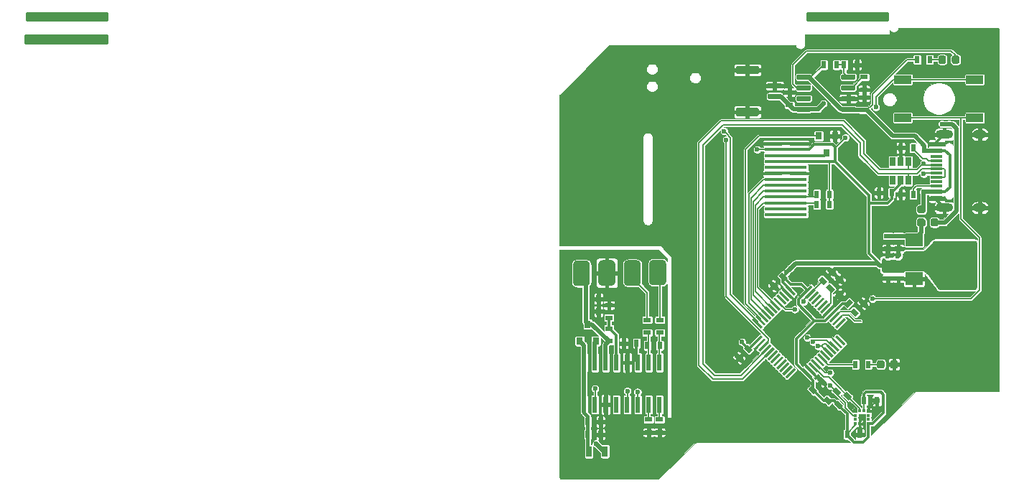
<source format=gbl>
G04 #@! TF.GenerationSoftware,KiCad,Pcbnew,5.1.5-52549c5~84~ubuntu19.10.1*
G04 #@! TF.CreationDate,2020-03-02T03:11:21+01:00*
G04 #@! TF.ProjectId,scale,7363616c-652e-46b6-9963-61645f706362,rev?*
G04 #@! TF.SameCoordinates,Original*
G04 #@! TF.FileFunction,Copper,L2,Bot*
G04 #@! TF.FilePolarity,Positive*
%FSLAX46Y46*%
G04 Gerber Fmt 4.6, Leading zero omitted, Abs format (unit mm)*
G04 Created by KiCad (PCBNEW 5.1.5-52549c5~84~ubuntu19.10.1) date 2020-03-02 03:11:21*
%MOMM*%
%LPD*%
G04 APERTURE LIST*
%ADD10R,2.000000X1.000000*%
%ADD11R,0.900000X0.600000*%
%ADD12C,0.100000*%
%ADD13R,0.600000X0.900000*%
%ADD14R,0.600000X1.950000*%
%ADD15R,0.375000X0.350000*%
%ADD16R,0.350000X0.375000*%
%ADD17R,0.700000X1.300000*%
%ADD18R,0.800000X0.900000*%
%ADD19R,1.450000X0.600000*%
%ADD20O,2.100000X1.000000*%
%ADD21O,1.600000X1.000000*%
%ADD22R,1.450000X0.300000*%
%ADD23R,2.000000X1.500000*%
%ADD24R,2.000000X3.800000*%
%ADD25R,0.650000X1.060000*%
%ADD26R,5.000000X0.400000*%
%ADD27C,0.600000*%
%ADD28C,0.500000*%
%ADD29C,0.200000*%
%ADD30C,0.300000*%
%ADD31C,0.400000*%
%ADD32C,0.127000*%
%ADD33C,0.254000*%
G04 APERTURE END LIST*
D10*
X216550000Y-110650000D03*
X216550000Y-106150000D03*
X225050000Y-106150000D03*
X225050000Y-110650000D03*
D11*
X212000000Y-108250000D03*
X212000000Y-109750000D03*
G04 #@! TA.AperFunction,SMDPad,CuDef*
D12*
G36*
X199374504Y-104526204D02*
G01*
X199398773Y-104529804D01*
X199422571Y-104535765D01*
X199445671Y-104544030D01*
X199467849Y-104554520D01*
X199488893Y-104567133D01*
X199508598Y-104581747D01*
X199526777Y-104598223D01*
X199543253Y-104616402D01*
X199557867Y-104636107D01*
X199570480Y-104657151D01*
X199580970Y-104679329D01*
X199589235Y-104702429D01*
X199595196Y-104726227D01*
X199598796Y-104750496D01*
X199600000Y-104775000D01*
X199600000Y-105275000D01*
X199598796Y-105299504D01*
X199595196Y-105323773D01*
X199589235Y-105347571D01*
X199580970Y-105370671D01*
X199570480Y-105392849D01*
X199557867Y-105413893D01*
X199543253Y-105433598D01*
X199526777Y-105451777D01*
X199508598Y-105468253D01*
X199488893Y-105482867D01*
X199467849Y-105495480D01*
X199445671Y-105505970D01*
X199422571Y-105514235D01*
X199398773Y-105520196D01*
X199374504Y-105523796D01*
X199350000Y-105525000D01*
X197150000Y-105525000D01*
X197125496Y-105523796D01*
X197101227Y-105520196D01*
X197077429Y-105514235D01*
X197054329Y-105505970D01*
X197032151Y-105495480D01*
X197011107Y-105482867D01*
X196991402Y-105468253D01*
X196973223Y-105451777D01*
X196956747Y-105433598D01*
X196942133Y-105413893D01*
X196929520Y-105392849D01*
X196919030Y-105370671D01*
X196910765Y-105347571D01*
X196904804Y-105323773D01*
X196901204Y-105299504D01*
X196900000Y-105275000D01*
X196900000Y-104775000D01*
X196901204Y-104750496D01*
X196904804Y-104726227D01*
X196910765Y-104702429D01*
X196919030Y-104679329D01*
X196929520Y-104657151D01*
X196942133Y-104636107D01*
X196956747Y-104616402D01*
X196973223Y-104598223D01*
X196991402Y-104581747D01*
X197011107Y-104567133D01*
X197032151Y-104554520D01*
X197054329Y-104544030D01*
X197077429Y-104535765D01*
X197101227Y-104529804D01*
X197125496Y-104526204D01*
X197150000Y-104525000D01*
X199350000Y-104525000D01*
X199374504Y-104526204D01*
G37*
G04 #@! TD.AperFunction*
G04 #@! TA.AperFunction,SMDPad,CuDef*
G36*
X199374504Y-109476204D02*
G01*
X199398773Y-109479804D01*
X199422571Y-109485765D01*
X199445671Y-109494030D01*
X199467849Y-109504520D01*
X199488893Y-109517133D01*
X199508598Y-109531747D01*
X199526777Y-109548223D01*
X199543253Y-109566402D01*
X199557867Y-109586107D01*
X199570480Y-109607151D01*
X199580970Y-109629329D01*
X199589235Y-109652429D01*
X199595196Y-109676227D01*
X199598796Y-109700496D01*
X199600000Y-109725000D01*
X199600000Y-110225000D01*
X199598796Y-110249504D01*
X199595196Y-110273773D01*
X199589235Y-110297571D01*
X199580970Y-110320671D01*
X199570480Y-110342849D01*
X199557867Y-110363893D01*
X199543253Y-110383598D01*
X199526777Y-110401777D01*
X199508598Y-110418253D01*
X199488893Y-110432867D01*
X199467849Y-110445480D01*
X199445671Y-110455970D01*
X199422571Y-110464235D01*
X199398773Y-110470196D01*
X199374504Y-110473796D01*
X199350000Y-110475000D01*
X197150000Y-110475000D01*
X197125496Y-110473796D01*
X197101227Y-110470196D01*
X197077429Y-110464235D01*
X197054329Y-110455970D01*
X197032151Y-110445480D01*
X197011107Y-110432867D01*
X196991402Y-110418253D01*
X196973223Y-110401777D01*
X196956747Y-110383598D01*
X196942133Y-110363893D01*
X196929520Y-110342849D01*
X196919030Y-110320671D01*
X196910765Y-110297571D01*
X196904804Y-110273773D01*
X196901204Y-110249504D01*
X196900000Y-110225000D01*
X196900000Y-109725000D01*
X196901204Y-109700496D01*
X196904804Y-109676227D01*
X196910765Y-109652429D01*
X196919030Y-109629329D01*
X196929520Y-109607151D01*
X196942133Y-109586107D01*
X196956747Y-109566402D01*
X196973223Y-109548223D01*
X196991402Y-109531747D01*
X197011107Y-109517133D01*
X197032151Y-109504520D01*
X197054329Y-109494030D01*
X197077429Y-109485765D01*
X197101227Y-109479804D01*
X197125496Y-109476204D01*
X197150000Y-109475000D01*
X199350000Y-109475000D01*
X199374504Y-109476204D01*
G37*
G04 #@! TD.AperFunction*
G04 #@! TA.AperFunction,SMDPad,CuDef*
G36*
X202164703Y-106575722D02*
G01*
X202179264Y-106577882D01*
X202193543Y-106581459D01*
X202207403Y-106586418D01*
X202220710Y-106592712D01*
X202233336Y-106600280D01*
X202245159Y-106609048D01*
X202256066Y-106618934D01*
X202265952Y-106629841D01*
X202274720Y-106641664D01*
X202282288Y-106654290D01*
X202288582Y-106667597D01*
X202293541Y-106681457D01*
X202297118Y-106695736D01*
X202299278Y-106710297D01*
X202300000Y-106725000D01*
X202300000Y-107025000D01*
X202299278Y-107039703D01*
X202297118Y-107054264D01*
X202293541Y-107068543D01*
X202288582Y-107082403D01*
X202282288Y-107095710D01*
X202274720Y-107108336D01*
X202265952Y-107120159D01*
X202256066Y-107131066D01*
X202245159Y-107140952D01*
X202233336Y-107149720D01*
X202220710Y-107157288D01*
X202207403Y-107163582D01*
X202193543Y-107168541D01*
X202179264Y-107172118D01*
X202164703Y-107174278D01*
X202150000Y-107175000D01*
X200750000Y-107175000D01*
X200735297Y-107174278D01*
X200720736Y-107172118D01*
X200706457Y-107168541D01*
X200692597Y-107163582D01*
X200679290Y-107157288D01*
X200666664Y-107149720D01*
X200654841Y-107140952D01*
X200643934Y-107131066D01*
X200634048Y-107120159D01*
X200625280Y-107108336D01*
X200617712Y-107095710D01*
X200611418Y-107082403D01*
X200606459Y-107068543D01*
X200602882Y-107054264D01*
X200600722Y-107039703D01*
X200600000Y-107025000D01*
X200600000Y-106725000D01*
X200600722Y-106710297D01*
X200602882Y-106695736D01*
X200606459Y-106681457D01*
X200611418Y-106667597D01*
X200617712Y-106654290D01*
X200625280Y-106641664D01*
X200634048Y-106629841D01*
X200643934Y-106618934D01*
X200654841Y-106609048D01*
X200666664Y-106600280D01*
X200679290Y-106592712D01*
X200692597Y-106586418D01*
X200706457Y-106581459D01*
X200720736Y-106577882D01*
X200735297Y-106575722D01*
X200750000Y-106575000D01*
X202150000Y-106575000D01*
X202164703Y-106575722D01*
G37*
G04 #@! TD.AperFunction*
G04 #@! TA.AperFunction,SMDPad,CuDef*
G36*
X202164703Y-107825722D02*
G01*
X202179264Y-107827882D01*
X202193543Y-107831459D01*
X202207403Y-107836418D01*
X202220710Y-107842712D01*
X202233336Y-107850280D01*
X202245159Y-107859048D01*
X202256066Y-107868934D01*
X202265952Y-107879841D01*
X202274720Y-107891664D01*
X202282288Y-107904290D01*
X202288582Y-107917597D01*
X202293541Y-107931457D01*
X202297118Y-107945736D01*
X202299278Y-107960297D01*
X202300000Y-107975000D01*
X202300000Y-108275000D01*
X202299278Y-108289703D01*
X202297118Y-108304264D01*
X202293541Y-108318543D01*
X202288582Y-108332403D01*
X202282288Y-108345710D01*
X202274720Y-108358336D01*
X202265952Y-108370159D01*
X202256066Y-108381066D01*
X202245159Y-108390952D01*
X202233336Y-108399720D01*
X202220710Y-108407288D01*
X202207403Y-108413582D01*
X202193543Y-108418541D01*
X202179264Y-108422118D01*
X202164703Y-108424278D01*
X202150000Y-108425000D01*
X200750000Y-108425000D01*
X200735297Y-108424278D01*
X200720736Y-108422118D01*
X200706457Y-108418541D01*
X200692597Y-108413582D01*
X200679290Y-108407288D01*
X200666664Y-108399720D01*
X200654841Y-108390952D01*
X200643934Y-108381066D01*
X200634048Y-108370159D01*
X200625280Y-108358336D01*
X200617712Y-108345710D01*
X200611418Y-108332403D01*
X200606459Y-108318543D01*
X200602882Y-108304264D01*
X200600722Y-108289703D01*
X200600000Y-108275000D01*
X200600000Y-107975000D01*
X200600722Y-107960297D01*
X200602882Y-107945736D01*
X200606459Y-107931457D01*
X200611418Y-107917597D01*
X200617712Y-107904290D01*
X200625280Y-107891664D01*
X200634048Y-107879841D01*
X200643934Y-107868934D01*
X200654841Y-107859048D01*
X200666664Y-107850280D01*
X200679290Y-107842712D01*
X200692597Y-107836418D01*
X200706457Y-107831459D01*
X200720736Y-107827882D01*
X200735297Y-107825722D01*
X200750000Y-107825000D01*
X202150000Y-107825000D01*
X202164703Y-107825722D01*
G37*
G04 #@! TD.AperFunction*
G04 #@! TA.AperFunction,SMDPad,CuDef*
G36*
X220527691Y-122526053D02*
G01*
X220548926Y-122529203D01*
X220569750Y-122534419D01*
X220589962Y-122541651D01*
X220609368Y-122550830D01*
X220627781Y-122561866D01*
X220645024Y-122574654D01*
X220660930Y-122589070D01*
X220675346Y-122604976D01*
X220688134Y-122622219D01*
X220699170Y-122640632D01*
X220708349Y-122660038D01*
X220715581Y-122680250D01*
X220720797Y-122701074D01*
X220723947Y-122722309D01*
X220725000Y-122743750D01*
X220725000Y-123256250D01*
X220723947Y-123277691D01*
X220720797Y-123298926D01*
X220715581Y-123319750D01*
X220708349Y-123339962D01*
X220699170Y-123359368D01*
X220688134Y-123377781D01*
X220675346Y-123395024D01*
X220660930Y-123410930D01*
X220645024Y-123425346D01*
X220627781Y-123438134D01*
X220609368Y-123449170D01*
X220589962Y-123458349D01*
X220569750Y-123465581D01*
X220548926Y-123470797D01*
X220527691Y-123473947D01*
X220506250Y-123475000D01*
X220068750Y-123475000D01*
X220047309Y-123473947D01*
X220026074Y-123470797D01*
X220005250Y-123465581D01*
X219985038Y-123458349D01*
X219965632Y-123449170D01*
X219947219Y-123438134D01*
X219929976Y-123425346D01*
X219914070Y-123410930D01*
X219899654Y-123395024D01*
X219886866Y-123377781D01*
X219875830Y-123359368D01*
X219866651Y-123339962D01*
X219859419Y-123319750D01*
X219854203Y-123298926D01*
X219851053Y-123277691D01*
X219850000Y-123256250D01*
X219850000Y-122743750D01*
X219851053Y-122722309D01*
X219854203Y-122701074D01*
X219859419Y-122680250D01*
X219866651Y-122660038D01*
X219875830Y-122640632D01*
X219886866Y-122622219D01*
X219899654Y-122604976D01*
X219914070Y-122589070D01*
X219929976Y-122574654D01*
X219947219Y-122561866D01*
X219965632Y-122550830D01*
X219985038Y-122541651D01*
X220005250Y-122534419D01*
X220026074Y-122529203D01*
X220047309Y-122526053D01*
X220068750Y-122525000D01*
X220506250Y-122525000D01*
X220527691Y-122526053D01*
G37*
G04 #@! TD.AperFunction*
G04 #@! TA.AperFunction,SMDPad,CuDef*
G36*
X218952691Y-122526053D02*
G01*
X218973926Y-122529203D01*
X218994750Y-122534419D01*
X219014962Y-122541651D01*
X219034368Y-122550830D01*
X219052781Y-122561866D01*
X219070024Y-122574654D01*
X219085930Y-122589070D01*
X219100346Y-122604976D01*
X219113134Y-122622219D01*
X219124170Y-122640632D01*
X219133349Y-122660038D01*
X219140581Y-122680250D01*
X219145797Y-122701074D01*
X219148947Y-122722309D01*
X219150000Y-122743750D01*
X219150000Y-123256250D01*
X219148947Y-123277691D01*
X219145797Y-123298926D01*
X219140581Y-123319750D01*
X219133349Y-123339962D01*
X219124170Y-123359368D01*
X219113134Y-123377781D01*
X219100346Y-123395024D01*
X219085930Y-123410930D01*
X219070024Y-123425346D01*
X219052781Y-123438134D01*
X219034368Y-123449170D01*
X219014962Y-123458349D01*
X218994750Y-123465581D01*
X218973926Y-123470797D01*
X218952691Y-123473947D01*
X218931250Y-123475000D01*
X218493750Y-123475000D01*
X218472309Y-123473947D01*
X218451074Y-123470797D01*
X218430250Y-123465581D01*
X218410038Y-123458349D01*
X218390632Y-123449170D01*
X218372219Y-123438134D01*
X218354976Y-123425346D01*
X218339070Y-123410930D01*
X218324654Y-123395024D01*
X218311866Y-123377781D01*
X218300830Y-123359368D01*
X218291651Y-123339962D01*
X218284419Y-123319750D01*
X218279203Y-123298926D01*
X218276053Y-123277691D01*
X218275000Y-123256250D01*
X218275000Y-122743750D01*
X218276053Y-122722309D01*
X218279203Y-122701074D01*
X218284419Y-122680250D01*
X218291651Y-122660038D01*
X218300830Y-122640632D01*
X218311866Y-122622219D01*
X218324654Y-122604976D01*
X218339070Y-122589070D01*
X218354976Y-122574654D01*
X218372219Y-122561866D01*
X218390632Y-122550830D01*
X218410038Y-122541651D01*
X218430250Y-122534419D01*
X218451074Y-122529203D01*
X218472309Y-122526053D01*
X218493750Y-122525000D01*
X218931250Y-122525000D01*
X218952691Y-122526053D01*
G37*
G04 #@! TD.AperFunction*
G04 #@! TA.AperFunction,SMDPad,CuDef*
G36*
X219027691Y-121026053D02*
G01*
X219048926Y-121029203D01*
X219069750Y-121034419D01*
X219089962Y-121041651D01*
X219109368Y-121050830D01*
X219127781Y-121061866D01*
X219145024Y-121074654D01*
X219160930Y-121089070D01*
X219175346Y-121104976D01*
X219188134Y-121122219D01*
X219199170Y-121140632D01*
X219208349Y-121160038D01*
X219215581Y-121180250D01*
X219220797Y-121201074D01*
X219223947Y-121222309D01*
X219225000Y-121243750D01*
X219225000Y-121681250D01*
X219223947Y-121702691D01*
X219220797Y-121723926D01*
X219215581Y-121744750D01*
X219208349Y-121764962D01*
X219199170Y-121784368D01*
X219188134Y-121802781D01*
X219175346Y-121820024D01*
X219160930Y-121835930D01*
X219145024Y-121850346D01*
X219127781Y-121863134D01*
X219109368Y-121874170D01*
X219089962Y-121883349D01*
X219069750Y-121890581D01*
X219048926Y-121895797D01*
X219027691Y-121898947D01*
X219006250Y-121900000D01*
X218493750Y-121900000D01*
X218472309Y-121898947D01*
X218451074Y-121895797D01*
X218430250Y-121890581D01*
X218410038Y-121883349D01*
X218390632Y-121874170D01*
X218372219Y-121863134D01*
X218354976Y-121850346D01*
X218339070Y-121835930D01*
X218324654Y-121820024D01*
X218311866Y-121802781D01*
X218300830Y-121784368D01*
X218291651Y-121764962D01*
X218284419Y-121744750D01*
X218279203Y-121723926D01*
X218276053Y-121702691D01*
X218275000Y-121681250D01*
X218275000Y-121243750D01*
X218276053Y-121222309D01*
X218279203Y-121201074D01*
X218284419Y-121180250D01*
X218291651Y-121160038D01*
X218300830Y-121140632D01*
X218311866Y-121122219D01*
X218324654Y-121104976D01*
X218339070Y-121089070D01*
X218354976Y-121074654D01*
X218372219Y-121061866D01*
X218390632Y-121050830D01*
X218410038Y-121041651D01*
X218430250Y-121034419D01*
X218451074Y-121029203D01*
X218472309Y-121026053D01*
X218493750Y-121025000D01*
X219006250Y-121025000D01*
X219027691Y-121026053D01*
G37*
G04 #@! TD.AperFunction*
G04 #@! TA.AperFunction,SMDPad,CuDef*
G36*
X219027691Y-122601053D02*
G01*
X219048926Y-122604203D01*
X219069750Y-122609419D01*
X219089962Y-122616651D01*
X219109368Y-122625830D01*
X219127781Y-122636866D01*
X219145024Y-122649654D01*
X219160930Y-122664070D01*
X219175346Y-122679976D01*
X219188134Y-122697219D01*
X219199170Y-122715632D01*
X219208349Y-122735038D01*
X219215581Y-122755250D01*
X219220797Y-122776074D01*
X219223947Y-122797309D01*
X219225000Y-122818750D01*
X219225000Y-123256250D01*
X219223947Y-123277691D01*
X219220797Y-123298926D01*
X219215581Y-123319750D01*
X219208349Y-123339962D01*
X219199170Y-123359368D01*
X219188134Y-123377781D01*
X219175346Y-123395024D01*
X219160930Y-123410930D01*
X219145024Y-123425346D01*
X219127781Y-123438134D01*
X219109368Y-123449170D01*
X219089962Y-123458349D01*
X219069750Y-123465581D01*
X219048926Y-123470797D01*
X219027691Y-123473947D01*
X219006250Y-123475000D01*
X218493750Y-123475000D01*
X218472309Y-123473947D01*
X218451074Y-123470797D01*
X218430250Y-123465581D01*
X218410038Y-123458349D01*
X218390632Y-123449170D01*
X218372219Y-123438134D01*
X218354976Y-123425346D01*
X218339070Y-123410930D01*
X218324654Y-123395024D01*
X218311866Y-123377781D01*
X218300830Y-123359368D01*
X218291651Y-123339962D01*
X218284419Y-123319750D01*
X218279203Y-123298926D01*
X218276053Y-123277691D01*
X218275000Y-123256250D01*
X218275000Y-122818750D01*
X218276053Y-122797309D01*
X218279203Y-122776074D01*
X218284419Y-122755250D01*
X218291651Y-122735038D01*
X218300830Y-122715632D01*
X218311866Y-122697219D01*
X218324654Y-122679976D01*
X218339070Y-122664070D01*
X218354976Y-122649654D01*
X218372219Y-122636866D01*
X218390632Y-122625830D01*
X218410038Y-122616651D01*
X218430250Y-122609419D01*
X218451074Y-122604203D01*
X218472309Y-122601053D01*
X218493750Y-122600000D01*
X219006250Y-122600000D01*
X219027691Y-122601053D01*
G37*
G04 #@! TD.AperFunction*
G04 #@! TA.AperFunction,SMDPad,CuDef*
G36*
X205564703Y-105545722D02*
G01*
X205579264Y-105547882D01*
X205593543Y-105551459D01*
X205607403Y-105556418D01*
X205620710Y-105562712D01*
X205633336Y-105570280D01*
X205645159Y-105579048D01*
X205656066Y-105588934D01*
X205665952Y-105599841D01*
X205674720Y-105611664D01*
X205682288Y-105624290D01*
X205688582Y-105637597D01*
X205693541Y-105651457D01*
X205697118Y-105665736D01*
X205699278Y-105680297D01*
X205700000Y-105695000D01*
X205700000Y-105995000D01*
X205699278Y-106009703D01*
X205697118Y-106024264D01*
X205693541Y-106038543D01*
X205688582Y-106052403D01*
X205682288Y-106065710D01*
X205674720Y-106078336D01*
X205665952Y-106090159D01*
X205656066Y-106101066D01*
X205645159Y-106110952D01*
X205633336Y-106119720D01*
X205620710Y-106127288D01*
X205607403Y-106133582D01*
X205593543Y-106138541D01*
X205579264Y-106142118D01*
X205564703Y-106144278D01*
X205550000Y-106145000D01*
X204200000Y-106145000D01*
X204185297Y-106144278D01*
X204170736Y-106142118D01*
X204156457Y-106138541D01*
X204142597Y-106133582D01*
X204129290Y-106127288D01*
X204116664Y-106119720D01*
X204104841Y-106110952D01*
X204093934Y-106101066D01*
X204084048Y-106090159D01*
X204075280Y-106078336D01*
X204067712Y-106065710D01*
X204061418Y-106052403D01*
X204056459Y-106038543D01*
X204052882Y-106024264D01*
X204050722Y-106009703D01*
X204050000Y-105995000D01*
X204050000Y-105695000D01*
X204050722Y-105680297D01*
X204052882Y-105665736D01*
X204056459Y-105651457D01*
X204061418Y-105637597D01*
X204067712Y-105624290D01*
X204075280Y-105611664D01*
X204084048Y-105599841D01*
X204093934Y-105588934D01*
X204104841Y-105579048D01*
X204116664Y-105570280D01*
X204129290Y-105562712D01*
X204142597Y-105556418D01*
X204156457Y-105551459D01*
X204170736Y-105547882D01*
X204185297Y-105545722D01*
X204200000Y-105545000D01*
X205550000Y-105545000D01*
X205564703Y-105545722D01*
G37*
G04 #@! TD.AperFunction*
G04 #@! TA.AperFunction,SMDPad,CuDef*
G36*
X205564703Y-106815722D02*
G01*
X205579264Y-106817882D01*
X205593543Y-106821459D01*
X205607403Y-106826418D01*
X205620710Y-106832712D01*
X205633336Y-106840280D01*
X205645159Y-106849048D01*
X205656066Y-106858934D01*
X205665952Y-106869841D01*
X205674720Y-106881664D01*
X205682288Y-106894290D01*
X205688582Y-106907597D01*
X205693541Y-106921457D01*
X205697118Y-106935736D01*
X205699278Y-106950297D01*
X205700000Y-106965000D01*
X205700000Y-107265000D01*
X205699278Y-107279703D01*
X205697118Y-107294264D01*
X205693541Y-107308543D01*
X205688582Y-107322403D01*
X205682288Y-107335710D01*
X205674720Y-107348336D01*
X205665952Y-107360159D01*
X205656066Y-107371066D01*
X205645159Y-107380952D01*
X205633336Y-107389720D01*
X205620710Y-107397288D01*
X205607403Y-107403582D01*
X205593543Y-107408541D01*
X205579264Y-107412118D01*
X205564703Y-107414278D01*
X205550000Y-107415000D01*
X204200000Y-107415000D01*
X204185297Y-107414278D01*
X204170736Y-107412118D01*
X204156457Y-107408541D01*
X204142597Y-107403582D01*
X204129290Y-107397288D01*
X204116664Y-107389720D01*
X204104841Y-107380952D01*
X204093934Y-107371066D01*
X204084048Y-107360159D01*
X204075280Y-107348336D01*
X204067712Y-107335710D01*
X204061418Y-107322403D01*
X204056459Y-107308543D01*
X204052882Y-107294264D01*
X204050722Y-107279703D01*
X204050000Y-107265000D01*
X204050000Y-106965000D01*
X204050722Y-106950297D01*
X204052882Y-106935736D01*
X204056459Y-106921457D01*
X204061418Y-106907597D01*
X204067712Y-106894290D01*
X204075280Y-106881664D01*
X204084048Y-106869841D01*
X204093934Y-106858934D01*
X204104841Y-106849048D01*
X204116664Y-106840280D01*
X204129290Y-106832712D01*
X204142597Y-106826418D01*
X204156457Y-106821459D01*
X204170736Y-106817882D01*
X204185297Y-106815722D01*
X204200000Y-106815000D01*
X205550000Y-106815000D01*
X205564703Y-106815722D01*
G37*
G04 #@! TD.AperFunction*
G04 #@! TA.AperFunction,SMDPad,CuDef*
G36*
X205564703Y-108085722D02*
G01*
X205579264Y-108087882D01*
X205593543Y-108091459D01*
X205607403Y-108096418D01*
X205620710Y-108102712D01*
X205633336Y-108110280D01*
X205645159Y-108119048D01*
X205656066Y-108128934D01*
X205665952Y-108139841D01*
X205674720Y-108151664D01*
X205682288Y-108164290D01*
X205688582Y-108177597D01*
X205693541Y-108191457D01*
X205697118Y-108205736D01*
X205699278Y-108220297D01*
X205700000Y-108235000D01*
X205700000Y-108535000D01*
X205699278Y-108549703D01*
X205697118Y-108564264D01*
X205693541Y-108578543D01*
X205688582Y-108592403D01*
X205682288Y-108605710D01*
X205674720Y-108618336D01*
X205665952Y-108630159D01*
X205656066Y-108641066D01*
X205645159Y-108650952D01*
X205633336Y-108659720D01*
X205620710Y-108667288D01*
X205607403Y-108673582D01*
X205593543Y-108678541D01*
X205579264Y-108682118D01*
X205564703Y-108684278D01*
X205550000Y-108685000D01*
X204200000Y-108685000D01*
X204185297Y-108684278D01*
X204170736Y-108682118D01*
X204156457Y-108678541D01*
X204142597Y-108673582D01*
X204129290Y-108667288D01*
X204116664Y-108659720D01*
X204104841Y-108650952D01*
X204093934Y-108641066D01*
X204084048Y-108630159D01*
X204075280Y-108618336D01*
X204067712Y-108605710D01*
X204061418Y-108592403D01*
X204056459Y-108578543D01*
X204052882Y-108564264D01*
X204050722Y-108549703D01*
X204050000Y-108535000D01*
X204050000Y-108235000D01*
X204050722Y-108220297D01*
X204052882Y-108205736D01*
X204056459Y-108191457D01*
X204061418Y-108177597D01*
X204067712Y-108164290D01*
X204075280Y-108151664D01*
X204084048Y-108139841D01*
X204093934Y-108128934D01*
X204104841Y-108119048D01*
X204116664Y-108110280D01*
X204129290Y-108102712D01*
X204142597Y-108096418D01*
X204156457Y-108091459D01*
X204170736Y-108087882D01*
X204185297Y-108085722D01*
X204200000Y-108085000D01*
X205550000Y-108085000D01*
X205564703Y-108085722D01*
G37*
G04 #@! TD.AperFunction*
G04 #@! TA.AperFunction,SMDPad,CuDef*
G36*
X205564703Y-109355722D02*
G01*
X205579264Y-109357882D01*
X205593543Y-109361459D01*
X205607403Y-109366418D01*
X205620710Y-109372712D01*
X205633336Y-109380280D01*
X205645159Y-109389048D01*
X205656066Y-109398934D01*
X205665952Y-109409841D01*
X205674720Y-109421664D01*
X205682288Y-109434290D01*
X205688582Y-109447597D01*
X205693541Y-109461457D01*
X205697118Y-109475736D01*
X205699278Y-109490297D01*
X205700000Y-109505000D01*
X205700000Y-109805000D01*
X205699278Y-109819703D01*
X205697118Y-109834264D01*
X205693541Y-109848543D01*
X205688582Y-109862403D01*
X205682288Y-109875710D01*
X205674720Y-109888336D01*
X205665952Y-109900159D01*
X205656066Y-109911066D01*
X205645159Y-109920952D01*
X205633336Y-109929720D01*
X205620710Y-109937288D01*
X205607403Y-109943582D01*
X205593543Y-109948541D01*
X205579264Y-109952118D01*
X205564703Y-109954278D01*
X205550000Y-109955000D01*
X204200000Y-109955000D01*
X204185297Y-109954278D01*
X204170736Y-109952118D01*
X204156457Y-109948541D01*
X204142597Y-109943582D01*
X204129290Y-109937288D01*
X204116664Y-109929720D01*
X204104841Y-109920952D01*
X204093934Y-109911066D01*
X204084048Y-109900159D01*
X204075280Y-109888336D01*
X204067712Y-109875710D01*
X204061418Y-109862403D01*
X204056459Y-109848543D01*
X204052882Y-109834264D01*
X204050722Y-109819703D01*
X204050000Y-109805000D01*
X204050000Y-109505000D01*
X204050722Y-109490297D01*
X204052882Y-109475736D01*
X204056459Y-109461457D01*
X204061418Y-109447597D01*
X204067712Y-109434290D01*
X204075280Y-109421664D01*
X204084048Y-109409841D01*
X204093934Y-109398934D01*
X204104841Y-109389048D01*
X204116664Y-109380280D01*
X204129290Y-109372712D01*
X204142597Y-109366418D01*
X204156457Y-109361459D01*
X204170736Y-109357882D01*
X204185297Y-109355722D01*
X204200000Y-109355000D01*
X205550000Y-109355000D01*
X205564703Y-109355722D01*
G37*
G04 #@! TD.AperFunction*
G04 #@! TA.AperFunction,SMDPad,CuDef*
G36*
X210814703Y-109355722D02*
G01*
X210829264Y-109357882D01*
X210843543Y-109361459D01*
X210857403Y-109366418D01*
X210870710Y-109372712D01*
X210883336Y-109380280D01*
X210895159Y-109389048D01*
X210906066Y-109398934D01*
X210915952Y-109409841D01*
X210924720Y-109421664D01*
X210932288Y-109434290D01*
X210938582Y-109447597D01*
X210943541Y-109461457D01*
X210947118Y-109475736D01*
X210949278Y-109490297D01*
X210950000Y-109505000D01*
X210950000Y-109805000D01*
X210949278Y-109819703D01*
X210947118Y-109834264D01*
X210943541Y-109848543D01*
X210938582Y-109862403D01*
X210932288Y-109875710D01*
X210924720Y-109888336D01*
X210915952Y-109900159D01*
X210906066Y-109911066D01*
X210895159Y-109920952D01*
X210883336Y-109929720D01*
X210870710Y-109937288D01*
X210857403Y-109943582D01*
X210843543Y-109948541D01*
X210829264Y-109952118D01*
X210814703Y-109954278D01*
X210800000Y-109955000D01*
X209450000Y-109955000D01*
X209435297Y-109954278D01*
X209420736Y-109952118D01*
X209406457Y-109948541D01*
X209392597Y-109943582D01*
X209379290Y-109937288D01*
X209366664Y-109929720D01*
X209354841Y-109920952D01*
X209343934Y-109911066D01*
X209334048Y-109900159D01*
X209325280Y-109888336D01*
X209317712Y-109875710D01*
X209311418Y-109862403D01*
X209306459Y-109848543D01*
X209302882Y-109834264D01*
X209300722Y-109819703D01*
X209300000Y-109805000D01*
X209300000Y-109505000D01*
X209300722Y-109490297D01*
X209302882Y-109475736D01*
X209306459Y-109461457D01*
X209311418Y-109447597D01*
X209317712Y-109434290D01*
X209325280Y-109421664D01*
X209334048Y-109409841D01*
X209343934Y-109398934D01*
X209354841Y-109389048D01*
X209366664Y-109380280D01*
X209379290Y-109372712D01*
X209392597Y-109366418D01*
X209406457Y-109361459D01*
X209420736Y-109357882D01*
X209435297Y-109355722D01*
X209450000Y-109355000D01*
X210800000Y-109355000D01*
X210814703Y-109355722D01*
G37*
G04 #@! TD.AperFunction*
G04 #@! TA.AperFunction,SMDPad,CuDef*
G36*
X210814703Y-108085722D02*
G01*
X210829264Y-108087882D01*
X210843543Y-108091459D01*
X210857403Y-108096418D01*
X210870710Y-108102712D01*
X210883336Y-108110280D01*
X210895159Y-108119048D01*
X210906066Y-108128934D01*
X210915952Y-108139841D01*
X210924720Y-108151664D01*
X210932288Y-108164290D01*
X210938582Y-108177597D01*
X210943541Y-108191457D01*
X210947118Y-108205736D01*
X210949278Y-108220297D01*
X210950000Y-108235000D01*
X210950000Y-108535000D01*
X210949278Y-108549703D01*
X210947118Y-108564264D01*
X210943541Y-108578543D01*
X210938582Y-108592403D01*
X210932288Y-108605710D01*
X210924720Y-108618336D01*
X210915952Y-108630159D01*
X210906066Y-108641066D01*
X210895159Y-108650952D01*
X210883336Y-108659720D01*
X210870710Y-108667288D01*
X210857403Y-108673582D01*
X210843543Y-108678541D01*
X210829264Y-108682118D01*
X210814703Y-108684278D01*
X210800000Y-108685000D01*
X209450000Y-108685000D01*
X209435297Y-108684278D01*
X209420736Y-108682118D01*
X209406457Y-108678541D01*
X209392597Y-108673582D01*
X209379290Y-108667288D01*
X209366664Y-108659720D01*
X209354841Y-108650952D01*
X209343934Y-108641066D01*
X209334048Y-108630159D01*
X209325280Y-108618336D01*
X209317712Y-108605710D01*
X209311418Y-108592403D01*
X209306459Y-108578543D01*
X209302882Y-108564264D01*
X209300722Y-108549703D01*
X209300000Y-108535000D01*
X209300000Y-108235000D01*
X209300722Y-108220297D01*
X209302882Y-108205736D01*
X209306459Y-108191457D01*
X209311418Y-108177597D01*
X209317712Y-108164290D01*
X209325280Y-108151664D01*
X209334048Y-108139841D01*
X209343934Y-108128934D01*
X209354841Y-108119048D01*
X209366664Y-108110280D01*
X209379290Y-108102712D01*
X209392597Y-108096418D01*
X209406457Y-108091459D01*
X209420736Y-108087882D01*
X209435297Y-108085722D01*
X209450000Y-108085000D01*
X210800000Y-108085000D01*
X210814703Y-108085722D01*
G37*
G04 #@! TD.AperFunction*
G04 #@! TA.AperFunction,SMDPad,CuDef*
G36*
X210814703Y-106815722D02*
G01*
X210829264Y-106817882D01*
X210843543Y-106821459D01*
X210857403Y-106826418D01*
X210870710Y-106832712D01*
X210883336Y-106840280D01*
X210895159Y-106849048D01*
X210906066Y-106858934D01*
X210915952Y-106869841D01*
X210924720Y-106881664D01*
X210932288Y-106894290D01*
X210938582Y-106907597D01*
X210943541Y-106921457D01*
X210947118Y-106935736D01*
X210949278Y-106950297D01*
X210950000Y-106965000D01*
X210950000Y-107265000D01*
X210949278Y-107279703D01*
X210947118Y-107294264D01*
X210943541Y-107308543D01*
X210938582Y-107322403D01*
X210932288Y-107335710D01*
X210924720Y-107348336D01*
X210915952Y-107360159D01*
X210906066Y-107371066D01*
X210895159Y-107380952D01*
X210883336Y-107389720D01*
X210870710Y-107397288D01*
X210857403Y-107403582D01*
X210843543Y-107408541D01*
X210829264Y-107412118D01*
X210814703Y-107414278D01*
X210800000Y-107415000D01*
X209450000Y-107415000D01*
X209435297Y-107414278D01*
X209420736Y-107412118D01*
X209406457Y-107408541D01*
X209392597Y-107403582D01*
X209379290Y-107397288D01*
X209366664Y-107389720D01*
X209354841Y-107380952D01*
X209343934Y-107371066D01*
X209334048Y-107360159D01*
X209325280Y-107348336D01*
X209317712Y-107335710D01*
X209311418Y-107322403D01*
X209306459Y-107308543D01*
X209302882Y-107294264D01*
X209300722Y-107279703D01*
X209300000Y-107265000D01*
X209300000Y-106965000D01*
X209300722Y-106950297D01*
X209302882Y-106935736D01*
X209306459Y-106921457D01*
X209311418Y-106907597D01*
X209317712Y-106894290D01*
X209325280Y-106881664D01*
X209334048Y-106869841D01*
X209343934Y-106858934D01*
X209354841Y-106849048D01*
X209366664Y-106840280D01*
X209379290Y-106832712D01*
X209392597Y-106826418D01*
X209406457Y-106821459D01*
X209420736Y-106817882D01*
X209435297Y-106815722D01*
X209450000Y-106815000D01*
X210800000Y-106815000D01*
X210814703Y-106815722D01*
G37*
G04 #@! TD.AperFunction*
G04 #@! TA.AperFunction,SMDPad,CuDef*
G36*
X210814703Y-105545722D02*
G01*
X210829264Y-105547882D01*
X210843543Y-105551459D01*
X210857403Y-105556418D01*
X210870710Y-105562712D01*
X210883336Y-105570280D01*
X210895159Y-105579048D01*
X210906066Y-105588934D01*
X210915952Y-105599841D01*
X210924720Y-105611664D01*
X210932288Y-105624290D01*
X210938582Y-105637597D01*
X210943541Y-105651457D01*
X210947118Y-105665736D01*
X210949278Y-105680297D01*
X210950000Y-105695000D01*
X210950000Y-105995000D01*
X210949278Y-106009703D01*
X210947118Y-106024264D01*
X210943541Y-106038543D01*
X210938582Y-106052403D01*
X210932288Y-106065710D01*
X210924720Y-106078336D01*
X210915952Y-106090159D01*
X210906066Y-106101066D01*
X210895159Y-106110952D01*
X210883336Y-106119720D01*
X210870710Y-106127288D01*
X210857403Y-106133582D01*
X210843543Y-106138541D01*
X210829264Y-106142118D01*
X210814703Y-106144278D01*
X210800000Y-106145000D01*
X209450000Y-106145000D01*
X209435297Y-106144278D01*
X209420736Y-106142118D01*
X209406457Y-106138541D01*
X209392597Y-106133582D01*
X209379290Y-106127288D01*
X209366664Y-106119720D01*
X209354841Y-106110952D01*
X209343934Y-106101066D01*
X209334048Y-106090159D01*
X209325280Y-106078336D01*
X209317712Y-106065710D01*
X209311418Y-106052403D01*
X209306459Y-106038543D01*
X209302882Y-106024264D01*
X209300722Y-106009703D01*
X209300000Y-105995000D01*
X209300000Y-105695000D01*
X209300722Y-105680297D01*
X209302882Y-105665736D01*
X209306459Y-105651457D01*
X209311418Y-105637597D01*
X209317712Y-105624290D01*
X209325280Y-105611664D01*
X209334048Y-105599841D01*
X209343934Y-105588934D01*
X209354841Y-105579048D01*
X209366664Y-105570280D01*
X209379290Y-105562712D01*
X209392597Y-105556418D01*
X209406457Y-105551459D01*
X209420736Y-105547882D01*
X209435297Y-105545722D01*
X209450000Y-105545000D01*
X210800000Y-105545000D01*
X210814703Y-105545722D01*
G37*
G04 #@! TD.AperFunction*
D13*
X211150000Y-104400000D03*
X209650000Y-104400000D03*
X208750000Y-104400000D03*
X207250000Y-104400000D03*
D11*
X212000000Y-107350000D03*
X212000000Y-105850000D03*
D13*
X219750000Y-103800000D03*
X218250000Y-103800000D03*
G04 #@! TA.AperFunction,SMDPad,CuDef*
D12*
G36*
X221452691Y-103326054D02*
G01*
X221473926Y-103329204D01*
X221494750Y-103334420D01*
X221514962Y-103341652D01*
X221534368Y-103350831D01*
X221552781Y-103361867D01*
X221570024Y-103374655D01*
X221585930Y-103389071D01*
X221600346Y-103404977D01*
X221613134Y-103422220D01*
X221624170Y-103440633D01*
X221633349Y-103460039D01*
X221640581Y-103480251D01*
X221645797Y-103501075D01*
X221648947Y-103522310D01*
X221650000Y-103543751D01*
X221650000Y-104056251D01*
X221648947Y-104077692D01*
X221645797Y-104098927D01*
X221640581Y-104119751D01*
X221633349Y-104139963D01*
X221624170Y-104159369D01*
X221613134Y-104177782D01*
X221600346Y-104195025D01*
X221585930Y-104210931D01*
X221570024Y-104225347D01*
X221552781Y-104238135D01*
X221534368Y-104249171D01*
X221514962Y-104258350D01*
X221494750Y-104265582D01*
X221473926Y-104270798D01*
X221452691Y-104273948D01*
X221431250Y-104275001D01*
X220993750Y-104275001D01*
X220972309Y-104273948D01*
X220951074Y-104270798D01*
X220930250Y-104265582D01*
X220910038Y-104258350D01*
X220890632Y-104249171D01*
X220872219Y-104238135D01*
X220854976Y-104225347D01*
X220839070Y-104210931D01*
X220824654Y-104195025D01*
X220811866Y-104177782D01*
X220800830Y-104159369D01*
X220791651Y-104139963D01*
X220784419Y-104119751D01*
X220779203Y-104098927D01*
X220776053Y-104077692D01*
X220775000Y-104056251D01*
X220775000Y-103543751D01*
X220776053Y-103522310D01*
X220779203Y-103501075D01*
X220784419Y-103480251D01*
X220791651Y-103460039D01*
X220800830Y-103440633D01*
X220811866Y-103422220D01*
X220824654Y-103404977D01*
X220839070Y-103389071D01*
X220854976Y-103374655D01*
X220872219Y-103361867D01*
X220890632Y-103350831D01*
X220910038Y-103341652D01*
X220930250Y-103334420D01*
X220951074Y-103329204D01*
X220972309Y-103326054D01*
X220993750Y-103325001D01*
X221431250Y-103325001D01*
X221452691Y-103326054D01*
G37*
G04 #@! TD.AperFunction*
G04 #@! TA.AperFunction,SMDPad,CuDef*
G36*
X223027691Y-103326054D02*
G01*
X223048926Y-103329204D01*
X223069750Y-103334420D01*
X223089962Y-103341652D01*
X223109368Y-103350831D01*
X223127781Y-103361867D01*
X223145024Y-103374655D01*
X223160930Y-103389071D01*
X223175346Y-103404977D01*
X223188134Y-103422220D01*
X223199170Y-103440633D01*
X223208349Y-103460039D01*
X223215581Y-103480251D01*
X223220797Y-103501075D01*
X223223947Y-103522310D01*
X223225000Y-103543751D01*
X223225000Y-104056251D01*
X223223947Y-104077692D01*
X223220797Y-104098927D01*
X223215581Y-104119751D01*
X223208349Y-104139963D01*
X223199170Y-104159369D01*
X223188134Y-104177782D01*
X223175346Y-104195025D01*
X223160930Y-104210931D01*
X223145024Y-104225347D01*
X223127781Y-104238135D01*
X223109368Y-104249171D01*
X223089962Y-104258350D01*
X223069750Y-104265582D01*
X223048926Y-104270798D01*
X223027691Y-104273948D01*
X223006250Y-104275001D01*
X222568750Y-104275001D01*
X222547309Y-104273948D01*
X222526074Y-104270798D01*
X222505250Y-104265582D01*
X222485038Y-104258350D01*
X222465632Y-104249171D01*
X222447219Y-104238135D01*
X222429976Y-104225347D01*
X222414070Y-104210931D01*
X222399654Y-104195025D01*
X222386866Y-104177782D01*
X222375830Y-104159369D01*
X222366651Y-104139963D01*
X222359419Y-104119751D01*
X222354203Y-104098927D01*
X222351053Y-104077692D01*
X222350000Y-104056251D01*
X222350000Y-103543751D01*
X222351053Y-103522310D01*
X222354203Y-103501075D01*
X222359419Y-103480251D01*
X222366651Y-103460039D01*
X222375830Y-103440633D01*
X222386866Y-103422220D01*
X222399654Y-103404977D01*
X222414070Y-103389071D01*
X222429976Y-103374655D01*
X222447219Y-103361867D01*
X222465632Y-103350831D01*
X222485038Y-103341652D01*
X222505250Y-103334420D01*
X222526074Y-103329204D01*
X222547309Y-103326054D01*
X222568750Y-103325001D01*
X223006250Y-103325001D01*
X223027691Y-103326054D01*
G37*
G04 #@! TD.AperFunction*
D11*
X203200000Y-107650000D03*
X203200000Y-109150000D03*
D14*
X178978223Y-144480329D03*
X180248223Y-144480329D03*
X181518223Y-144480329D03*
X182788223Y-144480329D03*
X184058223Y-144480329D03*
X185328223Y-144480329D03*
X186598223Y-144480329D03*
X187868223Y-144480329D03*
X187868223Y-139530329D03*
X186598223Y-139530329D03*
X185328223Y-139530329D03*
X184058223Y-139530329D03*
X182788223Y-139530329D03*
X181518223Y-139530329D03*
X180248223Y-139530329D03*
X178978223Y-139530329D03*
G04 #@! TA.AperFunction,SMDPad,CuDef*
D12*
G36*
X202903985Y-130383526D02*
G01*
X203946967Y-131426508D01*
X203734835Y-131638640D01*
X202691853Y-130595658D01*
X202903985Y-130383526D01*
G37*
G04 #@! TD.AperFunction*
G04 #@! TA.AperFunction,SMDPad,CuDef*
G36*
X202550431Y-130737080D02*
G01*
X203593413Y-131780062D01*
X203381281Y-131992194D01*
X202338299Y-130949212D01*
X202550431Y-130737080D01*
G37*
G04 #@! TD.AperFunction*
G04 #@! TA.AperFunction,SMDPad,CuDef*
G36*
X202196878Y-131090633D02*
G01*
X203239860Y-132133615D01*
X203027728Y-132345747D01*
X201984746Y-131302765D01*
X202196878Y-131090633D01*
G37*
G04 #@! TD.AperFunction*
G04 #@! TA.AperFunction,SMDPad,CuDef*
G36*
X201843324Y-131444187D02*
G01*
X202886306Y-132487169D01*
X202674174Y-132699301D01*
X201631192Y-131656319D01*
X201843324Y-131444187D01*
G37*
G04 #@! TD.AperFunction*
G04 #@! TA.AperFunction,SMDPad,CuDef*
G36*
X201489771Y-131797740D02*
G01*
X202532753Y-132840722D01*
X202320621Y-133052854D01*
X201277639Y-132009872D01*
X201489771Y-131797740D01*
G37*
G04 #@! TD.AperFunction*
G04 #@! TA.AperFunction,SMDPad,CuDef*
G36*
X201136218Y-132151293D02*
G01*
X202179200Y-133194275D01*
X201967068Y-133406407D01*
X200924086Y-132363425D01*
X201136218Y-132151293D01*
G37*
G04 #@! TD.AperFunction*
G04 #@! TA.AperFunction,SMDPad,CuDef*
G36*
X200782664Y-132504847D02*
G01*
X201825646Y-133547829D01*
X201613514Y-133759961D01*
X200570532Y-132716979D01*
X200782664Y-132504847D01*
G37*
G04 #@! TD.AperFunction*
G04 #@! TA.AperFunction,SMDPad,CuDef*
G36*
X200429111Y-132858400D02*
G01*
X201472093Y-133901382D01*
X201259961Y-134113514D01*
X200216979Y-133070532D01*
X200429111Y-132858400D01*
G37*
G04 #@! TD.AperFunction*
G04 #@! TA.AperFunction,SMDPad,CuDef*
G36*
X200075558Y-133211953D02*
G01*
X201118540Y-134254935D01*
X200906408Y-134467067D01*
X199863426Y-133424085D01*
X200075558Y-133211953D01*
G37*
G04 #@! TD.AperFunction*
G04 #@! TA.AperFunction,SMDPad,CuDef*
G36*
X199722004Y-133565507D02*
G01*
X200764986Y-134608489D01*
X200552854Y-134820621D01*
X199509872Y-133777639D01*
X199722004Y-133565507D01*
G37*
G04 #@! TD.AperFunction*
G04 #@! TA.AperFunction,SMDPad,CuDef*
G36*
X199368451Y-133919060D02*
G01*
X200411433Y-134962042D01*
X200199301Y-135174174D01*
X199156319Y-134131192D01*
X199368451Y-133919060D01*
G37*
G04 #@! TD.AperFunction*
G04 #@! TA.AperFunction,SMDPad,CuDef*
G36*
X199014897Y-134272614D02*
G01*
X200057879Y-135315596D01*
X199845747Y-135527728D01*
X198802765Y-134484746D01*
X199014897Y-134272614D01*
G37*
G04 #@! TD.AperFunction*
G04 #@! TA.AperFunction,SMDPad,CuDef*
G36*
X199845747Y-136270190D02*
G01*
X200057879Y-136482322D01*
X199014897Y-137525304D01*
X198802765Y-137313172D01*
X199845747Y-136270190D01*
G37*
G04 #@! TD.AperFunction*
G04 #@! TA.AperFunction,SMDPad,CuDef*
G36*
X200199301Y-136623744D02*
G01*
X200411433Y-136835876D01*
X199368451Y-137878858D01*
X199156319Y-137666726D01*
X200199301Y-136623744D01*
G37*
G04 #@! TD.AperFunction*
G04 #@! TA.AperFunction,SMDPad,CuDef*
G36*
X200552854Y-136977297D02*
G01*
X200764986Y-137189429D01*
X199722004Y-138232411D01*
X199509872Y-138020279D01*
X200552854Y-136977297D01*
G37*
G04 #@! TD.AperFunction*
G04 #@! TA.AperFunction,SMDPad,CuDef*
G36*
X200906408Y-137330851D02*
G01*
X201118540Y-137542983D01*
X200075558Y-138585965D01*
X199863426Y-138373833D01*
X200906408Y-137330851D01*
G37*
G04 #@! TD.AperFunction*
G04 #@! TA.AperFunction,SMDPad,CuDef*
G36*
X201259961Y-137684404D02*
G01*
X201472093Y-137896536D01*
X200429111Y-138939518D01*
X200216979Y-138727386D01*
X201259961Y-137684404D01*
G37*
G04 #@! TD.AperFunction*
G04 #@! TA.AperFunction,SMDPad,CuDef*
G36*
X201613514Y-138037957D02*
G01*
X201825646Y-138250089D01*
X200782664Y-139293071D01*
X200570532Y-139080939D01*
X201613514Y-138037957D01*
G37*
G04 #@! TD.AperFunction*
G04 #@! TA.AperFunction,SMDPad,CuDef*
G36*
X201967068Y-138391511D02*
G01*
X202179200Y-138603643D01*
X201136218Y-139646625D01*
X200924086Y-139434493D01*
X201967068Y-138391511D01*
G37*
G04 #@! TD.AperFunction*
G04 #@! TA.AperFunction,SMDPad,CuDef*
G36*
X202320621Y-138745064D02*
G01*
X202532753Y-138957196D01*
X201489771Y-140000178D01*
X201277639Y-139788046D01*
X202320621Y-138745064D01*
G37*
G04 #@! TD.AperFunction*
G04 #@! TA.AperFunction,SMDPad,CuDef*
G36*
X202674174Y-139098617D02*
G01*
X202886306Y-139310749D01*
X201843324Y-140353731D01*
X201631192Y-140141599D01*
X202674174Y-139098617D01*
G37*
G04 #@! TD.AperFunction*
G04 #@! TA.AperFunction,SMDPad,CuDef*
G36*
X203027728Y-139452171D02*
G01*
X203239860Y-139664303D01*
X202196878Y-140707285D01*
X201984746Y-140495153D01*
X203027728Y-139452171D01*
G37*
G04 #@! TD.AperFunction*
G04 #@! TA.AperFunction,SMDPad,CuDef*
G36*
X203381281Y-139805724D02*
G01*
X203593413Y-140017856D01*
X202550431Y-141060838D01*
X202338299Y-140848706D01*
X203381281Y-139805724D01*
G37*
G04 #@! TD.AperFunction*
G04 #@! TA.AperFunction,SMDPad,CuDef*
G36*
X203734835Y-140159278D02*
G01*
X203946967Y-140371410D01*
X202903985Y-141414392D01*
X202691853Y-141202260D01*
X203734835Y-140159278D01*
G37*
G04 #@! TD.AperFunction*
G04 #@! TA.AperFunction,SMDPad,CuDef*
G36*
X204901561Y-140159278D02*
G01*
X205944543Y-141202260D01*
X205732411Y-141414392D01*
X204689429Y-140371410D01*
X204901561Y-140159278D01*
G37*
G04 #@! TD.AperFunction*
G04 #@! TA.AperFunction,SMDPad,CuDef*
G36*
X205255115Y-139805724D02*
G01*
X206298097Y-140848706D01*
X206085965Y-141060838D01*
X205042983Y-140017856D01*
X205255115Y-139805724D01*
G37*
G04 #@! TD.AperFunction*
G04 #@! TA.AperFunction,SMDPad,CuDef*
G36*
X205608668Y-139452171D02*
G01*
X206651650Y-140495153D01*
X206439518Y-140707285D01*
X205396536Y-139664303D01*
X205608668Y-139452171D01*
G37*
G04 #@! TD.AperFunction*
G04 #@! TA.AperFunction,SMDPad,CuDef*
G36*
X205962222Y-139098617D02*
G01*
X207005204Y-140141599D01*
X206793072Y-140353731D01*
X205750090Y-139310749D01*
X205962222Y-139098617D01*
G37*
G04 #@! TD.AperFunction*
G04 #@! TA.AperFunction,SMDPad,CuDef*
G36*
X206315775Y-138745064D02*
G01*
X207358757Y-139788046D01*
X207146625Y-140000178D01*
X206103643Y-138957196D01*
X206315775Y-138745064D01*
G37*
G04 #@! TD.AperFunction*
G04 #@! TA.AperFunction,SMDPad,CuDef*
G36*
X206669328Y-138391511D02*
G01*
X207712310Y-139434493D01*
X207500178Y-139646625D01*
X206457196Y-138603643D01*
X206669328Y-138391511D01*
G37*
G04 #@! TD.AperFunction*
G04 #@! TA.AperFunction,SMDPad,CuDef*
G36*
X207022882Y-138037957D02*
G01*
X208065864Y-139080939D01*
X207853732Y-139293071D01*
X206810750Y-138250089D01*
X207022882Y-138037957D01*
G37*
G04 #@! TD.AperFunction*
G04 #@! TA.AperFunction,SMDPad,CuDef*
G36*
X207376435Y-137684404D02*
G01*
X208419417Y-138727386D01*
X208207285Y-138939518D01*
X207164303Y-137896536D01*
X207376435Y-137684404D01*
G37*
G04 #@! TD.AperFunction*
G04 #@! TA.AperFunction,SMDPad,CuDef*
G36*
X207729988Y-137330851D02*
G01*
X208772970Y-138373833D01*
X208560838Y-138585965D01*
X207517856Y-137542983D01*
X207729988Y-137330851D01*
G37*
G04 #@! TD.AperFunction*
G04 #@! TA.AperFunction,SMDPad,CuDef*
G36*
X208083542Y-136977297D02*
G01*
X209126524Y-138020279D01*
X208914392Y-138232411D01*
X207871410Y-137189429D01*
X208083542Y-136977297D01*
G37*
G04 #@! TD.AperFunction*
G04 #@! TA.AperFunction,SMDPad,CuDef*
G36*
X208437095Y-136623744D02*
G01*
X209480077Y-137666726D01*
X209267945Y-137878858D01*
X208224963Y-136835876D01*
X208437095Y-136623744D01*
G37*
G04 #@! TD.AperFunction*
G04 #@! TA.AperFunction,SMDPad,CuDef*
G36*
X208790649Y-136270190D02*
G01*
X209833631Y-137313172D01*
X209621499Y-137525304D01*
X208578517Y-136482322D01*
X208790649Y-136270190D01*
G37*
G04 #@! TD.AperFunction*
G04 #@! TA.AperFunction,SMDPad,CuDef*
G36*
X209621499Y-134272614D02*
G01*
X209833631Y-134484746D01*
X208790649Y-135527728D01*
X208578517Y-135315596D01*
X209621499Y-134272614D01*
G37*
G04 #@! TD.AperFunction*
G04 #@! TA.AperFunction,SMDPad,CuDef*
G36*
X209267945Y-133919060D02*
G01*
X209480077Y-134131192D01*
X208437095Y-135174174D01*
X208224963Y-134962042D01*
X209267945Y-133919060D01*
G37*
G04 #@! TD.AperFunction*
G04 #@! TA.AperFunction,SMDPad,CuDef*
G36*
X208914392Y-133565507D02*
G01*
X209126524Y-133777639D01*
X208083542Y-134820621D01*
X207871410Y-134608489D01*
X208914392Y-133565507D01*
G37*
G04 #@! TD.AperFunction*
G04 #@! TA.AperFunction,SMDPad,CuDef*
G36*
X208560838Y-133211953D02*
G01*
X208772970Y-133424085D01*
X207729988Y-134467067D01*
X207517856Y-134254935D01*
X208560838Y-133211953D01*
G37*
G04 #@! TD.AperFunction*
G04 #@! TA.AperFunction,SMDPad,CuDef*
G36*
X208207285Y-132858400D02*
G01*
X208419417Y-133070532D01*
X207376435Y-134113514D01*
X207164303Y-133901382D01*
X208207285Y-132858400D01*
G37*
G04 #@! TD.AperFunction*
G04 #@! TA.AperFunction,SMDPad,CuDef*
G36*
X207853732Y-132504847D02*
G01*
X208065864Y-132716979D01*
X207022882Y-133759961D01*
X206810750Y-133547829D01*
X207853732Y-132504847D01*
G37*
G04 #@! TD.AperFunction*
G04 #@! TA.AperFunction,SMDPad,CuDef*
G36*
X207500178Y-132151293D02*
G01*
X207712310Y-132363425D01*
X206669328Y-133406407D01*
X206457196Y-133194275D01*
X207500178Y-132151293D01*
G37*
G04 #@! TD.AperFunction*
G04 #@! TA.AperFunction,SMDPad,CuDef*
G36*
X207146625Y-131797740D02*
G01*
X207358757Y-132009872D01*
X206315775Y-133052854D01*
X206103643Y-132840722D01*
X207146625Y-131797740D01*
G37*
G04 #@! TD.AperFunction*
G04 #@! TA.AperFunction,SMDPad,CuDef*
G36*
X206793072Y-131444187D02*
G01*
X207005204Y-131656319D01*
X205962222Y-132699301D01*
X205750090Y-132487169D01*
X206793072Y-131444187D01*
G37*
G04 #@! TD.AperFunction*
G04 #@! TA.AperFunction,SMDPad,CuDef*
G36*
X206439518Y-131090633D02*
G01*
X206651650Y-131302765D01*
X205608668Y-132345747D01*
X205396536Y-132133615D01*
X206439518Y-131090633D01*
G37*
G04 #@! TD.AperFunction*
G04 #@! TA.AperFunction,SMDPad,CuDef*
G36*
X206085965Y-130737080D02*
G01*
X206298097Y-130949212D01*
X205255115Y-131992194D01*
X205042983Y-131780062D01*
X206085965Y-130737080D01*
G37*
G04 #@! TD.AperFunction*
G04 #@! TA.AperFunction,SMDPad,CuDef*
G36*
X205732411Y-130383526D02*
G01*
X205944543Y-130595658D01*
X204901561Y-131638640D01*
X204689429Y-131426508D01*
X205732411Y-130383526D01*
G37*
G04 #@! TD.AperFunction*
G04 #@! TA.AperFunction,SMDPad,CuDef*
G36*
X212025662Y-133070532D02*
G01*
X211389266Y-132434136D01*
X211813530Y-132009872D01*
X212449926Y-132646268D01*
X212025662Y-133070532D01*
G37*
G04 #@! TD.AperFunction*
G04 #@! TA.AperFunction,SMDPad,CuDef*
G36*
X210965002Y-134131192D02*
G01*
X210328606Y-133494796D01*
X210752870Y-133070532D01*
X211389266Y-133706928D01*
X210965002Y-134131192D01*
G37*
G04 #@! TD.AperFunction*
D15*
X210987500Y-145750000D03*
X210987500Y-146250000D03*
X212512500Y-146250000D03*
X212512500Y-145750000D03*
D16*
X211000000Y-146762500D03*
X211000000Y-145237500D03*
X212500000Y-146762500D03*
X212500000Y-145237500D03*
X212000000Y-146762500D03*
X211500000Y-146762500D03*
X212000000Y-145237500D03*
X211500000Y-145237500D03*
D13*
X206415938Y-120884567D03*
X207915938Y-120884567D03*
X207915938Y-119684567D03*
X206415938Y-119684567D03*
G04 #@! TA.AperFunction,SMDPad,CuDef*
D12*
G36*
X210136396Y-144000000D02*
G01*
X209500000Y-143363604D01*
X209924264Y-142939340D01*
X210560660Y-143575736D01*
X210136396Y-144000000D01*
G37*
G04 #@! TD.AperFunction*
G04 #@! TA.AperFunction,SMDPad,CuDef*
G36*
X209075736Y-145060660D02*
G01*
X208439340Y-144424264D01*
X208863604Y-144000000D01*
X209500000Y-144636396D01*
X209075736Y-145060660D01*
G37*
G04 #@! TD.AperFunction*
G04 #@! TA.AperFunction,SMDPad,CuDef*
G36*
X207613604Y-143500000D02*
G01*
X208250000Y-144136396D01*
X207825736Y-144560660D01*
X207189340Y-143924264D01*
X207613604Y-143500000D01*
G37*
G04 #@! TD.AperFunction*
G04 #@! TA.AperFunction,SMDPad,CuDef*
G36*
X208674264Y-142439340D02*
G01*
X209310660Y-143075736D01*
X208886396Y-143500000D01*
X208250000Y-142863604D01*
X208674264Y-142439340D01*
G37*
G04 #@! TD.AperFunction*
D13*
X212500000Y-139750000D03*
X211000000Y-139750000D03*
G04 #@! TA.AperFunction,SMDPad,CuDef*
D12*
G36*
X208313352Y-129358222D02*
G01*
X207676956Y-128721826D01*
X208101220Y-128297562D01*
X208737616Y-128933958D01*
X208313352Y-129358222D01*
G37*
G04 #@! TD.AperFunction*
G04 #@! TA.AperFunction,SMDPad,CuDef*
G36*
X207252692Y-130418882D02*
G01*
X206616296Y-129782486D01*
X207040560Y-129358222D01*
X207676956Y-129994618D01*
X207252692Y-130418882D01*
G37*
G04 #@! TD.AperFunction*
D13*
X217800000Y-119700000D03*
X216300000Y-119700000D03*
X216300000Y-114200000D03*
X217800000Y-114200000D03*
D17*
X179550000Y-150000000D03*
X181450000Y-150000000D03*
D11*
X181923224Y-135505330D03*
X181923224Y-137005330D03*
X181923224Y-134255331D03*
X181923224Y-132755331D03*
X187873223Y-147755330D03*
X187873223Y-146255330D03*
X186598223Y-147755330D03*
X186598223Y-146255330D03*
X186423224Y-134505330D03*
X186423224Y-136005330D03*
X187923223Y-134505330D03*
X187923223Y-136005330D03*
D13*
X213500000Y-144000000D03*
X212000000Y-144000000D03*
X211500000Y-148000000D03*
X210000000Y-148000000D03*
G04 #@! TA.AperFunction,SMDPad,CuDef*
D12*
G36*
X198449212Y-138444544D02*
G01*
X197812816Y-137808148D01*
X198237080Y-137383884D01*
X198873476Y-138020280D01*
X198449212Y-138444544D01*
G37*
G04 #@! TD.AperFunction*
G04 #@! TA.AperFunction,SMDPad,CuDef*
G36*
X197388552Y-139505204D02*
G01*
X196752156Y-138868808D01*
X197176420Y-138444544D01*
X197812816Y-139080940D01*
X197388552Y-139505204D01*
G37*
G04 #@! TD.AperFunction*
G04 #@! TA.AperFunction,SMDPad,CuDef*
G36*
X209621499Y-132646268D02*
G01*
X210257895Y-132009872D01*
X210682159Y-132434136D01*
X210045763Y-133070532D01*
X209621499Y-132646268D01*
G37*
G04 #@! TD.AperFunction*
G04 #@! TA.AperFunction,SMDPad,CuDef*
G36*
X208560839Y-131585608D02*
G01*
X209197235Y-130949212D01*
X209621499Y-131373476D01*
X208985103Y-132009872D01*
X208560839Y-131585608D01*
G37*
G04 #@! TD.AperFunction*
G04 #@! TA.AperFunction,SMDPad,CuDef*
G36*
X205838478Y-142227565D02*
G01*
X206474874Y-142863961D01*
X206050610Y-143288225D01*
X205414214Y-142651829D01*
X205838478Y-142227565D01*
G37*
G04 #@! TD.AperFunction*
G04 #@! TA.AperFunction,SMDPad,CuDef*
G36*
X206899138Y-141166905D02*
G01*
X207535534Y-141803301D01*
X207111270Y-142227565D01*
X206474874Y-141591169D01*
X206899138Y-141166905D01*
G37*
G04 #@! TD.AperFunction*
G04 #@! TA.AperFunction,SMDPad,CuDef*
G36*
X202550431Y-129959262D02*
G01*
X201914035Y-129322866D01*
X202338299Y-128898602D01*
X202974695Y-129534998D01*
X202550431Y-129959262D01*
G37*
G04 #@! TD.AperFunction*
G04 #@! TA.AperFunction,SMDPad,CuDef*
G36*
X201489771Y-131019922D02*
G01*
X200853375Y-130383526D01*
X201277639Y-129959262D01*
X201914035Y-130595658D01*
X201489771Y-131019922D01*
G37*
G04 #@! TD.AperFunction*
D11*
X214800000Y-129600000D03*
X214800000Y-128100000D03*
X216049999Y-129600000D03*
X216049999Y-128100000D03*
G04 #@! TA.AperFunction,SMDPad,CuDef*
D12*
G36*
X209197235Y-130242105D02*
G01*
X208560839Y-129605709D01*
X208985103Y-129181445D01*
X209621499Y-129817841D01*
X209197235Y-130242105D01*
G37*
G04 #@! TD.AperFunction*
G04 #@! TA.AperFunction,SMDPad,CuDef*
G36*
X208136575Y-131302765D02*
G01*
X207500179Y-130666369D01*
X207924443Y-130242105D01*
X208560839Y-130878501D01*
X208136575Y-131302765D01*
G37*
G04 #@! TD.AperFunction*
D11*
X214800001Y-126100000D03*
X214800001Y-124600000D03*
X216050000Y-126100000D03*
X216050000Y-124600000D03*
D13*
X213750000Y-119500000D03*
X215250000Y-119500000D03*
X180923223Y-148005330D03*
X179423223Y-148005330D03*
X180923223Y-146505331D03*
X179423223Y-146505331D03*
X183673224Y-137255330D03*
X185173224Y-137255330D03*
X186423223Y-137505329D03*
X187923223Y-137505329D03*
X180673224Y-132005330D03*
X179173224Y-132005330D03*
X180673224Y-133505330D03*
X179173224Y-133505330D03*
D18*
X179423224Y-135005330D03*
X178473224Y-137005330D03*
X180373224Y-137005330D03*
D19*
X220550000Y-114550000D03*
X220550000Y-119350000D03*
X220550000Y-120150000D03*
X220550000Y-113750000D03*
D20*
X221465000Y-112630000D03*
X221465000Y-121270000D03*
D21*
X225645000Y-112630000D03*
X225645000Y-121270000D03*
D19*
X220550000Y-120150000D03*
X220550000Y-119350000D03*
D22*
X220550000Y-118700000D03*
X220550000Y-118200000D03*
X220550000Y-117700000D03*
X220550000Y-117200000D03*
X220550000Y-116700000D03*
X220550000Y-116200000D03*
X220550000Y-115700000D03*
X220550000Y-115200000D03*
D19*
X220550000Y-114550000D03*
X220550000Y-113750000D03*
D23*
X217900000Y-129650001D03*
X217900000Y-125050001D03*
X217900000Y-127350001D03*
D24*
X224200000Y-127350001D03*
D25*
X216300000Y-118050000D03*
X215350000Y-118050000D03*
X217250000Y-118050000D03*
X217250000Y-115850000D03*
X216300000Y-115850000D03*
X215350000Y-115850000D03*
D18*
X207600000Y-114800000D03*
X208550000Y-112800000D03*
X206650000Y-112800000D03*
D26*
X202775000Y-114400000D03*
X202775000Y-115100000D03*
X202775000Y-115800000D03*
X202775000Y-116500000D03*
X202775000Y-117200000D03*
X202775000Y-117900000D03*
X202775000Y-118600000D03*
X202775000Y-119300000D03*
X202775000Y-120000000D03*
X202775000Y-120700000D03*
X202775000Y-121400000D03*
X202775000Y-113700000D03*
X202775000Y-122100000D03*
G04 #@! TA.AperFunction,SMDPad,CuDef*
D12*
G36*
X188222233Y-127407739D02*
G01*
X188270769Y-127414938D01*
X188318366Y-127426861D01*
X188364566Y-127443391D01*
X188408922Y-127464370D01*
X188451009Y-127489596D01*
X188490421Y-127518826D01*
X188526777Y-127551778D01*
X188559729Y-127588134D01*
X188588959Y-127627546D01*
X188614185Y-127669633D01*
X188635164Y-127713989D01*
X188651694Y-127760189D01*
X188663617Y-127807786D01*
X188670816Y-127856322D01*
X188673224Y-127905331D01*
X188673224Y-129905331D01*
X188670816Y-129954340D01*
X188663617Y-130002876D01*
X188651694Y-130050473D01*
X188635164Y-130096673D01*
X188614185Y-130141029D01*
X188588959Y-130183116D01*
X188559729Y-130222528D01*
X188526777Y-130258884D01*
X188490421Y-130291836D01*
X188451009Y-130321066D01*
X188408922Y-130346292D01*
X188364566Y-130367271D01*
X188318366Y-130383801D01*
X188270769Y-130395724D01*
X188222233Y-130402923D01*
X188173224Y-130405331D01*
X187173224Y-130405331D01*
X187124215Y-130402923D01*
X187075679Y-130395724D01*
X187028082Y-130383801D01*
X186981882Y-130367271D01*
X186937526Y-130346292D01*
X186895439Y-130321066D01*
X186856027Y-130291836D01*
X186819671Y-130258884D01*
X186786719Y-130222528D01*
X186757489Y-130183116D01*
X186732263Y-130141029D01*
X186711284Y-130096673D01*
X186694754Y-130050473D01*
X186682831Y-130002876D01*
X186675632Y-129954340D01*
X186673224Y-129905331D01*
X186673224Y-127905331D01*
X186675632Y-127856322D01*
X186682831Y-127807786D01*
X186694754Y-127760189D01*
X186711284Y-127713989D01*
X186732263Y-127669633D01*
X186757489Y-127627546D01*
X186786719Y-127588134D01*
X186819671Y-127551778D01*
X186856027Y-127518826D01*
X186895439Y-127489596D01*
X186937526Y-127464370D01*
X186981882Y-127443391D01*
X187028082Y-127426861D01*
X187075679Y-127414938D01*
X187124215Y-127407739D01*
X187173224Y-127405331D01*
X188173224Y-127405331D01*
X188222233Y-127407739D01*
G37*
G04 #@! TD.AperFunction*
G04 #@! TA.AperFunction,SMDPad,CuDef*
G36*
X185222233Y-127457739D02*
G01*
X185270769Y-127464938D01*
X185318366Y-127476861D01*
X185364566Y-127493391D01*
X185408922Y-127514370D01*
X185451009Y-127539596D01*
X185490421Y-127568826D01*
X185526777Y-127601778D01*
X185559729Y-127638134D01*
X185588959Y-127677546D01*
X185614185Y-127719633D01*
X185635164Y-127763989D01*
X185651694Y-127810189D01*
X185663617Y-127857786D01*
X185670816Y-127906322D01*
X185673224Y-127955331D01*
X185673224Y-129955331D01*
X185670816Y-130004340D01*
X185663617Y-130052876D01*
X185651694Y-130100473D01*
X185635164Y-130146673D01*
X185614185Y-130191029D01*
X185588959Y-130233116D01*
X185559729Y-130272528D01*
X185526777Y-130308884D01*
X185490421Y-130341836D01*
X185451009Y-130371066D01*
X185408922Y-130396292D01*
X185364566Y-130417271D01*
X185318366Y-130433801D01*
X185270769Y-130445724D01*
X185222233Y-130452923D01*
X185173224Y-130455331D01*
X184173224Y-130455331D01*
X184124215Y-130452923D01*
X184075679Y-130445724D01*
X184028082Y-130433801D01*
X183981882Y-130417271D01*
X183937526Y-130396292D01*
X183895439Y-130371066D01*
X183856027Y-130341836D01*
X183819671Y-130308884D01*
X183786719Y-130272528D01*
X183757489Y-130233116D01*
X183732263Y-130191029D01*
X183711284Y-130146673D01*
X183694754Y-130100473D01*
X183682831Y-130052876D01*
X183675632Y-130004340D01*
X183673224Y-129955331D01*
X183673224Y-127955331D01*
X183675632Y-127906322D01*
X183682831Y-127857786D01*
X183694754Y-127810189D01*
X183711284Y-127763989D01*
X183732263Y-127719633D01*
X183757489Y-127677546D01*
X183786719Y-127638134D01*
X183819671Y-127601778D01*
X183856027Y-127568826D01*
X183895439Y-127539596D01*
X183937526Y-127514370D01*
X183981882Y-127493391D01*
X184028082Y-127476861D01*
X184075679Y-127464938D01*
X184124215Y-127457739D01*
X184173224Y-127455331D01*
X185173224Y-127455331D01*
X185222233Y-127457739D01*
G37*
G04 #@! TD.AperFunction*
G04 #@! TA.AperFunction,SMDPad,CuDef*
G36*
X182222233Y-127457739D02*
G01*
X182270769Y-127464938D01*
X182318366Y-127476861D01*
X182364566Y-127493391D01*
X182408922Y-127514370D01*
X182451009Y-127539596D01*
X182490421Y-127568826D01*
X182526777Y-127601778D01*
X182559729Y-127638134D01*
X182588959Y-127677546D01*
X182614185Y-127719633D01*
X182635164Y-127763989D01*
X182651694Y-127810189D01*
X182663617Y-127857786D01*
X182670816Y-127906322D01*
X182673224Y-127955331D01*
X182673224Y-129955331D01*
X182670816Y-130004340D01*
X182663617Y-130052876D01*
X182651694Y-130100473D01*
X182635164Y-130146673D01*
X182614185Y-130191029D01*
X182588959Y-130233116D01*
X182559729Y-130272528D01*
X182526777Y-130308884D01*
X182490421Y-130341836D01*
X182451009Y-130371066D01*
X182408922Y-130396292D01*
X182364566Y-130417271D01*
X182318366Y-130433801D01*
X182270769Y-130445724D01*
X182222233Y-130452923D01*
X182173224Y-130455331D01*
X181173224Y-130455331D01*
X181124215Y-130452923D01*
X181075679Y-130445724D01*
X181028082Y-130433801D01*
X180981882Y-130417271D01*
X180937526Y-130396292D01*
X180895439Y-130371066D01*
X180856027Y-130341836D01*
X180819671Y-130308884D01*
X180786719Y-130272528D01*
X180757489Y-130233116D01*
X180732263Y-130191029D01*
X180711284Y-130146673D01*
X180694754Y-130100473D01*
X180682831Y-130052876D01*
X180675632Y-130004340D01*
X180673224Y-129955331D01*
X180673224Y-127955331D01*
X180675632Y-127906322D01*
X180682831Y-127857786D01*
X180694754Y-127810189D01*
X180711284Y-127763989D01*
X180732263Y-127719633D01*
X180757489Y-127677546D01*
X180786719Y-127638134D01*
X180819671Y-127601778D01*
X180856027Y-127568826D01*
X180895439Y-127539596D01*
X180937526Y-127514370D01*
X180981882Y-127493391D01*
X181028082Y-127476861D01*
X181075679Y-127464938D01*
X181124215Y-127457739D01*
X181173224Y-127455331D01*
X182173224Y-127455331D01*
X182222233Y-127457739D01*
G37*
G04 #@! TD.AperFunction*
G04 #@! TA.AperFunction,SMDPad,CuDef*
G36*
X179222233Y-127507739D02*
G01*
X179270769Y-127514938D01*
X179318366Y-127526861D01*
X179364566Y-127543391D01*
X179408922Y-127564370D01*
X179451009Y-127589596D01*
X179490421Y-127618826D01*
X179526777Y-127651778D01*
X179559729Y-127688134D01*
X179588959Y-127727546D01*
X179614185Y-127769633D01*
X179635164Y-127813989D01*
X179651694Y-127860189D01*
X179663617Y-127907786D01*
X179670816Y-127956322D01*
X179673224Y-128005331D01*
X179673224Y-130005331D01*
X179670816Y-130054340D01*
X179663617Y-130102876D01*
X179651694Y-130150473D01*
X179635164Y-130196673D01*
X179614185Y-130241029D01*
X179588959Y-130283116D01*
X179559729Y-130322528D01*
X179526777Y-130358884D01*
X179490421Y-130391836D01*
X179451009Y-130421066D01*
X179408922Y-130446292D01*
X179364566Y-130467271D01*
X179318366Y-130483801D01*
X179270769Y-130495724D01*
X179222233Y-130502923D01*
X179173224Y-130505331D01*
X178173224Y-130505331D01*
X178124215Y-130502923D01*
X178075679Y-130495724D01*
X178028082Y-130483801D01*
X177981882Y-130467271D01*
X177937526Y-130446292D01*
X177895439Y-130421066D01*
X177856027Y-130391836D01*
X177819671Y-130358884D01*
X177786719Y-130322528D01*
X177757489Y-130283116D01*
X177732263Y-130241029D01*
X177711284Y-130196673D01*
X177694754Y-130150473D01*
X177682831Y-130102876D01*
X177675632Y-130054340D01*
X177673224Y-130005331D01*
X177673224Y-128005331D01*
X177675632Y-127956322D01*
X177682831Y-127907786D01*
X177694754Y-127860189D01*
X177711284Y-127813989D01*
X177732263Y-127769633D01*
X177757489Y-127727546D01*
X177786719Y-127688134D01*
X177819671Y-127651778D01*
X177856027Y-127618826D01*
X177895439Y-127589596D01*
X177937526Y-127564370D01*
X177981882Y-127543391D01*
X178028082Y-127526861D01*
X178075679Y-127514938D01*
X178124215Y-127507739D01*
X178173224Y-127505331D01*
X179173224Y-127505331D01*
X179222233Y-127507739D01*
G37*
G04 #@! TD.AperFunction*
G04 #@! TA.AperFunction,SMDPad,CuDef*
G36*
X214202690Y-139276053D02*
G01*
X214223925Y-139279203D01*
X214244749Y-139284419D01*
X214264961Y-139291651D01*
X214284367Y-139300830D01*
X214302780Y-139311866D01*
X214320023Y-139324654D01*
X214335929Y-139339070D01*
X214350345Y-139354976D01*
X214363133Y-139372219D01*
X214374169Y-139390632D01*
X214383348Y-139410038D01*
X214390580Y-139430250D01*
X214395796Y-139451074D01*
X214398946Y-139472309D01*
X214399999Y-139493750D01*
X214399999Y-140006250D01*
X214398946Y-140027691D01*
X214395796Y-140048926D01*
X214390580Y-140069750D01*
X214383348Y-140089962D01*
X214374169Y-140109368D01*
X214363133Y-140127781D01*
X214350345Y-140145024D01*
X214335929Y-140160930D01*
X214320023Y-140175346D01*
X214302780Y-140188134D01*
X214284367Y-140199170D01*
X214264961Y-140208349D01*
X214244749Y-140215581D01*
X214223925Y-140220797D01*
X214202690Y-140223947D01*
X214181249Y-140225000D01*
X213743749Y-140225000D01*
X213722308Y-140223947D01*
X213701073Y-140220797D01*
X213680249Y-140215581D01*
X213660037Y-140208349D01*
X213640631Y-140199170D01*
X213622218Y-140188134D01*
X213604975Y-140175346D01*
X213589069Y-140160930D01*
X213574653Y-140145024D01*
X213561865Y-140127781D01*
X213550829Y-140109368D01*
X213541650Y-140089962D01*
X213534418Y-140069750D01*
X213529202Y-140048926D01*
X213526052Y-140027691D01*
X213524999Y-140006250D01*
X213524999Y-139493750D01*
X213526052Y-139472309D01*
X213529202Y-139451074D01*
X213534418Y-139430250D01*
X213541650Y-139410038D01*
X213550829Y-139390632D01*
X213561865Y-139372219D01*
X213574653Y-139354976D01*
X213589069Y-139339070D01*
X213604975Y-139324654D01*
X213622218Y-139311866D01*
X213640631Y-139300830D01*
X213660037Y-139291651D01*
X213680249Y-139284419D01*
X213701073Y-139279203D01*
X213722308Y-139276053D01*
X213743749Y-139275000D01*
X214181249Y-139275000D01*
X214202690Y-139276053D01*
G37*
G04 #@! TD.AperFunction*
G04 #@! TA.AperFunction,SMDPad,CuDef*
G36*
X215777690Y-139276053D02*
G01*
X215798925Y-139279203D01*
X215819749Y-139284419D01*
X215839961Y-139291651D01*
X215859367Y-139300830D01*
X215877780Y-139311866D01*
X215895023Y-139324654D01*
X215910929Y-139339070D01*
X215925345Y-139354976D01*
X215938133Y-139372219D01*
X215949169Y-139390632D01*
X215958348Y-139410038D01*
X215965580Y-139430250D01*
X215970796Y-139451074D01*
X215973946Y-139472309D01*
X215974999Y-139493750D01*
X215974999Y-140006250D01*
X215973946Y-140027691D01*
X215970796Y-140048926D01*
X215965580Y-140069750D01*
X215958348Y-140089962D01*
X215949169Y-140109368D01*
X215938133Y-140127781D01*
X215925345Y-140145024D01*
X215910929Y-140160930D01*
X215895023Y-140175346D01*
X215877780Y-140188134D01*
X215859367Y-140199170D01*
X215839961Y-140208349D01*
X215819749Y-140215581D01*
X215798925Y-140220797D01*
X215777690Y-140223947D01*
X215756249Y-140225000D01*
X215318749Y-140225000D01*
X215297308Y-140223947D01*
X215276073Y-140220797D01*
X215255249Y-140215581D01*
X215235037Y-140208349D01*
X215215631Y-140199170D01*
X215197218Y-140188134D01*
X215179975Y-140175346D01*
X215164069Y-140160930D01*
X215149653Y-140145024D01*
X215136865Y-140127781D01*
X215125829Y-140109368D01*
X215116650Y-140089962D01*
X215109418Y-140069750D01*
X215104202Y-140048926D01*
X215101052Y-140027691D01*
X215099999Y-140006250D01*
X215099999Y-139493750D01*
X215101052Y-139472309D01*
X215104202Y-139451074D01*
X215109418Y-139430250D01*
X215116650Y-139410038D01*
X215125829Y-139390632D01*
X215136865Y-139372219D01*
X215149653Y-139354976D01*
X215164069Y-139339070D01*
X215179975Y-139324654D01*
X215197218Y-139311866D01*
X215215631Y-139300830D01*
X215235037Y-139291651D01*
X215255249Y-139284419D01*
X215276073Y-139279203D01*
X215297308Y-139276053D01*
X215318749Y-139275000D01*
X215756249Y-139275000D01*
X215777690Y-139276053D01*
G37*
G04 #@! TD.AperFunction*
D27*
X218300000Y-129300000D03*
X218300000Y-130025000D03*
X204896934Y-139644319D03*
X206934492Y-142616474D03*
X216000000Y-127000000D03*
X214800000Y-127000000D03*
X210116474Y-130737080D03*
X210823580Y-131444187D03*
X195444008Y-137136396D03*
X210500000Y-144750000D03*
X211500000Y-147400000D03*
X213600000Y-145000000D03*
X213200000Y-145600000D03*
X215000000Y-144400000D03*
X215000000Y-142400000D03*
X211200000Y-142600000D03*
X208200000Y-145400000D03*
X208800000Y-147800000D03*
X213200000Y-142200000D03*
X213600000Y-114800000D03*
X211600000Y-116799996D03*
X214800000Y-130800000D03*
X216000000Y-130800000D03*
X207500000Y-110000000D03*
X212500000Y-112500000D03*
X194500000Y-115000000D03*
X194500000Y-120000000D03*
X194500000Y-125000000D03*
X194500000Y-130000000D03*
X194500000Y-135000000D03*
X197000000Y-130000000D03*
X197000000Y-125000000D03*
X197000000Y-120000000D03*
X197000000Y-115000000D03*
X211000000Y-110500000D03*
X198000000Y-112500000D03*
X193000000Y-111000000D03*
X191500000Y-115000000D03*
X191500000Y-120000000D03*
X191500000Y-125000000D03*
X191500000Y-130000000D03*
X191500000Y-135000000D03*
X191500000Y-140000000D03*
X196500000Y-140000000D03*
X194000000Y-139000000D03*
X200500000Y-140000000D03*
X199500000Y-141000000D03*
X191500000Y-143500000D03*
X196500000Y-143500000D03*
X200000000Y-143500000D03*
X202000000Y-142000000D03*
X198500000Y-136000000D03*
X200000000Y-130000000D03*
X200000000Y-125000000D03*
X204000000Y-129500000D03*
X206000000Y-129500000D03*
X211000000Y-128500000D03*
X206500000Y-135500000D03*
X204000000Y-135500000D03*
X202500000Y-138000000D03*
X201500000Y-137000000D03*
X201000000Y-135500000D03*
X202000000Y-134500000D03*
X204500000Y-141500000D03*
X199000000Y-118000000D03*
X199000000Y-115500000D03*
X206000000Y-116500000D03*
X206000000Y-118500000D03*
X210500000Y-114000000D03*
X211500000Y-120000000D03*
X213000000Y-118500000D03*
X208500000Y-117000000D03*
X209500000Y-115500000D03*
X217500000Y-123000000D03*
X215500000Y-123000000D03*
X213500000Y-123000000D03*
X213500000Y-125000000D03*
X195500000Y-110000000D03*
X208000000Y-107000000D03*
X207000000Y-106000000D03*
X213500000Y-106000000D03*
X212500000Y-104500000D03*
X215000000Y-104500000D03*
X217500000Y-105000000D03*
X214500000Y-110000000D03*
X217000000Y-109000000D03*
X202833274Y-128898602D03*
X203328249Y-128403627D03*
X197600000Y-137100000D03*
X180400000Y-149100000D03*
X199400000Y-114400000D03*
X209800000Y-113000000D03*
X213400000Y-109400000D03*
X218975000Y-119400000D03*
X219125000Y-114575000D03*
X195500000Y-112250000D03*
X195750000Y-113250000D03*
X203840900Y-133264987D03*
X204883897Y-132363427D03*
X213000000Y-132000000D03*
X219042841Y-116050010D03*
X219025310Y-117275310D03*
X208000000Y-142250000D03*
X208000000Y-140750000D03*
X205300000Y-136600000D03*
X180300000Y-142600000D03*
X206600000Y-137600000D03*
X184100000Y-142900000D03*
X206000000Y-137100000D03*
X185300000Y-143000000D03*
X222000000Y-111400000D03*
X221200000Y-111400000D03*
X206600000Y-109600000D03*
X207200000Y-109000000D03*
D28*
X179173223Y-134755330D02*
X179423223Y-135005330D01*
X179173224Y-133505330D02*
X179173223Y-134755330D01*
X179173223Y-132005330D02*
X179173224Y-133505330D01*
X181518223Y-137410330D02*
X181923224Y-137005330D01*
X181518223Y-139530331D02*
X181518223Y-137410330D01*
X179923224Y-135005330D02*
X181923224Y-137005330D01*
X179423223Y-135005330D02*
X179923224Y-135005330D01*
X179173223Y-129505330D02*
X178673224Y-129005330D01*
X179173223Y-132005330D02*
X179173223Y-129505330D01*
D29*
X186598223Y-136180329D02*
X186423224Y-136005330D01*
X186598223Y-139530330D02*
X186598223Y-136180329D01*
X186598223Y-137680331D02*
X186423224Y-137505330D01*
X186598223Y-139530330D02*
X186598223Y-137680331D01*
X187868223Y-136060330D02*
X187923223Y-136005330D01*
X187868225Y-139530330D02*
X187868223Y-136060330D01*
D30*
X185173223Y-139375329D02*
X185328223Y-139530329D01*
X185173224Y-137255330D02*
X185173223Y-139375329D01*
D31*
X179423223Y-149555329D02*
X179423223Y-146505330D01*
X179423222Y-145855330D02*
X179423223Y-146505330D01*
X178978224Y-144480330D02*
X178978224Y-145410330D01*
X178978224Y-145410330D02*
X179423222Y-145855330D01*
D28*
X178978224Y-144480330D02*
X178978223Y-139530329D01*
X178978223Y-137510330D02*
X178473223Y-137005331D01*
X178978223Y-139530329D02*
X178978223Y-137510330D01*
D29*
X205670540Y-140433281D02*
X206757716Y-141520458D01*
X204896934Y-139659676D02*
X204896934Y-139644319D01*
X205670540Y-140433281D02*
X204896934Y-139659676D01*
X206934492Y-141767946D02*
X206934492Y-142616474D01*
X207005204Y-141697235D02*
X206934492Y-141767946D01*
D30*
X206934493Y-141697235D02*
X207005204Y-141697235D01*
X205670540Y-140433281D02*
X206934493Y-141697235D01*
X209091169Y-132186649D02*
X209091169Y-131479542D01*
X207791859Y-133485957D02*
X209091169Y-132186649D01*
X220550000Y-113545000D02*
X221465000Y-112630000D01*
X220550000Y-113750000D02*
X220550000Y-113545000D01*
X220550000Y-120355000D02*
X221465000Y-121270000D01*
X220550000Y-120150000D02*
X220550000Y-120355000D01*
D28*
X215025000Y-126924999D02*
X215350000Y-126925000D01*
X214800000Y-126700001D02*
X215025000Y-126924999D01*
X216050000Y-126875001D02*
X216100000Y-126925000D01*
X216050000Y-126100000D02*
X216050000Y-126875001D01*
D32*
X197690485Y-139382874D02*
X197282486Y-138974874D01*
X197883528Y-139382874D02*
X197690485Y-139382874D01*
X199172582Y-138093820D02*
X197883528Y-139382874D01*
X199172582Y-137862595D02*
X199172582Y-138093820D01*
X199783876Y-137251301D02*
X199172582Y-137862595D01*
X211000000Y-145237500D02*
X210987500Y-145237500D01*
X210987500Y-145237500D02*
X210500000Y-144750000D01*
D29*
X212500000Y-145000000D02*
X213500000Y-144000000D01*
X212500000Y-145237500D02*
X212500000Y-145000000D01*
X211500000Y-146762500D02*
X211500000Y-147400000D01*
X211500000Y-147400000D02*
X211500000Y-148000000D01*
D28*
X214800000Y-126100001D02*
X214800001Y-126100000D01*
X214800000Y-126700001D02*
X214800000Y-126100001D01*
D29*
X205475000Y-117200000D02*
X205575000Y-117300000D01*
X202775000Y-117200000D02*
X205475000Y-117200000D01*
X202775000Y-117200000D02*
X199700000Y-117200000D01*
X202775000Y-113700000D02*
X205500000Y-113700000D01*
X202775000Y-113700000D02*
X200075000Y-113700000D01*
X202965856Y-131364637D02*
X202301219Y-130700000D01*
X202965856Y-131364637D02*
X203800000Y-132198781D01*
X207100000Y-134200000D02*
X207013029Y-134113029D01*
X207177817Y-134122183D02*
X207100000Y-134200000D01*
X207791860Y-133485957D02*
X207177817Y-134100000D01*
X207177817Y-134100000D02*
X207177817Y-134122183D01*
D30*
X216300000Y-118050000D02*
X216300000Y-118450000D01*
X216300000Y-118450000D02*
X215800000Y-118950000D01*
X202373654Y-130065328D02*
X202373655Y-129358222D01*
X203319410Y-131011084D02*
X202373654Y-130065328D01*
X203328249Y-130312816D02*
X202373655Y-129358222D01*
X205316986Y-131011084D02*
X204618718Y-130312816D01*
X204618718Y-130312816D02*
X203328249Y-130312816D01*
X202444365Y-129428932D02*
X202833274Y-129040023D01*
X202833274Y-129040023D02*
X202833274Y-128898602D01*
X202833274Y-128898602D02*
X203257538Y-128474338D01*
X198413856Y-137914214D02*
X198343146Y-137914214D01*
X199430322Y-136897748D02*
X198413856Y-137914214D01*
X205316986Y-131011084D02*
X204289184Y-132038886D01*
X204289184Y-132038886D02*
X204289183Y-132687968D01*
X204289183Y-132687968D02*
X206174351Y-134573134D01*
D29*
X212000000Y-145237500D02*
X212000000Y-144000000D01*
X205944544Y-142757895D02*
X206000000Y-142702439D01*
D30*
X215800000Y-118950000D02*
X215250000Y-119500000D01*
X206000000Y-141681981D02*
X206000000Y-142900000D01*
X204000000Y-139681981D02*
X206000000Y-141681981D01*
X206174351Y-134573134D02*
X204000000Y-136747485D01*
X204000000Y-136747485D02*
X204000000Y-139681981D01*
X207216979Y-144030330D02*
X207719670Y-144030330D01*
X205944544Y-142757895D02*
X207216979Y-144030330D01*
X208469670Y-144030330D02*
X208969670Y-144530330D01*
X207719670Y-144030330D02*
X208469670Y-144030330D01*
X210000000Y-145560660D02*
X209439340Y-145000000D01*
X210000000Y-148000000D02*
X210000000Y-145560660D01*
X209439340Y-145000000D02*
X208969670Y-144530330D01*
D29*
X210000000Y-147900000D02*
X210000000Y-148000000D01*
X211000000Y-146762500D02*
X211000000Y-146900000D01*
X211000000Y-146900000D02*
X210000000Y-147900000D01*
D30*
X212975000Y-146762500D02*
X214300000Y-145437500D01*
X212500000Y-146762500D02*
X212975000Y-146762500D01*
X214300000Y-145437500D02*
X214300000Y-143300000D01*
X214300000Y-143300000D02*
X214000000Y-143000000D01*
X212000000Y-143250000D02*
X212000000Y-144000000D01*
X212250000Y-143000000D02*
X212000000Y-143250000D01*
X214000000Y-143000000D02*
X212250000Y-143000000D01*
X212500000Y-148300000D02*
X212500000Y-146762500D01*
X211900000Y-148900000D02*
X212500000Y-148300000D01*
X210800000Y-148900000D02*
X211900000Y-148900000D01*
X210000000Y-148000000D02*
X210000000Y-148100000D01*
X210000000Y-148100000D02*
X210800000Y-148900000D01*
X205575000Y-114400000D02*
X206175000Y-113800000D01*
X202775000Y-114400000D02*
X205575000Y-114400000D01*
X206175000Y-113800000D02*
X208300000Y-113800000D01*
X208600000Y-115800000D02*
X212600000Y-119800000D01*
X214050000Y-128100000D02*
X214800000Y-128100000D01*
X212600000Y-126650000D02*
X214050000Y-128100000D01*
X208600000Y-114100000D02*
X208600000Y-115800000D01*
X208300000Y-113800000D02*
X208600000Y-114100000D01*
X215250000Y-120250000D02*
X214800000Y-120700000D01*
X214800000Y-120700000D02*
X212600000Y-120700000D01*
X215250000Y-119500000D02*
X215250000Y-120250000D01*
X212600000Y-119800000D02*
X212600000Y-120700000D01*
X212600000Y-120700000D02*
X212600000Y-126650000D01*
D32*
X207915938Y-120884567D02*
X207915938Y-119684567D01*
X207915938Y-115815938D02*
X207900000Y-115800000D01*
X207915938Y-119684567D02*
X207915938Y-115815938D01*
D30*
X202775000Y-115800000D02*
X207900000Y-115800000D01*
X207900000Y-115800000D02*
X208600000Y-115800000D01*
X198343146Y-137914214D02*
X197600000Y-137171068D01*
X197600000Y-137171068D02*
X197600000Y-137100000D01*
D28*
X181000000Y-149700000D02*
X180400000Y-149100000D01*
X181450000Y-150000000D02*
X181300000Y-150000000D01*
X181300000Y-150000000D02*
X181000000Y-149700000D01*
X203133273Y-128598603D02*
X202833274Y-128898602D01*
X214800000Y-128100000D02*
X213850000Y-128100000D01*
X203931876Y-127800000D02*
X203133273Y-128598603D01*
X213550000Y-127800000D02*
X203931876Y-127800000D01*
X213850000Y-128100000D02*
X213550000Y-127800000D01*
D32*
X202775000Y-114400000D02*
X199400000Y-114400000D01*
X225050000Y-106150000D02*
X216550000Y-106150000D01*
X208600000Y-114100000D02*
X208700000Y-114100000D01*
X208700000Y-114100000D02*
X209800000Y-113000000D01*
X215423000Y-106150000D02*
X216550000Y-106150000D01*
X213400000Y-109400000D02*
X213400000Y-108173000D01*
X213400000Y-108173000D02*
X215423000Y-106150000D01*
D30*
X209727565Y-132540202D02*
X210151829Y-132540202D01*
X207407914Y-134577010D02*
X209444722Y-132540202D01*
X206178227Y-134577010D02*
X207407914Y-134577010D01*
X206174351Y-134573134D02*
X206178227Y-134577010D01*
X209444722Y-132540202D02*
X209727565Y-132540202D01*
D28*
X220550000Y-119350000D02*
X219025000Y-119350000D01*
X219025000Y-119350000D02*
X218975000Y-119400000D01*
X220525000Y-114575000D02*
X220550000Y-114550000D01*
X219125000Y-114575000D02*
X220525000Y-114575000D01*
X217450000Y-124599998D02*
X217900000Y-125050000D01*
X214800001Y-124600000D02*
X217450000Y-124599998D01*
D30*
X222100000Y-118825000D02*
X221575000Y-119350000D01*
X221575000Y-119350000D02*
X220550000Y-119350000D01*
X222100000Y-115075000D02*
X222100000Y-118825000D01*
X220550000Y-114550000D02*
X221575000Y-114550000D01*
X221575000Y-114550000D02*
X222100000Y-115075000D01*
D28*
X218975000Y-121237500D02*
X218750000Y-121462500D01*
X218975000Y-119400000D02*
X218975000Y-121237500D01*
D29*
X207200000Y-104400000D02*
X207250000Y-104400000D01*
X204875000Y-105845000D02*
X205755000Y-105845000D01*
X205755000Y-105845000D02*
X207200000Y-104400000D01*
D28*
X210220000Y-109750000D02*
X210125000Y-109655000D01*
X212000000Y-109750000D02*
X210220000Y-109750000D01*
X219125000Y-114575000D02*
X219125000Y-113925000D01*
X212350000Y-109750000D02*
X212000000Y-109750000D01*
X215400000Y-112800000D02*
X212350000Y-109750000D01*
X218000000Y-112800000D02*
X215400000Y-112800000D01*
X219125000Y-113925000D02*
X218000000Y-112800000D01*
D32*
X217057098Y-103800000D02*
X213000000Y-107857098D01*
X218250000Y-103800000D02*
X217057098Y-103800000D01*
X213000000Y-109100000D02*
X212350000Y-109750000D01*
X213000000Y-107857098D02*
X213000000Y-109100000D01*
D28*
X210125000Y-109655000D02*
X209280000Y-109655000D01*
X205470000Y-105845000D02*
X204875000Y-105845000D01*
X209280000Y-109655000D02*
X205470000Y-105845000D01*
X218249999Y-125050001D02*
X217900000Y-125050001D01*
D29*
X208101219Y-130843146D02*
X208030509Y-130772435D01*
X208101220Y-132469491D02*
X208101219Y-130843146D01*
X207438307Y-133132404D02*
X208101220Y-132469491D01*
D32*
X213962500Y-139750000D02*
X212500000Y-139750000D01*
D29*
X187923223Y-129155329D02*
X187673223Y-128905329D01*
X187923223Y-134505331D02*
X187923223Y-129155329D01*
X186423224Y-134505331D02*
X186423223Y-131280329D01*
X184673224Y-129530330D02*
X184673223Y-128955329D01*
X186423223Y-131280329D02*
X184673224Y-129530330D01*
D32*
X199430322Y-134688039D02*
X196250000Y-131507717D01*
X195799999Y-112549999D02*
X195500000Y-112250000D01*
X199430322Y-134900171D02*
X199430322Y-134688039D01*
X196250000Y-131507717D02*
X196250000Y-113000000D01*
X196250000Y-113000000D02*
X195799999Y-112549999D01*
X200750000Y-136701405D02*
X195750000Y-131701405D01*
X200750000Y-137000000D02*
X200750000Y-136701405D01*
X200137429Y-137604854D02*
X200145146Y-137604854D01*
X200145146Y-137604854D02*
X200750000Y-137000000D01*
X195750000Y-131701405D02*
X195750000Y-113250000D01*
D29*
X186598223Y-146255330D02*
X186598223Y-144480330D01*
X187873223Y-144485330D02*
X187868223Y-144480330D01*
X187873223Y-146255330D02*
X187873223Y-144485330D01*
D30*
X181923224Y-135505330D02*
X181923224Y-134255331D01*
X182023223Y-135505329D02*
X181923224Y-135505330D01*
X182788223Y-139530330D02*
X182788224Y-136270330D01*
X182788224Y-136270330D02*
X182023223Y-135505329D01*
D29*
X217800000Y-114350000D02*
X217800000Y-114200000D01*
X219384998Y-115450000D02*
X218900000Y-115450000D01*
X218900000Y-115450000D02*
X217800000Y-114350000D01*
X220550000Y-115700000D02*
X219634998Y-115700000D01*
X219634998Y-115700000D02*
X219384998Y-115450000D01*
X217800000Y-119050000D02*
X217800000Y-119700000D01*
X218150000Y-118700000D02*
X217800000Y-119050000D01*
X220550000Y-118700000D02*
X218150000Y-118700000D01*
X206333453Y-130701724D02*
X207146624Y-129888552D01*
X205670540Y-131364637D02*
X206333453Y-130701724D01*
D32*
X201834485Y-132425297D02*
X201905196Y-132425297D01*
X202744886Y-133264987D02*
X201905196Y-132425297D01*
X203840900Y-133264987D02*
X202744886Y-133264987D01*
X204883897Y-132151281D02*
X204883897Y-132363427D01*
X205670540Y-131364637D02*
X204883897Y-132151281D01*
X225050000Y-110650000D02*
X216550000Y-110650000D01*
X224600000Y-132000000D02*
X213000000Y-132000000D01*
X223400000Y-110650000D02*
X223400000Y-122600000D01*
X223400000Y-122600000D02*
X225600000Y-124800000D01*
X225600000Y-131000000D02*
X224600000Y-132000000D01*
X225050000Y-110650000D02*
X223400000Y-110650000D01*
X225600000Y-124800000D02*
X225600000Y-131000000D01*
X211000000Y-139750000D02*
X207750000Y-139750000D01*
X207084753Y-139084753D02*
X207084753Y-139019068D01*
X207750000Y-139750000D02*
X207084753Y-139084753D01*
D29*
X219192831Y-116200000D02*
X219042841Y-116050010D01*
X220550000Y-116200000D02*
X219192831Y-116200000D01*
X221475000Y-116700000D02*
X220550000Y-116700000D01*
X221575001Y-116800001D02*
X221475000Y-116700000D01*
X221575001Y-117599999D02*
X221575001Y-116800001D01*
X221475000Y-117700000D02*
X221575001Y-117599999D01*
X220550000Y-117700000D02*
X221475000Y-117700000D01*
X217250000Y-116000000D02*
X217250000Y-115850000D01*
X219100620Y-117200000D02*
X219025310Y-117275310D01*
X220550000Y-117200000D02*
X219100620Y-117200000D01*
X217250000Y-116750000D02*
X217250000Y-115850000D01*
X200062298Y-139094199D02*
X200844536Y-138311961D01*
X211975000Y-114906800D02*
X211975000Y-113406800D01*
X197646142Y-141475000D02*
X200026943Y-139094199D01*
X217250000Y-116750000D02*
X213818200Y-116750000D01*
X213818200Y-116750000D02*
X211975000Y-114906800D01*
X211975000Y-113406800D02*
X209593200Y-111025000D01*
X209593200Y-111025000D02*
X195156800Y-111025000D01*
X195156800Y-111025000D02*
X192525000Y-113656800D01*
X200026943Y-139094199D02*
X200062298Y-139094199D01*
X192525000Y-139843200D02*
X194156800Y-141475000D01*
X194156800Y-141475000D02*
X197646142Y-141475000D01*
X192525000Y-113656800D02*
X192525000Y-139843200D01*
X219042841Y-116050010D02*
X218949990Y-116050010D01*
X218250000Y-116750000D02*
X217250000Y-116750000D01*
X218949990Y-116050010D02*
X218250000Y-116750000D01*
X220550000Y-116700000D02*
X218855313Y-116700000D01*
X217250000Y-118050000D02*
X217250000Y-117320000D01*
X218855313Y-116700000D02*
X218250000Y-117250000D01*
X217250000Y-117320000D02*
X217320000Y-117250000D01*
X217250000Y-117320000D02*
X217180000Y-117250000D01*
X217320000Y-117250000D02*
X217500000Y-117250000D01*
X217000000Y-117250000D02*
X217500000Y-117250000D01*
X217500000Y-117250000D02*
X218250000Y-117250000D01*
X217180000Y-117250000D02*
X217000000Y-117250000D01*
X194343200Y-141025000D02*
X197459745Y-141025000D01*
X213681800Y-117250000D02*
X211525000Y-115093200D01*
X211525000Y-115093200D02*
X211525000Y-113593200D01*
X192975000Y-139656800D02*
X194343200Y-141025000D01*
X199708745Y-138740645D02*
X200490983Y-137958408D01*
X217000000Y-117250000D02*
X213681800Y-117250000D01*
X197459745Y-141025000D02*
X199708745Y-138776001D01*
X199708745Y-138776001D02*
X199708745Y-138740645D01*
X209406800Y-111475000D02*
X195343200Y-111475000D01*
X195343200Y-111475000D02*
X192975000Y-113843200D01*
X211525000Y-113593200D02*
X209406800Y-111475000D01*
X192975000Y-113843200D02*
X192975000Y-139656800D01*
D28*
X180248222Y-137130331D02*
X180373223Y-137005330D01*
X180248223Y-139530330D02*
X180248222Y-137130331D01*
D30*
X207300000Y-115100000D02*
X207600000Y-114800000D01*
X202775000Y-115100000D02*
X207300000Y-115100000D01*
D32*
X200093064Y-134193064D02*
X200137429Y-134193064D01*
X202775000Y-117900000D02*
X200148000Y-117900000D01*
X198400000Y-132500000D02*
X200093064Y-134193064D01*
X200148000Y-117900000D02*
X198400000Y-119648000D01*
X198400000Y-119648000D02*
X198400000Y-132500000D01*
X200490983Y-133839510D02*
X200439510Y-133839510D01*
X200148000Y-118600000D02*
X202775000Y-118600000D01*
X198654011Y-120093989D02*
X200148000Y-118600000D01*
X200439510Y-133839510D02*
X198654011Y-132054011D01*
X198654011Y-132054011D02*
X198654011Y-120093989D01*
X200148000Y-119300000D02*
X202775000Y-119300000D01*
X198908022Y-120539978D02*
X200148000Y-119300000D01*
X200844536Y-133485957D02*
X200785957Y-133485957D01*
X200785957Y-133485957D02*
X198908022Y-131608022D01*
X198908022Y-120539978D02*
X198908022Y-131608022D01*
X201132404Y-133132404D02*
X201198089Y-133132404D01*
X199162033Y-131162033D02*
X201132404Y-133132404D01*
X202775000Y-120000000D02*
X200148000Y-120000000D01*
X200148000Y-120000000D02*
X199162033Y-120985967D01*
X199162033Y-131162033D02*
X199162033Y-120985967D01*
X206100505Y-120000000D02*
X206415938Y-119684567D01*
X202775000Y-120000000D02*
X206100505Y-120000000D01*
X200148000Y-120700000D02*
X202775000Y-120700000D01*
X199416044Y-121431956D02*
X200148000Y-120700000D01*
X201551643Y-132778850D02*
X201551643Y-132751643D01*
X201551643Y-132751643D02*
X199416044Y-130616044D01*
X199416044Y-121431956D02*
X199416044Y-130616044D01*
X206231371Y-120700000D02*
X206415938Y-120884567D01*
X202775000Y-120700000D02*
X206231371Y-120700000D01*
X199600000Y-112800000D02*
X206650000Y-112800000D01*
X198000000Y-114400000D02*
X199600000Y-112800000D01*
X199783876Y-134546617D02*
X199783876Y-134334485D01*
X199783876Y-134334485D02*
X198000000Y-132550609D01*
X198000000Y-132550609D02*
X198000000Y-114400000D01*
X208750000Y-142939340D02*
X208780330Y-142969670D01*
X210987500Y-145750000D02*
X210673000Y-145750000D01*
X209750000Y-144827000D02*
X209750000Y-144250000D01*
X208750000Y-143250000D02*
X208750000Y-142939340D01*
X210673000Y-145750000D02*
X209750000Y-144827000D01*
X209750000Y-144250000D02*
X208750000Y-143250000D01*
X208780330Y-142969670D02*
X208719670Y-142969670D01*
X208719670Y-142969670D02*
X208000000Y-142250000D01*
X207401473Y-140750000D02*
X206377647Y-139726174D01*
X208000000Y-140750000D02*
X207401473Y-140750000D01*
X211500000Y-144923000D02*
X211500000Y-145237500D01*
X207817501Y-141240501D02*
X211500000Y-144923000D01*
X206079728Y-140079728D02*
X206976395Y-140976395D01*
X207242158Y-141240501D02*
X207817501Y-141240501D01*
X206976395Y-140976395D02*
X206978052Y-140976395D01*
X206024093Y-140079728D02*
X206079728Y-140079728D01*
X206978052Y-140976395D02*
X207242158Y-141240501D01*
X180300000Y-144428552D02*
X180248223Y-144480329D01*
X180300000Y-142600000D02*
X180300000Y-144428552D01*
X208200000Y-136600000D02*
X205300000Y-136600000D01*
X208852520Y-137251301D02*
X208851301Y-137251301D01*
X208851301Y-137251301D02*
X208200000Y-136600000D01*
X208145413Y-137945413D02*
X208145413Y-137958408D01*
X207711961Y-138311961D02*
X206966116Y-137566117D01*
X207791860Y-138311961D02*
X207711961Y-138311961D01*
X206966116Y-137566117D02*
X207232233Y-137300000D01*
X207232233Y-137300000D02*
X207500000Y-137300000D01*
X207500000Y-137300000D02*
X208145413Y-137945413D01*
X206966116Y-137566117D02*
X206633883Y-137566117D01*
X206633883Y-137566117D02*
X206600000Y-137600000D01*
X184100000Y-144438552D02*
X184058223Y-144480329D01*
X184100000Y-142900000D02*
X184100000Y-144438552D01*
X208286835Y-137604854D02*
X207581981Y-136900000D01*
X208498967Y-137604854D02*
X208286835Y-137604854D01*
X207581981Y-136900000D02*
X206200000Y-136900000D01*
X206200000Y-136900000D02*
X206000000Y-137100000D01*
X185300000Y-144452106D02*
X185328223Y-144480329D01*
X185300000Y-143000000D02*
X185300000Y-144452106D01*
D29*
X210788224Y-133530152D02*
X210858936Y-133600862D01*
X209161880Y-133530152D02*
X210788224Y-133530152D01*
X208498967Y-134193064D02*
X209161880Y-133530152D01*
D32*
X209463814Y-133935324D02*
X210168092Y-133935324D01*
X208852521Y-134546618D02*
X209463814Y-133935324D01*
X210168092Y-133935324D02*
X210858936Y-134626167D01*
X210858936Y-134626167D02*
X211601398Y-134626167D01*
D28*
X218712500Y-124237501D02*
X217900000Y-125050001D01*
X218712500Y-123000000D02*
X218712500Y-124237501D01*
X202125000Y-108125000D02*
X201850000Y-108125000D01*
X204875000Y-109655000D02*
X203655000Y-109655000D01*
X203655000Y-109655000D02*
X202125000Y-108125000D01*
X222892010Y-121633269D02*
X222892010Y-111892010D01*
X220287500Y-123000000D02*
X221525279Y-123000000D01*
X221525279Y-123000000D02*
X222892010Y-121633269D01*
X222892010Y-111892010D02*
X222752990Y-111752990D01*
X222892010Y-111892010D02*
X222400000Y-111400000D01*
X222400000Y-111400000D02*
X222000000Y-111400000D01*
X221200000Y-111400000D02*
X222400000Y-111400000D01*
X206600000Y-109600000D02*
X207200000Y-109000000D01*
X206545000Y-109655000D02*
X206600000Y-109600000D01*
X204875000Y-109655000D02*
X206545000Y-109655000D01*
D32*
X220775000Y-103800001D02*
X221212500Y-103800001D01*
X219750000Y-103800000D02*
X220775000Y-103800001D01*
X204050000Y-107115000D02*
X204875000Y-107115000D01*
X203600000Y-106665000D02*
X204050000Y-107115000D01*
X222787500Y-103325001D02*
X222262499Y-102800000D01*
X203600000Y-104400000D02*
X203600000Y-106665000D01*
X222787500Y-103800001D02*
X222787500Y-103325001D01*
X205200000Y-102800000D02*
X203600000Y-104400000D01*
X222262499Y-102800000D02*
X205200000Y-102800000D01*
D29*
X210585000Y-107115000D02*
X210125000Y-107115000D01*
X211850000Y-105850000D02*
X210585000Y-107115000D01*
X212000000Y-105850000D02*
X211850000Y-105850000D01*
X208750000Y-104400000D02*
X209650000Y-104400000D01*
X209650000Y-105370000D02*
X210125000Y-105845000D01*
X209650000Y-104400000D02*
X209650000Y-105370000D01*
D33*
G36*
X225065251Y-125292467D02*
G01*
X225120570Y-125329430D01*
X225157533Y-125384749D01*
X225173000Y-125462509D01*
X225173000Y-130587491D01*
X225157533Y-130665251D01*
X225120570Y-130720570D01*
X225065251Y-130757533D01*
X224987491Y-130773000D01*
X220959832Y-130773000D01*
X220897839Y-130763342D01*
X220850624Y-130739734D01*
X220805699Y-130695932D01*
X219476600Y-128923800D01*
X219456375Y-128902495D01*
X219368178Y-128828888D01*
X219347592Y-128814887D01*
X219315980Y-128802790D01*
X219204222Y-128776409D01*
X219203570Y-128774258D01*
X219173206Y-128717451D01*
X219132343Y-128667658D01*
X219082550Y-128626795D01*
X219025743Y-128596431D01*
X218964103Y-128577733D01*
X218900000Y-128571419D01*
X216900000Y-128571419D01*
X216835897Y-128577733D01*
X216774257Y-128596431D01*
X216717450Y-128626795D01*
X216667657Y-128667658D01*
X216626794Y-128717451D01*
X216597102Y-128773001D01*
X214362509Y-128773001D01*
X214284749Y-128757534D01*
X214229430Y-128720571D01*
X214192467Y-128665252D01*
X214177000Y-128587492D01*
X214176999Y-127462509D01*
X214192466Y-127384749D01*
X214229429Y-127329430D01*
X214254734Y-127312522D01*
X214312977Y-127399689D01*
X214400311Y-127487023D01*
X214503004Y-127555640D01*
X214617111Y-127602905D01*
X214738246Y-127627000D01*
X214861754Y-127627000D01*
X214982889Y-127602905D01*
X215096996Y-127555640D01*
X215177276Y-127501999D01*
X215378334Y-127502000D01*
X215463110Y-127493650D01*
X215571874Y-127460657D01*
X215573224Y-127459936D01*
X215600311Y-127487023D01*
X215703004Y-127555640D01*
X215817111Y-127602905D01*
X215938246Y-127627000D01*
X216061754Y-127627000D01*
X216182889Y-127602905D01*
X216296996Y-127555640D01*
X216399689Y-127487023D01*
X216487023Y-127399689D01*
X216555640Y-127296996D01*
X216570416Y-127261323D01*
X216582081Y-127247109D01*
X216635658Y-127146871D01*
X216668652Y-127038105D01*
X216679790Y-126924994D01*
X216669859Y-126824164D01*
X216810829Y-126612709D01*
X216856192Y-126564190D01*
X216905443Y-126537832D01*
X216970980Y-126527000D01*
X218925736Y-126527001D01*
X218950512Y-126524561D01*
X219065317Y-126501725D01*
X219089142Y-126494498D01*
X219111099Y-126482762D01*
X219208426Y-126417730D01*
X219227671Y-126401936D01*
X220293090Y-125336517D01*
X220359013Y-125292468D01*
X220436773Y-125277001D01*
X224987491Y-125277000D01*
X225065251Y-125292467D01*
G37*
X225065251Y-125292467D02*
X225120570Y-125329430D01*
X225157533Y-125384749D01*
X225173000Y-125462509D01*
X225173000Y-130587491D01*
X225157533Y-130665251D01*
X225120570Y-130720570D01*
X225065251Y-130757533D01*
X224987491Y-130773000D01*
X220959832Y-130773000D01*
X220897839Y-130763342D01*
X220850624Y-130739734D01*
X220805699Y-130695932D01*
X219476600Y-128923800D01*
X219456375Y-128902495D01*
X219368178Y-128828888D01*
X219347592Y-128814887D01*
X219315980Y-128802790D01*
X219204222Y-128776409D01*
X219203570Y-128774258D01*
X219173206Y-128717451D01*
X219132343Y-128667658D01*
X219082550Y-128626795D01*
X219025743Y-128596431D01*
X218964103Y-128577733D01*
X218900000Y-128571419D01*
X216900000Y-128571419D01*
X216835897Y-128577733D01*
X216774257Y-128596431D01*
X216717450Y-128626795D01*
X216667657Y-128667658D01*
X216626794Y-128717451D01*
X216597102Y-128773001D01*
X214362509Y-128773001D01*
X214284749Y-128757534D01*
X214229430Y-128720571D01*
X214192467Y-128665252D01*
X214177000Y-128587492D01*
X214176999Y-127462509D01*
X214192466Y-127384749D01*
X214229429Y-127329430D01*
X214254734Y-127312522D01*
X214312977Y-127399689D01*
X214400311Y-127487023D01*
X214503004Y-127555640D01*
X214617111Y-127602905D01*
X214738246Y-127627000D01*
X214861754Y-127627000D01*
X214982889Y-127602905D01*
X215096996Y-127555640D01*
X215177276Y-127501999D01*
X215378334Y-127502000D01*
X215463110Y-127493650D01*
X215571874Y-127460657D01*
X215573224Y-127459936D01*
X215600311Y-127487023D01*
X215703004Y-127555640D01*
X215817111Y-127602905D01*
X215938246Y-127627000D01*
X216061754Y-127627000D01*
X216182889Y-127602905D01*
X216296996Y-127555640D01*
X216399689Y-127487023D01*
X216487023Y-127399689D01*
X216555640Y-127296996D01*
X216570416Y-127261323D01*
X216582081Y-127247109D01*
X216635658Y-127146871D01*
X216668652Y-127038105D01*
X216679790Y-126924994D01*
X216669859Y-126824164D01*
X216810829Y-126612709D01*
X216856192Y-126564190D01*
X216905443Y-126537832D01*
X216970980Y-126527000D01*
X218925736Y-126527001D01*
X218950512Y-126524561D01*
X219065317Y-126501725D01*
X219089142Y-126494498D01*
X219111099Y-126482762D01*
X219208426Y-126417730D01*
X219227671Y-126401936D01*
X220293090Y-125336517D01*
X220359013Y-125292468D01*
X220436773Y-125277001D01*
X224987491Y-125277000D01*
X225065251Y-125292467D01*
D12*
G36*
X227876084Y-100123916D02*
G01*
X227925001Y-100197125D01*
X227925000Y-142802876D01*
X227876084Y-142876084D01*
X227795296Y-142930065D01*
X227695077Y-142950000D01*
X218124264Y-142950000D01*
X218114510Y-142950961D01*
X217999705Y-142973797D01*
X217990325Y-142976642D01*
X217981680Y-142981263D01*
X217884353Y-143046295D01*
X217876777Y-143052513D01*
X212827000Y-148102290D01*
X212827000Y-147089500D01*
X212958939Y-147089500D01*
X212975000Y-147091082D01*
X212991061Y-147089500D01*
X213039103Y-147084768D01*
X213100743Y-147066070D01*
X213157550Y-147035706D01*
X213207343Y-146994843D01*
X213217588Y-146982359D01*
X214519865Y-145680083D01*
X214532343Y-145669843D01*
X214573206Y-145620050D01*
X214603570Y-145563243D01*
X214609226Y-145544599D01*
X214622268Y-145501604D01*
X214628582Y-145437500D01*
X214627000Y-145421439D01*
X214627000Y-143316061D01*
X214628582Y-143299999D01*
X214622268Y-143235896D01*
X214603570Y-143174257D01*
X214594624Y-143157520D01*
X214573206Y-143117450D01*
X214532343Y-143067657D01*
X214519864Y-143057416D01*
X214242588Y-142780141D01*
X214232343Y-142767657D01*
X214182550Y-142726794D01*
X214125743Y-142696430D01*
X214064103Y-142677732D01*
X214016061Y-142673000D01*
X214000000Y-142671418D01*
X213983939Y-142673000D01*
X212266058Y-142673000D01*
X212249999Y-142671418D01*
X212233940Y-142673000D01*
X212233939Y-142673000D01*
X212185897Y-142677732D01*
X212124257Y-142696430D01*
X212067450Y-142726794D01*
X212017657Y-142767657D01*
X212007416Y-142780136D01*
X211780141Y-143007412D01*
X211767657Y-143017657D01*
X211726794Y-143067451D01*
X211700069Y-143117450D01*
X211696430Y-143124258D01*
X211677732Y-143185897D01*
X211671418Y-143250000D01*
X211673000Y-143266062D01*
X211673000Y-143374803D01*
X211665302Y-143375561D01*
X211631937Y-143385682D01*
X211601189Y-143402118D01*
X211574237Y-143424237D01*
X211552118Y-143451189D01*
X211535682Y-143481937D01*
X211525561Y-143515302D01*
X211522144Y-143550000D01*
X211522144Y-144450000D01*
X211525561Y-144484698D01*
X211535682Y-144518063D01*
X211552118Y-144548811D01*
X211574237Y-144575763D01*
X211601189Y-144597882D01*
X211631937Y-144614318D01*
X211665302Y-144624439D01*
X211700000Y-144627856D01*
X211723000Y-144627856D01*
X211723000Y-144830021D01*
X211709437Y-144804646D01*
X211700935Y-144788738D01*
X211687945Y-144772910D01*
X211670882Y-144752118D01*
X211661704Y-144744586D01*
X210652520Y-143735402D01*
X210686423Y-143701499D01*
X210708542Y-143674547D01*
X210724978Y-143643799D01*
X210735099Y-143610434D01*
X210738516Y-143575736D01*
X210735099Y-143541038D01*
X210724978Y-143507673D01*
X210708542Y-143476925D01*
X210686423Y-143449973D01*
X210050027Y-142813577D01*
X210023075Y-142791458D01*
X209992327Y-142775022D01*
X209958962Y-142764901D01*
X209924264Y-142761484D01*
X209889566Y-142764901D01*
X209856201Y-142775022D01*
X209825453Y-142791458D01*
X209798501Y-142813577D01*
X209764598Y-142847480D01*
X208128001Y-141210884D01*
X208139136Y-141208669D01*
X208225944Y-141172712D01*
X208304070Y-141120510D01*
X208370510Y-141054070D01*
X208422712Y-140975944D01*
X208458669Y-140889136D01*
X208477000Y-140796980D01*
X208477000Y-140703020D01*
X208458669Y-140610864D01*
X208422712Y-140524056D01*
X208370510Y-140445930D01*
X208304070Y-140379490D01*
X208225944Y-140327288D01*
X208139136Y-140291331D01*
X208046980Y-140273000D01*
X207953020Y-140273000D01*
X207860864Y-140291331D01*
X207774056Y-140327288D01*
X207695930Y-140379490D01*
X207629490Y-140445930D01*
X207587014Y-140509500D01*
X207501091Y-140509500D01*
X207176907Y-140185316D01*
X207179643Y-140176297D01*
X207179794Y-140174768D01*
X207181323Y-140174617D01*
X207214688Y-140164496D01*
X207245436Y-140148060D01*
X207272388Y-140125941D01*
X207484520Y-139913809D01*
X207506639Y-139886857D01*
X207520607Y-139860726D01*
X207571591Y-139911710D01*
X207579118Y-139920882D01*
X207588290Y-139928409D01*
X207615738Y-139950935D01*
X207636429Y-139961994D01*
X207657520Y-139973267D01*
X207702854Y-139987020D01*
X207738191Y-139990500D01*
X207738192Y-139990500D01*
X207749999Y-139991663D01*
X207761806Y-139990500D01*
X210522144Y-139990500D01*
X210522144Y-140200000D01*
X210525561Y-140234698D01*
X210535682Y-140268063D01*
X210552118Y-140298811D01*
X210574237Y-140325763D01*
X210601189Y-140347882D01*
X210631937Y-140364318D01*
X210665302Y-140374439D01*
X210700000Y-140377856D01*
X211300000Y-140377856D01*
X211334698Y-140374439D01*
X211368063Y-140364318D01*
X211398811Y-140347882D01*
X211425763Y-140325763D01*
X211447882Y-140298811D01*
X211464318Y-140268063D01*
X211474439Y-140234698D01*
X211477856Y-140200000D01*
X211477856Y-139300000D01*
X212022144Y-139300000D01*
X212022144Y-140200000D01*
X212025561Y-140234698D01*
X212035682Y-140268063D01*
X212052118Y-140298811D01*
X212074237Y-140325763D01*
X212101189Y-140347882D01*
X212131937Y-140364318D01*
X212165302Y-140374439D01*
X212200000Y-140377856D01*
X212800000Y-140377856D01*
X212834698Y-140374439D01*
X212868063Y-140364318D01*
X212898811Y-140347882D01*
X212925763Y-140325763D01*
X212947882Y-140298811D01*
X212964318Y-140268063D01*
X212974439Y-140234698D01*
X212977856Y-140200000D01*
X212977856Y-139990500D01*
X213347143Y-139990500D01*
X213347143Y-140006250D01*
X213354764Y-140083624D01*
X213377333Y-140158025D01*
X213413983Y-140226592D01*
X213463306Y-140286693D01*
X213523407Y-140336016D01*
X213591974Y-140372666D01*
X213666375Y-140395235D01*
X213743749Y-140402856D01*
X214181249Y-140402856D01*
X214258623Y-140395235D01*
X214333024Y-140372666D01*
X214401591Y-140336016D01*
X214461692Y-140286693D01*
X214511015Y-140226592D01*
X214511865Y-140225000D01*
X214848789Y-140225000D01*
X214853616Y-140274009D01*
X214867911Y-140321134D01*
X214891126Y-140364565D01*
X214922367Y-140402632D01*
X214960434Y-140433873D01*
X215003865Y-140457088D01*
X215050990Y-140471383D01*
X215099999Y-140476210D01*
X215270999Y-140475000D01*
X215333499Y-140412500D01*
X215333499Y-139954000D01*
X215741499Y-139954000D01*
X215741499Y-140412500D01*
X215803999Y-140475000D01*
X215974999Y-140476210D01*
X216024008Y-140471383D01*
X216071133Y-140457088D01*
X216114564Y-140433873D01*
X216152631Y-140402632D01*
X216183872Y-140364565D01*
X216207087Y-140321134D01*
X216221382Y-140274009D01*
X216226209Y-140225000D01*
X216224999Y-140016500D01*
X216162499Y-139954000D01*
X215741499Y-139954000D01*
X215333499Y-139954000D01*
X214912499Y-139954000D01*
X214849999Y-140016500D01*
X214848789Y-140225000D01*
X214511865Y-140225000D01*
X214547665Y-140158025D01*
X214570234Y-140083624D01*
X214577855Y-140006250D01*
X214577855Y-139493750D01*
X214570234Y-139416376D01*
X214547665Y-139341975D01*
X214511866Y-139275000D01*
X214848789Y-139275000D01*
X214849999Y-139483500D01*
X214912499Y-139546000D01*
X215333499Y-139546000D01*
X215333499Y-139087500D01*
X215741499Y-139087500D01*
X215741499Y-139546000D01*
X216162499Y-139546000D01*
X216224999Y-139483500D01*
X216226209Y-139275000D01*
X216221382Y-139225991D01*
X216207087Y-139178866D01*
X216183872Y-139135435D01*
X216152631Y-139097368D01*
X216114564Y-139066127D01*
X216071133Y-139042912D01*
X216024008Y-139028617D01*
X215974999Y-139023790D01*
X215803999Y-139025000D01*
X215741499Y-139087500D01*
X215333499Y-139087500D01*
X215270999Y-139025000D01*
X215099999Y-139023790D01*
X215050990Y-139028617D01*
X215003865Y-139042912D01*
X214960434Y-139066127D01*
X214922367Y-139097368D01*
X214891126Y-139135435D01*
X214867911Y-139178866D01*
X214853616Y-139225991D01*
X214848789Y-139275000D01*
X214511866Y-139275000D01*
X214511015Y-139273408D01*
X214461692Y-139213307D01*
X214401591Y-139163984D01*
X214333024Y-139127334D01*
X214258623Y-139104765D01*
X214181249Y-139097144D01*
X213743749Y-139097144D01*
X213666375Y-139104765D01*
X213591974Y-139127334D01*
X213523407Y-139163984D01*
X213463306Y-139213307D01*
X213413983Y-139273408D01*
X213377333Y-139341975D01*
X213354764Y-139416376D01*
X213347143Y-139493750D01*
X213347143Y-139509500D01*
X212977856Y-139509500D01*
X212977856Y-139300000D01*
X212974439Y-139265302D01*
X212964318Y-139231937D01*
X212947882Y-139201189D01*
X212925763Y-139174237D01*
X212898811Y-139152118D01*
X212868063Y-139135682D01*
X212834698Y-139125561D01*
X212800000Y-139122144D01*
X212200000Y-139122144D01*
X212165302Y-139125561D01*
X212131937Y-139135682D01*
X212101189Y-139152118D01*
X212074237Y-139174237D01*
X212052118Y-139201189D01*
X212035682Y-139231937D01*
X212025561Y-139265302D01*
X212022144Y-139300000D01*
X211477856Y-139300000D01*
X211474439Y-139265302D01*
X211464318Y-139231937D01*
X211447882Y-139201189D01*
X211425763Y-139174237D01*
X211398811Y-139152118D01*
X211368063Y-139135682D01*
X211334698Y-139125561D01*
X211300000Y-139122144D01*
X210700000Y-139122144D01*
X210665302Y-139125561D01*
X210631937Y-139135682D01*
X210601189Y-139152118D01*
X210574237Y-139174237D01*
X210552118Y-139201189D01*
X210535682Y-139231937D01*
X210525561Y-139265302D01*
X210522144Y-139300000D01*
X210522144Y-139509500D01*
X207872916Y-139509500D01*
X207876628Y-139502556D01*
X207886749Y-139469191D01*
X207886900Y-139467661D01*
X207888430Y-139467510D01*
X207921795Y-139457389D01*
X207952543Y-139440953D01*
X207979495Y-139418834D01*
X208191627Y-139206702D01*
X208213746Y-139179750D01*
X208230182Y-139149002D01*
X208240303Y-139115637D01*
X208240454Y-139114108D01*
X208241983Y-139113957D01*
X208275348Y-139103836D01*
X208306096Y-139087400D01*
X208333048Y-139065281D01*
X208545180Y-138853149D01*
X208567299Y-138826197D01*
X208583735Y-138795449D01*
X208593856Y-138762084D01*
X208594007Y-138760555D01*
X208595536Y-138760404D01*
X208628901Y-138750283D01*
X208659649Y-138733847D01*
X208686601Y-138711728D01*
X208898733Y-138499596D01*
X208920852Y-138472644D01*
X208937288Y-138441896D01*
X208947409Y-138408531D01*
X208947560Y-138407001D01*
X208949090Y-138406850D01*
X208982455Y-138396729D01*
X209013203Y-138380293D01*
X209040155Y-138358174D01*
X209252287Y-138146042D01*
X209274406Y-138119090D01*
X209290842Y-138088342D01*
X209300963Y-138054977D01*
X209301114Y-138053448D01*
X209302643Y-138053297D01*
X209336008Y-138043176D01*
X209366756Y-138026740D01*
X209393708Y-138004621D01*
X209605840Y-137792489D01*
X209627959Y-137765537D01*
X209644395Y-137734789D01*
X209654516Y-137701424D01*
X209654667Y-137699894D01*
X209656197Y-137699743D01*
X209689562Y-137689622D01*
X209720310Y-137673186D01*
X209747262Y-137651067D01*
X209959394Y-137438935D01*
X209981513Y-137411983D01*
X209997949Y-137381235D01*
X210008070Y-137347870D01*
X210011487Y-137313172D01*
X210008070Y-137278474D01*
X209997949Y-137245109D01*
X209981513Y-137214361D01*
X209959394Y-137187409D01*
X208916412Y-136144427D01*
X208889460Y-136122308D01*
X208858712Y-136105872D01*
X208825347Y-136095751D01*
X208790649Y-136092334D01*
X208755951Y-136095751D01*
X208722586Y-136105872D01*
X208691838Y-136122308D01*
X208664886Y-136144427D01*
X208452754Y-136356559D01*
X208430635Y-136383511D01*
X208414199Y-136414259D01*
X208404078Y-136447624D01*
X208403927Y-136449154D01*
X208402397Y-136449305D01*
X208392442Y-136452325D01*
X208378418Y-136438301D01*
X208370882Y-136429118D01*
X208334261Y-136399065D01*
X208292480Y-136376733D01*
X208247146Y-136362980D01*
X208211809Y-136359500D01*
X208211807Y-136359500D01*
X208200000Y-136358337D01*
X208188193Y-136359500D01*
X205712986Y-136359500D01*
X205670510Y-136295930D01*
X205604070Y-136229490D01*
X205525944Y-136177288D01*
X205439136Y-136141331D01*
X205346980Y-136123000D01*
X205253020Y-136123000D01*
X205160864Y-136141331D01*
X205074056Y-136177288D01*
X204995930Y-136229490D01*
X204929490Y-136295930D01*
X204877288Y-136374056D01*
X204841331Y-136460864D01*
X204823000Y-136553020D01*
X204823000Y-136646980D01*
X204841331Y-136739136D01*
X204877288Y-136825944D01*
X204929490Y-136904070D01*
X204995930Y-136970510D01*
X205074056Y-137022712D01*
X205160864Y-137058669D01*
X205253020Y-137077000D01*
X205346980Y-137077000D01*
X205439136Y-137058669D01*
X205525944Y-137022712D01*
X205529501Y-137020335D01*
X205523000Y-137053020D01*
X205523000Y-137146980D01*
X205541331Y-137239136D01*
X205577288Y-137325944D01*
X205629490Y-137404070D01*
X205695930Y-137470510D01*
X205774056Y-137522712D01*
X205860864Y-137558669D01*
X205953020Y-137577000D01*
X206046980Y-137577000D01*
X206123000Y-137561879D01*
X206123000Y-137646980D01*
X206141331Y-137739136D01*
X206177288Y-137825944D01*
X206229490Y-137904070D01*
X206295930Y-137970510D01*
X206374056Y-138022712D01*
X206460864Y-138058669D01*
X206553020Y-138077000D01*
X206646980Y-138077000D01*
X206739136Y-138058669D01*
X206758781Y-138050532D01*
X206684987Y-138124326D01*
X206662868Y-138151278D01*
X206646432Y-138182026D01*
X206636311Y-138215391D01*
X206636160Y-138216921D01*
X206634630Y-138217072D01*
X206601265Y-138227193D01*
X206570517Y-138243629D01*
X206543565Y-138265748D01*
X206331433Y-138477880D01*
X206309314Y-138504832D01*
X206292878Y-138535580D01*
X206282757Y-138568945D01*
X206282606Y-138570474D01*
X206281077Y-138570625D01*
X206247712Y-138580746D01*
X206216964Y-138597182D01*
X206190012Y-138619301D01*
X205977880Y-138831433D01*
X205955761Y-138858385D01*
X205939325Y-138889133D01*
X205929204Y-138922498D01*
X205929053Y-138924027D01*
X205927524Y-138924178D01*
X205894159Y-138934299D01*
X205863411Y-138950735D01*
X205836459Y-138972854D01*
X205624327Y-139184986D01*
X205602208Y-139211938D01*
X205585772Y-139242686D01*
X205575651Y-139276051D01*
X205575500Y-139277581D01*
X205573970Y-139277732D01*
X205540605Y-139287853D01*
X205509857Y-139304289D01*
X205482905Y-139326408D01*
X205270773Y-139538540D01*
X205257600Y-139554591D01*
X205256936Y-139554521D01*
X205207893Y-139558992D01*
X205160665Y-139572946D01*
X205117068Y-139595845D01*
X205087177Y-139620108D01*
X205087177Y-139708497D01*
X205328680Y-139950000D01*
X205100000Y-139950000D01*
X205090245Y-139950961D01*
X205080866Y-139953806D01*
X205072221Y-139958427D01*
X205064645Y-139964645D01*
X205062769Y-139966931D01*
X204945756Y-139849918D01*
X204857367Y-139849918D01*
X204833104Y-139879809D01*
X204810205Y-139923406D01*
X204796251Y-139970634D01*
X204792479Y-140012012D01*
X204327000Y-139546534D01*
X204327000Y-136882932D01*
X206305922Y-134904010D01*
X207391853Y-134904010D01*
X207407914Y-134905592D01*
X207423975Y-134904010D01*
X207472017Y-134899278D01*
X207533657Y-134880580D01*
X207590464Y-134850216D01*
X207640257Y-134809353D01*
X207650502Y-134796869D01*
X207730985Y-134716386D01*
X207745647Y-134734252D01*
X207957779Y-134946384D01*
X207984731Y-134968503D01*
X208015479Y-134984939D01*
X208048844Y-134995060D01*
X208050373Y-134995211D01*
X208050524Y-134996740D01*
X208060645Y-135030105D01*
X208077081Y-135060853D01*
X208099200Y-135087805D01*
X208311332Y-135299937D01*
X208338284Y-135322056D01*
X208369032Y-135338492D01*
X208402397Y-135348613D01*
X208403927Y-135348764D01*
X208404078Y-135350294D01*
X208414199Y-135383659D01*
X208430635Y-135414407D01*
X208452754Y-135441359D01*
X208664886Y-135653491D01*
X208691838Y-135675610D01*
X208722586Y-135692046D01*
X208755951Y-135702167D01*
X208790649Y-135705584D01*
X208825347Y-135702167D01*
X208858712Y-135692046D01*
X208889460Y-135675610D01*
X208916412Y-135653491D01*
X209959394Y-134610509D01*
X209981513Y-134583557D01*
X209997949Y-134552809D01*
X210008070Y-134519444D01*
X210011487Y-134484746D01*
X210008070Y-134450048D01*
X209997949Y-134416683D01*
X209981513Y-134385935D01*
X209959394Y-134358983D01*
X209776235Y-134175824D01*
X210068474Y-134175824D01*
X210680527Y-134787877D01*
X210688054Y-134797049D01*
X210697226Y-134804576D01*
X210724674Y-134827102D01*
X210741844Y-134836279D01*
X210766456Y-134849434D01*
X210811790Y-134863187D01*
X210847127Y-134866667D01*
X210847129Y-134866667D01*
X210858936Y-134867830D01*
X210870743Y-134866667D01*
X211613207Y-134866667D01*
X211648544Y-134863187D01*
X211693878Y-134849434D01*
X211735659Y-134827102D01*
X211772280Y-134797049D01*
X211802333Y-134760428D01*
X211824665Y-134718647D01*
X211838418Y-134673313D01*
X211843061Y-134626167D01*
X211838418Y-134579021D01*
X211824665Y-134533687D01*
X211802333Y-134491906D01*
X211772280Y-134455285D01*
X211735659Y-134425232D01*
X211693878Y-134402900D01*
X211648544Y-134389147D01*
X211613207Y-134385667D01*
X210958555Y-134385667D01*
X210380037Y-133807152D01*
X210389436Y-133807152D01*
X210839239Y-134256955D01*
X210866191Y-134279074D01*
X210896939Y-134295510D01*
X210930304Y-134305631D01*
X210965002Y-134309048D01*
X210999700Y-134305631D01*
X211033065Y-134295510D01*
X211063813Y-134279074D01*
X211090765Y-134256955D01*
X211515029Y-133832691D01*
X211537148Y-133805739D01*
X211553584Y-133774991D01*
X211563705Y-133741626D01*
X211567122Y-133706928D01*
X211563705Y-133672230D01*
X211553584Y-133638865D01*
X211537148Y-133608117D01*
X211515029Y-133581165D01*
X210963030Y-133029166D01*
X211719131Y-133029166D01*
X211719131Y-133117555D01*
X211848030Y-133248164D01*
X211886098Y-133279406D01*
X211929528Y-133302620D01*
X211976654Y-133316915D01*
X212025662Y-133321742D01*
X212074670Y-133316915D01*
X212121796Y-133302620D01*
X212165227Y-133279406D01*
X212203294Y-133248164D01*
X212226127Y-133223621D01*
X212226127Y-133135232D01*
X211919596Y-132828702D01*
X211719131Y-133029166D01*
X210963030Y-133029166D01*
X210878633Y-132944769D01*
X210851681Y-132922650D01*
X210820933Y-132906214D01*
X210787568Y-132896093D01*
X210752870Y-132892676D01*
X210718172Y-132896093D01*
X210684807Y-132906214D01*
X210654059Y-132922650D01*
X210627107Y-132944769D01*
X210318724Y-133253152D01*
X209194220Y-133253152D01*
X209580170Y-132867202D01*
X209590907Y-132867202D01*
X209920000Y-133196295D01*
X209946952Y-133218414D01*
X209977700Y-133234850D01*
X210011065Y-133244971D01*
X210045763Y-133248388D01*
X210080461Y-133244971D01*
X210113826Y-133234850D01*
X210144574Y-133218414D01*
X210171526Y-133196295D01*
X210807922Y-132559899D01*
X210830041Y-132532947D01*
X210846477Y-132502199D01*
X210856598Y-132468834D01*
X210860015Y-132434136D01*
X211138056Y-132434136D01*
X211142883Y-132483144D01*
X211157178Y-132530270D01*
X211180392Y-132573700D01*
X211211634Y-132611768D01*
X211342243Y-132740667D01*
X211430632Y-132740667D01*
X211631096Y-132540202D01*
X212208096Y-132540202D01*
X212514626Y-132846733D01*
X212603015Y-132846733D01*
X212627558Y-132823900D01*
X212658800Y-132785833D01*
X212682014Y-132742402D01*
X212696309Y-132695276D01*
X212701136Y-132646268D01*
X212696309Y-132597260D01*
X212682014Y-132550134D01*
X212658800Y-132506704D01*
X212627558Y-132468636D01*
X212496949Y-132339737D01*
X212408560Y-132339737D01*
X212208096Y-132540202D01*
X211631096Y-132540202D01*
X211324566Y-132233671D01*
X211236177Y-132233671D01*
X211211634Y-132256504D01*
X211180392Y-132294571D01*
X211157178Y-132338002D01*
X211142883Y-132385128D01*
X211138056Y-132434136D01*
X210860015Y-132434136D01*
X210856598Y-132399438D01*
X210846477Y-132366073D01*
X210830041Y-132335325D01*
X210807922Y-132308373D01*
X210383658Y-131884109D01*
X210356706Y-131861990D01*
X210346965Y-131856783D01*
X211613065Y-131856783D01*
X211613065Y-131945172D01*
X211919596Y-132251702D01*
X212120061Y-132051238D01*
X212120061Y-131962849D01*
X211991162Y-131832240D01*
X211953094Y-131800998D01*
X211909664Y-131777784D01*
X211862538Y-131763489D01*
X211813530Y-131758662D01*
X211764522Y-131763489D01*
X211717396Y-131777784D01*
X211673965Y-131800998D01*
X211635898Y-131832240D01*
X211613065Y-131856783D01*
X210346965Y-131856783D01*
X210325958Y-131845554D01*
X210292593Y-131835433D01*
X210257895Y-131832016D01*
X210223197Y-131835433D01*
X210189832Y-131845554D01*
X210159084Y-131861990D01*
X210132132Y-131884109D01*
X209803039Y-132213202D01*
X209460780Y-132213202D01*
X209444721Y-132211620D01*
X209428662Y-132213202D01*
X209428661Y-132213202D01*
X209380619Y-132217934D01*
X209318979Y-132236632D01*
X209262172Y-132266996D01*
X209212379Y-132307859D01*
X209202138Y-132320338D01*
X208611686Y-132910790D01*
X208605033Y-132902594D01*
X208516644Y-132902594D01*
X208250000Y-133169238D01*
X208250000Y-133100000D01*
X208249039Y-133090245D01*
X208246194Y-133080866D01*
X208241573Y-133072221D01*
X208235355Y-133064645D01*
X208227779Y-133058427D01*
X208219134Y-133053806D01*
X208209755Y-133050961D01*
X208200000Y-133050000D01*
X208086396Y-133050000D01*
X208375223Y-132761173D01*
X208375223Y-132672784D01*
X208345332Y-132648521D01*
X208322482Y-132636519D01*
X208332651Y-132624129D01*
X208358373Y-132576008D01*
X208367982Y-132544330D01*
X208374212Y-132523791D01*
X208378220Y-132483096D01*
X208378220Y-132483094D01*
X208379560Y-132469491D01*
X208378220Y-132455887D01*
X208378220Y-132074572D01*
X208784638Y-132074572D01*
X208784638Y-132162961D01*
X208807471Y-132187504D01*
X208845538Y-132218746D01*
X208888969Y-132241960D01*
X208936095Y-132256255D01*
X208985103Y-132261082D01*
X209034111Y-132256255D01*
X209081237Y-132241960D01*
X209124667Y-132218746D01*
X209162735Y-132187504D01*
X209291634Y-132056895D01*
X209291634Y-131968506D01*
X209091169Y-131768042D01*
X208784638Y-132074572D01*
X208378220Y-132074572D01*
X208378219Y-131757162D01*
X208383207Y-131763240D01*
X208407750Y-131786073D01*
X208496139Y-131786073D01*
X208802669Y-131479542D01*
X209379669Y-131479542D01*
X209580133Y-131680007D01*
X209668522Y-131680007D01*
X209799131Y-131551108D01*
X209830373Y-131513040D01*
X209853587Y-131469610D01*
X209867882Y-131422484D01*
X209872709Y-131373476D01*
X209867882Y-131324468D01*
X209853587Y-131277342D01*
X209830373Y-131233911D01*
X209799131Y-131195844D01*
X209774588Y-131173011D01*
X209686199Y-131173011D01*
X209379669Y-131479542D01*
X208802669Y-131479542D01*
X208602205Y-131279077D01*
X208513816Y-131279077D01*
X208383207Y-131407976D01*
X208378219Y-131414054D01*
X208378219Y-131312647D01*
X208686602Y-131004264D01*
X208708721Y-130977312D01*
X208725157Y-130946564D01*
X208735278Y-130913199D01*
X208736362Y-130902189D01*
X208890704Y-130902189D01*
X208890704Y-130990578D01*
X209091169Y-131191042D01*
X209397700Y-130884512D01*
X209397700Y-130796123D01*
X209374867Y-130771580D01*
X209336800Y-130740338D01*
X209293369Y-130717124D01*
X209246243Y-130702829D01*
X209197235Y-130698002D01*
X209148227Y-130702829D01*
X209101101Y-130717124D01*
X209057671Y-130740338D01*
X209019603Y-130771580D01*
X208890704Y-130902189D01*
X208736362Y-130902189D01*
X208738695Y-130878501D01*
X208735278Y-130843803D01*
X208725157Y-130810438D01*
X208708721Y-130779690D01*
X208686602Y-130752738D01*
X208134603Y-130200739D01*
X208890704Y-130200739D01*
X208890704Y-130289128D01*
X209019603Y-130419737D01*
X209057671Y-130450979D01*
X209101101Y-130474193D01*
X209148227Y-130488488D01*
X209197235Y-130493315D01*
X209246243Y-130488488D01*
X209293369Y-130474193D01*
X209336800Y-130450979D01*
X209374867Y-130419737D01*
X209397700Y-130395194D01*
X209397700Y-130306805D01*
X209091169Y-130000275D01*
X208890704Y-130200739D01*
X208134603Y-130200739D01*
X208050206Y-130116342D01*
X208023254Y-130094223D01*
X207992506Y-130077787D01*
X207959141Y-130067666D01*
X207924443Y-130064249D01*
X207889745Y-130067666D01*
X207856380Y-130077787D01*
X207825632Y-130094223D01*
X207821204Y-130097857D01*
X207824838Y-130093429D01*
X207841274Y-130062681D01*
X207851395Y-130029316D01*
X207854812Y-129994618D01*
X207851395Y-129959920D01*
X207841274Y-129926555D01*
X207824838Y-129895807D01*
X207802719Y-129868855D01*
X207250720Y-129316856D01*
X208006821Y-129316856D01*
X208006821Y-129405245D01*
X208135720Y-129535854D01*
X208173788Y-129567096D01*
X208217218Y-129590310D01*
X208264344Y-129604605D01*
X208309963Y-129609098D01*
X208314456Y-129654717D01*
X208328751Y-129701843D01*
X208351965Y-129745273D01*
X208383207Y-129783341D01*
X208513816Y-129912240D01*
X208602205Y-129912240D01*
X208802669Y-129711775D01*
X209379669Y-129711775D01*
X209686199Y-130018306D01*
X209774588Y-130018306D01*
X209799131Y-129995473D01*
X209830373Y-129957406D01*
X209853587Y-129913975D01*
X209857826Y-129900000D01*
X214098790Y-129900000D01*
X214103617Y-129949009D01*
X214117912Y-129996134D01*
X214141127Y-130039565D01*
X214172368Y-130077632D01*
X214210435Y-130108873D01*
X214253866Y-130132088D01*
X214300991Y-130146383D01*
X214350000Y-130151210D01*
X214533500Y-130150000D01*
X214596000Y-130087500D01*
X214596000Y-129804000D01*
X215004000Y-129804000D01*
X215004000Y-130087500D01*
X215066500Y-130150000D01*
X215250000Y-130151210D01*
X215299009Y-130146383D01*
X215346134Y-130132088D01*
X215389565Y-130108873D01*
X215425000Y-130079792D01*
X215460434Y-130108873D01*
X215503865Y-130132088D01*
X215550990Y-130146383D01*
X215599999Y-130151210D01*
X215783499Y-130150000D01*
X215845999Y-130087500D01*
X215845999Y-129804000D01*
X216253999Y-129804000D01*
X216253999Y-130087500D01*
X216316499Y-130150000D01*
X216499999Y-130151210D01*
X216549008Y-130146383D01*
X216596133Y-130132088D01*
X216639564Y-130108873D01*
X216649539Y-130100687D01*
X216648790Y-130400001D01*
X216653617Y-130449010D01*
X216667912Y-130496135D01*
X216691127Y-130539566D01*
X216722368Y-130577633D01*
X216760435Y-130608874D01*
X216803866Y-130632089D01*
X216850991Y-130646384D01*
X216900000Y-130651211D01*
X217633500Y-130650001D01*
X217696000Y-130587501D01*
X217696000Y-129854001D01*
X218104000Y-129854001D01*
X218104000Y-130587501D01*
X218166500Y-130650001D01*
X218900000Y-130651211D01*
X218949009Y-130646384D01*
X218996134Y-130632089D01*
X219039565Y-130608874D01*
X219077632Y-130577633D01*
X219108873Y-130539566D01*
X219132088Y-130496135D01*
X219146383Y-130449010D01*
X219151210Y-130400001D01*
X219150000Y-129916501D01*
X219087500Y-129854001D01*
X218104000Y-129854001D01*
X217696000Y-129854001D01*
X216737500Y-129854001D01*
X216687499Y-129804000D01*
X216253999Y-129804000D01*
X215845999Y-129804000D01*
X215004000Y-129804000D01*
X214596000Y-129804000D01*
X214162500Y-129804000D01*
X214100000Y-129866500D01*
X214098790Y-129900000D01*
X209857826Y-129900000D01*
X209867882Y-129866849D01*
X209872709Y-129817841D01*
X209867882Y-129768833D01*
X209853587Y-129721707D01*
X209830373Y-129678277D01*
X209799131Y-129640209D01*
X209668522Y-129511310D01*
X209580133Y-129511310D01*
X209379669Y-129711775D01*
X208802669Y-129711775D01*
X208496139Y-129405244D01*
X208207286Y-129116392D01*
X208006821Y-129316856D01*
X207250720Y-129316856D01*
X207166323Y-129232459D01*
X207139371Y-129210340D01*
X207108623Y-129193904D01*
X207075258Y-129183783D01*
X207040560Y-129180366D01*
X207005862Y-129183783D01*
X206972497Y-129193904D01*
X206941749Y-129210340D01*
X206914797Y-129232459D01*
X206490533Y-129656723D01*
X206468414Y-129683675D01*
X206451978Y-129714423D01*
X206441857Y-129747788D01*
X206438440Y-129782486D01*
X206441857Y-129817184D01*
X206451978Y-129850549D01*
X206468414Y-129881297D01*
X206490533Y-129908249D01*
X206612862Y-130030578D01*
X206147210Y-130496231D01*
X206147205Y-130496235D01*
X206110486Y-130532954D01*
X206108861Y-130527595D01*
X206092425Y-130496847D01*
X206070306Y-130469895D01*
X205858174Y-130257763D01*
X205831222Y-130235644D01*
X205800474Y-130219208D01*
X205767109Y-130209087D01*
X205732411Y-130205670D01*
X205697713Y-130209087D01*
X205664348Y-130219208D01*
X205633600Y-130235644D01*
X205606648Y-130257763D01*
X205316380Y-130548031D01*
X204861306Y-130092957D01*
X204851061Y-130080473D01*
X204801268Y-130039610D01*
X204744461Y-130009246D01*
X204682821Y-129990548D01*
X204634779Y-129985816D01*
X204618718Y-129984234D01*
X204602657Y-129985816D01*
X203463696Y-129985816D01*
X203117669Y-129639789D01*
X203122577Y-129633809D01*
X203139013Y-129603061D01*
X203149134Y-129569696D01*
X203152551Y-129534998D01*
X203149134Y-129500300D01*
X203139013Y-129466935D01*
X203122577Y-129436187D01*
X203100458Y-129409235D01*
X203026210Y-129334987D01*
X203059218Y-129321314D01*
X203137344Y-129269112D01*
X203203784Y-129202672D01*
X203255986Y-129124546D01*
X203287655Y-129048089D01*
X203450041Y-128885704D01*
X203450045Y-128885699D01*
X203477735Y-128858009D01*
X203554193Y-128826339D01*
X203632319Y-128774137D01*
X203684630Y-128721826D01*
X207425746Y-128721826D01*
X207430573Y-128770834D01*
X207444868Y-128817960D01*
X207468082Y-128861390D01*
X207499324Y-128899458D01*
X207629933Y-129028357D01*
X207718322Y-129028357D01*
X207918786Y-128827892D01*
X208495786Y-128827892D01*
X208784638Y-129116745D01*
X209091169Y-129423275D01*
X209291634Y-129222811D01*
X209291634Y-129134422D01*
X209162735Y-129003813D01*
X209124667Y-128972571D01*
X209081237Y-128949357D01*
X209034111Y-128935062D01*
X208988492Y-128930569D01*
X208983999Y-128884950D01*
X208969704Y-128837824D01*
X208946490Y-128794394D01*
X208915248Y-128756326D01*
X208784639Y-128627427D01*
X208696250Y-128627427D01*
X208495786Y-128827892D01*
X207918786Y-128827892D01*
X207612256Y-128521361D01*
X207523867Y-128521361D01*
X207499324Y-128544194D01*
X207468082Y-128582261D01*
X207444868Y-128625692D01*
X207430573Y-128672818D01*
X207425746Y-128721826D01*
X203684630Y-128721826D01*
X203698759Y-128707697D01*
X203750961Y-128629571D01*
X203782630Y-128553115D01*
X204108746Y-128227000D01*
X207900755Y-128227000D01*
X207900755Y-128232862D01*
X208207286Y-128539392D01*
X208407751Y-128338928D01*
X208407751Y-128250539D01*
X208384520Y-128227000D01*
X213373132Y-128227000D01*
X213533236Y-128387105D01*
X213546605Y-128403395D01*
X213562895Y-128416764D01*
X213562899Y-128416768D01*
X213611623Y-128456755D01*
X213647423Y-128475890D01*
X213685804Y-128496405D01*
X213766293Y-128520822D01*
X213800000Y-128524142D01*
X213800000Y-128600001D01*
X213804804Y-128648773D01*
X213827640Y-128763578D01*
X213841866Y-128810477D01*
X213864969Y-128853699D01*
X213930001Y-128951026D01*
X213961091Y-128988909D01*
X213998975Y-129020000D01*
X214096302Y-129085032D01*
X214139524Y-129108135D01*
X214176167Y-129119250D01*
X214172368Y-129122368D01*
X214141127Y-129160435D01*
X214117912Y-129203866D01*
X214103617Y-129250991D01*
X214098790Y-129300000D01*
X214100000Y-129333500D01*
X214162500Y-129396000D01*
X214596000Y-129396000D01*
X214596000Y-129376000D01*
X215004000Y-129376000D01*
X215004000Y-129396000D01*
X215845999Y-129396000D01*
X215845999Y-129376000D01*
X216253999Y-129376000D01*
X216253999Y-129396000D01*
X216662499Y-129396000D01*
X216712500Y-129446001D01*
X217696000Y-129446001D01*
X217696000Y-129426001D01*
X218104000Y-129426001D01*
X218104000Y-129446001D01*
X219087500Y-129446001D01*
X219150000Y-129383501D01*
X219150582Y-129151108D01*
X219171928Y-129156147D01*
X219192466Y-129173287D01*
X220510000Y-130930000D01*
X220535475Y-130959000D01*
X220601605Y-131023477D01*
X220622851Y-131041975D01*
X220664327Y-131068084D01*
X220746937Y-131109389D01*
X220772803Y-131120548D01*
X220820255Y-131132802D01*
X220911515Y-131147020D01*
X220950000Y-131150000D01*
X225000000Y-131150000D01*
X225048772Y-131145196D01*
X225131053Y-131128829D01*
X224500383Y-131759500D01*
X213412986Y-131759500D01*
X213370510Y-131695930D01*
X213304070Y-131629490D01*
X213225944Y-131577288D01*
X213139136Y-131541331D01*
X213046980Y-131523000D01*
X212953020Y-131523000D01*
X212860864Y-131541331D01*
X212774056Y-131577288D01*
X212695930Y-131629490D01*
X212629490Y-131695930D01*
X212577288Y-131774056D01*
X212541331Y-131860864D01*
X212523000Y-131953020D01*
X212523000Y-132046980D01*
X212541331Y-132139136D01*
X212577288Y-132225944D01*
X212629490Y-132304070D01*
X212695930Y-132370510D01*
X212774056Y-132422712D01*
X212860864Y-132458669D01*
X212953020Y-132477000D01*
X213046980Y-132477000D01*
X213139136Y-132458669D01*
X213225944Y-132422712D01*
X213304070Y-132370510D01*
X213370510Y-132304070D01*
X213412986Y-132240500D01*
X224588193Y-132240500D01*
X224600000Y-132241663D01*
X224611807Y-132240500D01*
X224611809Y-132240500D01*
X224647146Y-132237020D01*
X224692480Y-132223267D01*
X224734261Y-132200935D01*
X224770882Y-132170882D01*
X224778418Y-132161699D01*
X225761704Y-131178414D01*
X225770882Y-131170882D01*
X225791961Y-131145196D01*
X225800936Y-131134261D01*
X225823267Y-131092481D01*
X225828513Y-131075187D01*
X225837020Y-131047146D01*
X225840500Y-131011809D01*
X225840500Y-131011807D01*
X225841663Y-131000000D01*
X225840500Y-130988193D01*
X225840500Y-124811807D01*
X225841663Y-124800000D01*
X225840500Y-124788191D01*
X225837020Y-124752854D01*
X225823267Y-124707520D01*
X225801378Y-124666567D01*
X225800935Y-124665738D01*
X225789644Y-124651980D01*
X225770882Y-124629118D01*
X225761704Y-124621586D01*
X223640500Y-122500383D01*
X223640500Y-121584391D01*
X224664075Y-121584391D01*
X224692335Y-121676592D01*
X224784198Y-121796108D01*
X224897612Y-121895406D01*
X225028219Y-121970670D01*
X225171000Y-122019008D01*
X225320468Y-122038562D01*
X225441000Y-121970437D01*
X225441000Y-121474000D01*
X225849000Y-121474000D01*
X225849000Y-121970437D01*
X225969532Y-122038562D01*
X226119000Y-122019008D01*
X226261781Y-121970670D01*
X226392388Y-121895406D01*
X226505802Y-121796108D01*
X226597665Y-121676592D01*
X226625925Y-121584391D01*
X226601537Y-121474000D01*
X225849000Y-121474000D01*
X225441000Y-121474000D01*
X224688463Y-121474000D01*
X224664075Y-121584391D01*
X223640500Y-121584391D01*
X223640500Y-120955609D01*
X224664075Y-120955609D01*
X224688463Y-121066000D01*
X225441000Y-121066000D01*
X225441000Y-120569563D01*
X225849000Y-120569563D01*
X225849000Y-121066000D01*
X226601537Y-121066000D01*
X226625925Y-120955609D01*
X226597665Y-120863408D01*
X226505802Y-120743892D01*
X226392388Y-120644594D01*
X226261781Y-120569330D01*
X226119000Y-120520992D01*
X225969532Y-120501438D01*
X225849000Y-120569563D01*
X225441000Y-120569563D01*
X225320468Y-120501438D01*
X225171000Y-120520992D01*
X225028219Y-120569330D01*
X224897612Y-120644594D01*
X224784198Y-120743892D01*
X224692335Y-120863408D01*
X224664075Y-120955609D01*
X223640500Y-120955609D01*
X223640500Y-112944391D01*
X224664075Y-112944391D01*
X224692335Y-113036592D01*
X224784198Y-113156108D01*
X224897612Y-113255406D01*
X225028219Y-113330670D01*
X225171000Y-113379008D01*
X225320468Y-113398562D01*
X225441000Y-113330437D01*
X225441000Y-112834000D01*
X225849000Y-112834000D01*
X225849000Y-113330437D01*
X225969532Y-113398562D01*
X226119000Y-113379008D01*
X226261781Y-113330670D01*
X226392388Y-113255406D01*
X226505802Y-113156108D01*
X226597665Y-113036592D01*
X226625925Y-112944391D01*
X226601537Y-112834000D01*
X225849000Y-112834000D01*
X225441000Y-112834000D01*
X224688463Y-112834000D01*
X224664075Y-112944391D01*
X223640500Y-112944391D01*
X223640500Y-112315609D01*
X224664075Y-112315609D01*
X224688463Y-112426000D01*
X225441000Y-112426000D01*
X225441000Y-111929563D01*
X225849000Y-111929563D01*
X225849000Y-112426000D01*
X226601537Y-112426000D01*
X226625925Y-112315609D01*
X226597665Y-112223408D01*
X226505802Y-112103892D01*
X226392388Y-112004594D01*
X226261781Y-111929330D01*
X226119000Y-111880992D01*
X225969532Y-111861438D01*
X225849000Y-111929563D01*
X225441000Y-111929563D01*
X225320468Y-111861438D01*
X225171000Y-111880992D01*
X225028219Y-111929330D01*
X224897612Y-112004594D01*
X224784198Y-112103892D01*
X224692335Y-112223408D01*
X224664075Y-112315609D01*
X223640500Y-112315609D01*
X223640500Y-110890500D01*
X223872144Y-110890500D01*
X223872144Y-111150000D01*
X223875561Y-111184698D01*
X223885682Y-111218063D01*
X223902118Y-111248811D01*
X223924237Y-111275763D01*
X223951189Y-111297882D01*
X223981937Y-111314318D01*
X224015302Y-111324439D01*
X224050000Y-111327856D01*
X226050000Y-111327856D01*
X226084698Y-111324439D01*
X226118063Y-111314318D01*
X226148811Y-111297882D01*
X226175763Y-111275763D01*
X226197882Y-111248811D01*
X226214318Y-111218063D01*
X226224439Y-111184698D01*
X226227856Y-111150000D01*
X226227856Y-110150000D01*
X226224439Y-110115302D01*
X226214318Y-110081937D01*
X226197882Y-110051189D01*
X226175763Y-110024237D01*
X226148811Y-110002118D01*
X226118063Y-109985682D01*
X226084698Y-109975561D01*
X226050000Y-109972144D01*
X224050000Y-109972144D01*
X224015302Y-109975561D01*
X223981937Y-109985682D01*
X223951189Y-110002118D01*
X223924237Y-110024237D01*
X223902118Y-110051189D01*
X223885682Y-110081937D01*
X223875561Y-110115302D01*
X223872144Y-110150000D01*
X223872144Y-110409500D01*
X223411809Y-110409500D01*
X223400000Y-110408337D01*
X223388191Y-110409500D01*
X217727856Y-110409500D01*
X217727856Y-110150000D01*
X217724439Y-110115302D01*
X217714318Y-110081937D01*
X217697882Y-110051189D01*
X217675763Y-110024237D01*
X217648811Y-110002118D01*
X217618063Y-109985682D01*
X217584698Y-109975561D01*
X217550000Y-109972144D01*
X215550000Y-109972144D01*
X215515302Y-109975561D01*
X215481937Y-109985682D01*
X215451189Y-110002118D01*
X215424237Y-110024237D01*
X215402118Y-110051189D01*
X215385682Y-110081937D01*
X215375561Y-110115302D01*
X215372144Y-110150000D01*
X215372144Y-111150000D01*
X215375561Y-111184698D01*
X215385682Y-111218063D01*
X215402118Y-111248811D01*
X215424237Y-111275763D01*
X215451189Y-111297882D01*
X215481937Y-111314318D01*
X215515302Y-111324439D01*
X215550000Y-111327856D01*
X217550000Y-111327856D01*
X217584698Y-111324439D01*
X217618063Y-111314318D01*
X217648811Y-111297882D01*
X217675763Y-111275763D01*
X217697882Y-111248811D01*
X217714318Y-111218063D01*
X217724439Y-111184698D01*
X217727856Y-111150000D01*
X217727856Y-110890500D01*
X223159500Y-110890500D01*
X223159500Y-111555630D01*
X222716768Y-111112900D01*
X222703395Y-111096605D01*
X222638376Y-111043245D01*
X222564196Y-111003595D01*
X222483707Y-110979178D01*
X222420978Y-110973000D01*
X222420967Y-110973000D01*
X222400000Y-110970935D01*
X222379033Y-110973000D01*
X222215592Y-110973000D01*
X222139136Y-110941331D01*
X222046980Y-110923000D01*
X221953020Y-110923000D01*
X221860864Y-110941331D01*
X221784408Y-110973000D01*
X221415592Y-110973000D01*
X221339136Y-110941331D01*
X221246980Y-110923000D01*
X221153020Y-110923000D01*
X221060864Y-110941331D01*
X220974056Y-110977288D01*
X220895930Y-111029490D01*
X220829490Y-111095930D01*
X220777288Y-111174056D01*
X220741331Y-111260864D01*
X220723000Y-111353020D01*
X220723000Y-111446980D01*
X220741331Y-111539136D01*
X220777288Y-111625944D01*
X220829490Y-111704070D01*
X220895930Y-111770510D01*
X220974056Y-111822712D01*
X221060864Y-111858669D01*
X221153020Y-111877000D01*
X221246980Y-111877000D01*
X221339136Y-111858669D01*
X221415592Y-111827000D01*
X221784408Y-111827000D01*
X221860864Y-111858669D01*
X221953020Y-111877000D01*
X222046980Y-111877000D01*
X222139136Y-111858669D01*
X222215592Y-111827000D01*
X222223131Y-111827000D01*
X222311249Y-111915118D01*
X222219000Y-111880000D01*
X221669000Y-111880000D01*
X221669000Y-112426000D01*
X221689000Y-112426000D01*
X221689000Y-112834000D01*
X221669000Y-112834000D01*
X221669000Y-112854000D01*
X221261000Y-112854000D01*
X221261000Y-112834000D01*
X220258463Y-112834000D01*
X220234075Y-112944391D01*
X220240419Y-113016081D01*
X220328702Y-113140267D01*
X220391998Y-113200000D01*
X220345998Y-113200000D01*
X220345998Y-113262498D01*
X220283500Y-113200000D01*
X219825000Y-113198790D01*
X219775991Y-113203617D01*
X219728866Y-113217912D01*
X219685435Y-113241127D01*
X219647368Y-113272368D01*
X219616127Y-113310435D01*
X219592912Y-113353866D01*
X219578617Y-113400991D01*
X219573790Y-113450000D01*
X219575000Y-113483500D01*
X219637500Y-113546000D01*
X220346000Y-113546000D01*
X220346000Y-113526000D01*
X220754000Y-113526000D01*
X220754000Y-113546000D01*
X221462500Y-113546000D01*
X221525000Y-113483500D01*
X221526210Y-113450000D01*
X221521383Y-113400991D01*
X221515016Y-113380000D01*
X222219000Y-113380000D01*
X222361398Y-113325791D01*
X222465011Y-113260817D01*
X222465011Y-113882918D01*
X222439867Y-113822214D01*
X222384929Y-113739994D01*
X222315006Y-113670071D01*
X222232786Y-113615133D01*
X222141428Y-113577292D01*
X222044443Y-113558000D01*
X221945557Y-113558000D01*
X221848572Y-113577292D01*
X221757214Y-113615133D01*
X221674994Y-113670071D01*
X221605071Y-113739994D01*
X221550133Y-113822214D01*
X221512292Y-113913572D01*
X221497323Y-113988823D01*
X221462500Y-113954000D01*
X220754000Y-113954000D01*
X220754000Y-113974000D01*
X220346000Y-113974000D01*
X220346000Y-113954000D01*
X219637500Y-113954000D01*
X219575000Y-114016500D01*
X219573790Y-114050000D01*
X219578617Y-114099009D01*
X219592912Y-114146134D01*
X219593909Y-114148000D01*
X219552000Y-114148000D01*
X219552000Y-113945964D01*
X219554065Y-113924999D01*
X219552000Y-113904034D01*
X219552000Y-113904022D01*
X219545822Y-113841293D01*
X219521405Y-113760804D01*
X219494838Y-113711101D01*
X219481755Y-113686623D01*
X219441768Y-113637898D01*
X219441759Y-113637889D01*
X219428395Y-113621605D01*
X219412111Y-113608241D01*
X218316766Y-112512898D01*
X218303395Y-112496605D01*
X218238376Y-112443245D01*
X218164196Y-112403595D01*
X218083707Y-112379178D01*
X218020978Y-112373000D01*
X218020967Y-112373000D01*
X218000000Y-112370935D01*
X217979033Y-112373000D01*
X215576870Y-112373000D01*
X215519479Y-112315609D01*
X220234075Y-112315609D01*
X220258463Y-112426000D01*
X221261000Y-112426000D01*
X221261000Y-111880000D01*
X220711000Y-111880000D01*
X220568602Y-111934209D01*
X220439516Y-112015157D01*
X220328702Y-112119733D01*
X220240419Y-112243919D01*
X220234075Y-112315609D01*
X215519479Y-112315609D01*
X212821993Y-109618125D01*
X212934637Y-109505481D01*
X212941331Y-109539136D01*
X212977288Y-109625944D01*
X213029490Y-109704070D01*
X213095930Y-109770510D01*
X213174056Y-109822712D01*
X213260864Y-109858669D01*
X213353020Y-109877000D01*
X213446980Y-109877000D01*
X213539136Y-109858669D01*
X213625944Y-109822712D01*
X213704070Y-109770510D01*
X213770510Y-109704070D01*
X213822712Y-109625944D01*
X213858669Y-109539136D01*
X213877000Y-109446980D01*
X213877000Y-109353020D01*
X213858669Y-109260864D01*
X213822712Y-109174056D01*
X213770510Y-109095930D01*
X213704070Y-109029490D01*
X213640500Y-108987014D01*
X213640500Y-108417176D01*
X214159069Y-108417176D01*
X214159069Y-108582824D01*
X214191385Y-108745291D01*
X214254777Y-108898330D01*
X214346806Y-109036062D01*
X214463938Y-109153194D01*
X214601670Y-109245223D01*
X214754709Y-109308615D01*
X214917176Y-109340931D01*
X215082824Y-109340931D01*
X215245291Y-109308615D01*
X215398330Y-109245223D01*
X215536062Y-109153194D01*
X215653194Y-109036062D01*
X215745223Y-108898330D01*
X215808615Y-108745291D01*
X215840931Y-108582824D01*
X215840931Y-108417176D01*
X215808615Y-108254709D01*
X215791202Y-108212669D01*
X218898000Y-108212669D01*
X218898000Y-108587331D01*
X218971093Y-108954793D01*
X219114469Y-109300935D01*
X219322620Y-109612454D01*
X219587546Y-109877380D01*
X219899065Y-110085531D01*
X220245207Y-110228907D01*
X220612669Y-110302000D01*
X220987331Y-110302000D01*
X221354793Y-110228907D01*
X221700935Y-110085531D01*
X222012454Y-109877380D01*
X222277380Y-109612454D01*
X222485531Y-109300935D01*
X222628907Y-108954793D01*
X222702000Y-108587331D01*
X222702000Y-108212669D01*
X222628907Y-107845207D01*
X222485531Y-107499065D01*
X222277380Y-107187546D01*
X222012454Y-106922620D01*
X221700935Y-106714469D01*
X221354793Y-106571093D01*
X220987331Y-106498000D01*
X220612669Y-106498000D01*
X220245207Y-106571093D01*
X219899065Y-106714469D01*
X219587546Y-106922620D01*
X219322620Y-107187546D01*
X219114469Y-107499065D01*
X218971093Y-107845207D01*
X218898000Y-108212669D01*
X215791202Y-108212669D01*
X215745223Y-108101670D01*
X215653194Y-107963938D01*
X215536062Y-107846806D01*
X215398330Y-107754777D01*
X215245291Y-107691385D01*
X215082824Y-107659069D01*
X214917176Y-107659069D01*
X214754709Y-107691385D01*
X214601670Y-107754777D01*
X214463938Y-107846806D01*
X214346806Y-107963938D01*
X214254777Y-108101670D01*
X214191385Y-108254709D01*
X214159069Y-108417176D01*
X213640500Y-108417176D01*
X213640500Y-108272617D01*
X215372144Y-106540974D01*
X215372144Y-106650000D01*
X215375561Y-106684698D01*
X215385682Y-106718063D01*
X215402118Y-106748811D01*
X215424237Y-106775763D01*
X215451189Y-106797882D01*
X215481937Y-106814318D01*
X215515302Y-106824439D01*
X215550000Y-106827856D01*
X217550000Y-106827856D01*
X217584698Y-106824439D01*
X217618063Y-106814318D01*
X217648811Y-106797882D01*
X217675763Y-106775763D01*
X217697882Y-106748811D01*
X217714318Y-106718063D01*
X217724439Y-106684698D01*
X217727856Y-106650000D01*
X217727856Y-106390500D01*
X223872144Y-106390500D01*
X223872144Y-106650000D01*
X223875561Y-106684698D01*
X223885682Y-106718063D01*
X223902118Y-106748811D01*
X223924237Y-106775763D01*
X223951189Y-106797882D01*
X223981937Y-106814318D01*
X224015302Y-106824439D01*
X224050000Y-106827856D01*
X226050000Y-106827856D01*
X226084698Y-106824439D01*
X226118063Y-106814318D01*
X226148811Y-106797882D01*
X226175763Y-106775763D01*
X226197882Y-106748811D01*
X226214318Y-106718063D01*
X226224439Y-106684698D01*
X226227856Y-106650000D01*
X226227856Y-105650000D01*
X226224439Y-105615302D01*
X226214318Y-105581937D01*
X226197882Y-105551189D01*
X226175763Y-105524237D01*
X226148811Y-105502118D01*
X226118063Y-105485682D01*
X226084698Y-105475561D01*
X226050000Y-105472144D01*
X224050000Y-105472144D01*
X224015302Y-105475561D01*
X223981937Y-105485682D01*
X223951189Y-105502118D01*
X223924237Y-105524237D01*
X223902118Y-105551189D01*
X223885682Y-105581937D01*
X223875561Y-105615302D01*
X223872144Y-105650000D01*
X223872144Y-105909500D01*
X217727856Y-105909500D01*
X217727856Y-105650000D01*
X217724439Y-105615302D01*
X217714318Y-105581937D01*
X217697882Y-105551189D01*
X217675763Y-105524237D01*
X217648811Y-105502118D01*
X217618063Y-105485682D01*
X217584698Y-105475561D01*
X217550000Y-105472144D01*
X215725072Y-105472144D01*
X217156716Y-104040500D01*
X217772144Y-104040500D01*
X217772144Y-104250000D01*
X217775561Y-104284698D01*
X217785682Y-104318063D01*
X217802118Y-104348811D01*
X217824237Y-104375763D01*
X217851189Y-104397882D01*
X217881937Y-104414318D01*
X217915302Y-104424439D01*
X217950000Y-104427856D01*
X218550000Y-104427856D01*
X218584698Y-104424439D01*
X218618063Y-104414318D01*
X218648811Y-104397882D01*
X218675763Y-104375763D01*
X218697882Y-104348811D01*
X218714318Y-104318063D01*
X218724439Y-104284698D01*
X218727856Y-104250000D01*
X218727856Y-103350000D01*
X219272144Y-103350000D01*
X219272144Y-104250000D01*
X219275561Y-104284698D01*
X219285682Y-104318063D01*
X219302118Y-104348811D01*
X219324237Y-104375763D01*
X219351189Y-104397882D01*
X219381937Y-104414318D01*
X219415302Y-104424439D01*
X219450000Y-104427856D01*
X220050000Y-104427856D01*
X220084698Y-104424439D01*
X220118063Y-104414318D01*
X220148811Y-104397882D01*
X220175763Y-104375763D01*
X220197882Y-104348811D01*
X220214318Y-104318063D01*
X220224439Y-104284698D01*
X220227856Y-104250000D01*
X220227856Y-104040500D01*
X220597144Y-104040501D01*
X220597144Y-104056251D01*
X220604765Y-104133625D01*
X220627334Y-104208026D01*
X220663984Y-104276593D01*
X220713307Y-104336694D01*
X220773408Y-104386017D01*
X220841975Y-104422667D01*
X220916376Y-104445236D01*
X220993750Y-104452857D01*
X221431250Y-104452857D01*
X221508624Y-104445236D01*
X221583025Y-104422667D01*
X221651592Y-104386017D01*
X221711693Y-104336694D01*
X221761016Y-104276593D01*
X221797666Y-104208026D01*
X221820235Y-104133625D01*
X221827856Y-104056251D01*
X221827856Y-103543751D01*
X221820235Y-103466377D01*
X221797666Y-103391976D01*
X221761016Y-103323409D01*
X221711693Y-103263308D01*
X221651592Y-103213985D01*
X221583025Y-103177335D01*
X221508624Y-103154766D01*
X221431250Y-103147145D01*
X220993750Y-103147145D01*
X220916376Y-103154766D01*
X220841975Y-103177335D01*
X220773408Y-103213985D01*
X220713307Y-103263308D01*
X220663984Y-103323409D01*
X220627334Y-103391976D01*
X220604765Y-103466377D01*
X220597144Y-103543751D01*
X220597144Y-103559502D01*
X220227856Y-103559501D01*
X220227856Y-103350000D01*
X220224439Y-103315302D01*
X220214318Y-103281937D01*
X220197882Y-103251189D01*
X220175763Y-103224237D01*
X220148811Y-103202118D01*
X220118063Y-103185682D01*
X220084698Y-103175561D01*
X220050000Y-103172144D01*
X219450000Y-103172144D01*
X219415302Y-103175561D01*
X219381937Y-103185682D01*
X219351189Y-103202118D01*
X219324237Y-103224237D01*
X219302118Y-103251189D01*
X219285682Y-103281937D01*
X219275561Y-103315302D01*
X219272144Y-103350000D01*
X218727856Y-103350000D01*
X218724439Y-103315302D01*
X218714318Y-103281937D01*
X218697882Y-103251189D01*
X218675763Y-103224237D01*
X218648811Y-103202118D01*
X218618063Y-103185682D01*
X218584698Y-103175561D01*
X218550000Y-103172144D01*
X217950000Y-103172144D01*
X217915302Y-103175561D01*
X217881937Y-103185682D01*
X217851189Y-103202118D01*
X217824237Y-103224237D01*
X217802118Y-103251189D01*
X217785682Y-103281937D01*
X217775561Y-103315302D01*
X217772144Y-103350000D01*
X217772144Y-103559500D01*
X217068904Y-103559500D01*
X217057097Y-103558337D01*
X217045290Y-103559500D01*
X217045289Y-103559500D01*
X217009952Y-103562980D01*
X216964618Y-103576733D01*
X216945168Y-103587129D01*
X216922836Y-103599065D01*
X216909078Y-103610356D01*
X216886216Y-103629118D01*
X216878684Y-103638296D01*
X212838301Y-107678680D01*
X212829118Y-107686216D01*
X212799065Y-107722837D01*
X212776733Y-107764619D01*
X212762980Y-107809953D01*
X212760267Y-107837500D01*
X212758337Y-107857098D01*
X212759500Y-107868905D01*
X212759501Y-109000381D01*
X212484355Y-109275527D01*
X212450000Y-109272144D01*
X211550000Y-109272144D01*
X211515302Y-109275561D01*
X211481937Y-109285682D01*
X211451189Y-109302118D01*
X211425744Y-109323000D01*
X211072681Y-109323000D01*
X211072602Y-109322853D01*
X211031829Y-109273171D01*
X210982147Y-109232398D01*
X210925465Y-109202101D01*
X210863962Y-109183444D01*
X210800000Y-109177144D01*
X209450000Y-109177144D01*
X209409957Y-109181088D01*
X208913869Y-108685000D01*
X209048790Y-108685000D01*
X209053617Y-108734009D01*
X209067912Y-108781134D01*
X209091127Y-108824565D01*
X209122368Y-108862632D01*
X209160435Y-108893873D01*
X209203866Y-108917088D01*
X209250991Y-108931383D01*
X209300000Y-108936210D01*
X209858500Y-108935000D01*
X209921000Y-108872500D01*
X209921000Y-108589000D01*
X210329000Y-108589000D01*
X210329000Y-108872500D01*
X210391500Y-108935000D01*
X210950000Y-108936210D01*
X210999009Y-108931383D01*
X211046134Y-108917088D01*
X211089565Y-108893873D01*
X211127632Y-108862632D01*
X211158873Y-108824565D01*
X211182088Y-108781134D01*
X211196383Y-108734009D01*
X211201210Y-108685000D01*
X211200000Y-108651500D01*
X211137500Y-108589000D01*
X210329000Y-108589000D01*
X209921000Y-108589000D01*
X209112500Y-108589000D01*
X209050000Y-108651500D01*
X209048790Y-108685000D01*
X208913869Y-108685000D01*
X208778869Y-108550000D01*
X211298790Y-108550000D01*
X211303617Y-108599009D01*
X211317912Y-108646134D01*
X211341127Y-108689565D01*
X211372368Y-108727632D01*
X211410435Y-108758873D01*
X211453866Y-108782088D01*
X211500991Y-108796383D01*
X211550000Y-108801210D01*
X211733500Y-108800000D01*
X211796000Y-108737500D01*
X211796000Y-108454000D01*
X212204000Y-108454000D01*
X212204000Y-108737500D01*
X212266500Y-108800000D01*
X212450000Y-108801210D01*
X212499009Y-108796383D01*
X212546134Y-108782088D01*
X212589565Y-108758873D01*
X212627632Y-108727632D01*
X212658873Y-108689565D01*
X212682088Y-108646134D01*
X212696383Y-108599009D01*
X212701210Y-108550000D01*
X212700000Y-108516500D01*
X212637500Y-108454000D01*
X212204000Y-108454000D01*
X211796000Y-108454000D01*
X211362500Y-108454000D01*
X211300000Y-108516500D01*
X211298790Y-108550000D01*
X208778869Y-108550000D01*
X208313869Y-108085000D01*
X209048790Y-108085000D01*
X209050000Y-108118500D01*
X209112500Y-108181000D01*
X209921000Y-108181000D01*
X209921000Y-107897500D01*
X210329000Y-107897500D01*
X210329000Y-108181000D01*
X211137500Y-108181000D01*
X211200000Y-108118500D01*
X211201210Y-108085000D01*
X211196383Y-108035991D01*
X211182088Y-107988866D01*
X211158873Y-107945435D01*
X211127632Y-107907368D01*
X211089565Y-107876127D01*
X211046134Y-107852912D01*
X210999009Y-107838617D01*
X210950000Y-107833790D01*
X210391500Y-107835000D01*
X210329000Y-107897500D01*
X209921000Y-107897500D01*
X209858500Y-107835000D01*
X209300000Y-107833790D01*
X209250991Y-107838617D01*
X209203866Y-107852912D01*
X209160435Y-107876127D01*
X209122368Y-107907368D01*
X209091127Y-107945435D01*
X209067912Y-107988866D01*
X209053617Y-108035991D01*
X209048790Y-108085000D01*
X208313869Y-108085000D01*
X207878869Y-107650000D01*
X211298790Y-107650000D01*
X211303617Y-107699009D01*
X211317912Y-107746134D01*
X211341127Y-107789565D01*
X211349691Y-107800000D01*
X211341127Y-107810435D01*
X211317912Y-107853866D01*
X211303617Y-107900991D01*
X211298790Y-107950000D01*
X211300000Y-107983500D01*
X211362500Y-108046000D01*
X211796000Y-108046000D01*
X211796000Y-107554000D01*
X212204000Y-107554000D01*
X212204000Y-108046000D01*
X212637500Y-108046000D01*
X212700000Y-107983500D01*
X212701210Y-107950000D01*
X212696383Y-107900991D01*
X212682088Y-107853866D01*
X212658873Y-107810435D01*
X212650309Y-107800000D01*
X212658873Y-107789565D01*
X212682088Y-107746134D01*
X212696383Y-107699009D01*
X212701210Y-107650000D01*
X212700000Y-107616500D01*
X212637500Y-107554000D01*
X212204000Y-107554000D01*
X211796000Y-107554000D01*
X211362500Y-107554000D01*
X211300000Y-107616500D01*
X211298790Y-107650000D01*
X207878869Y-107650000D01*
X207193869Y-106965000D01*
X209122144Y-106965000D01*
X209122144Y-107265000D01*
X209128444Y-107328962D01*
X209147101Y-107390465D01*
X209177398Y-107447147D01*
X209218171Y-107496829D01*
X209267853Y-107537602D01*
X209324535Y-107567899D01*
X209386038Y-107586556D01*
X209450000Y-107592856D01*
X210800000Y-107592856D01*
X210863962Y-107586556D01*
X210925465Y-107567899D01*
X210982147Y-107537602D01*
X211031829Y-107496829D01*
X211072602Y-107447147D01*
X211102899Y-107390465D01*
X211121556Y-107328962D01*
X211127856Y-107265000D01*
X211127856Y-107050000D01*
X211298790Y-107050000D01*
X211300000Y-107083500D01*
X211362500Y-107146000D01*
X211796000Y-107146000D01*
X211796000Y-106862500D01*
X212204000Y-106862500D01*
X212204000Y-107146000D01*
X212637500Y-107146000D01*
X212700000Y-107083500D01*
X212701210Y-107050000D01*
X212696383Y-107000991D01*
X212682088Y-106953866D01*
X212658873Y-106910435D01*
X212627632Y-106872368D01*
X212589565Y-106841127D01*
X212546134Y-106817912D01*
X212499009Y-106803617D01*
X212450000Y-106798790D01*
X212266500Y-106800000D01*
X212204000Y-106862500D01*
X211796000Y-106862500D01*
X211733500Y-106800000D01*
X211550000Y-106798790D01*
X211500991Y-106803617D01*
X211453866Y-106817912D01*
X211410435Y-106841127D01*
X211372368Y-106872368D01*
X211341127Y-106910435D01*
X211317912Y-106953866D01*
X211303617Y-107000991D01*
X211298790Y-107050000D01*
X211127856Y-107050000D01*
X211127856Y-106965000D01*
X211127756Y-106963981D01*
X211763881Y-106327856D01*
X212450000Y-106327856D01*
X212484698Y-106324439D01*
X212518063Y-106314318D01*
X212548811Y-106297882D01*
X212575763Y-106275763D01*
X212597882Y-106248811D01*
X212614318Y-106218063D01*
X212624439Y-106184698D01*
X212627856Y-106150000D01*
X212627856Y-105550000D01*
X212624439Y-105515302D01*
X212614318Y-105481937D01*
X212597882Y-105451189D01*
X212575763Y-105424237D01*
X212548811Y-105402118D01*
X212518063Y-105385682D01*
X212484698Y-105375561D01*
X212450000Y-105372144D01*
X211550000Y-105372144D01*
X211515302Y-105375561D01*
X211481937Y-105385682D01*
X211451189Y-105402118D01*
X211424237Y-105424237D01*
X211402118Y-105451189D01*
X211385682Y-105481937D01*
X211375561Y-105515302D01*
X211372144Y-105550000D01*
X211372144Y-105936119D01*
X210671120Y-106637144D01*
X209450000Y-106637144D01*
X209386038Y-106643444D01*
X209324535Y-106662101D01*
X209267853Y-106692398D01*
X209218171Y-106733171D01*
X209177398Y-106782853D01*
X209147101Y-106839535D01*
X209128444Y-106901038D01*
X209122144Y-106965000D01*
X207193869Y-106965000D01*
X206110302Y-105881434D01*
X206963881Y-105027856D01*
X207550000Y-105027856D01*
X207584698Y-105024439D01*
X207618063Y-105014318D01*
X207648811Y-104997882D01*
X207675763Y-104975763D01*
X207697882Y-104948811D01*
X207714318Y-104918063D01*
X207724439Y-104884698D01*
X207727856Y-104850000D01*
X207727856Y-103950000D01*
X208272144Y-103950000D01*
X208272144Y-104850000D01*
X208275561Y-104884698D01*
X208285682Y-104918063D01*
X208302118Y-104948811D01*
X208324237Y-104975763D01*
X208351189Y-104997882D01*
X208381937Y-105014318D01*
X208415302Y-105024439D01*
X208450000Y-105027856D01*
X209050000Y-105027856D01*
X209084698Y-105024439D01*
X209118063Y-105014318D01*
X209148811Y-104997882D01*
X209175763Y-104975763D01*
X209197882Y-104948811D01*
X209200000Y-104944849D01*
X209202118Y-104948811D01*
X209224237Y-104975763D01*
X209251189Y-104997882D01*
X209281937Y-105014318D01*
X209315302Y-105024439D01*
X209350000Y-105027856D01*
X209373001Y-105027856D01*
X209373001Y-105356395D01*
X209371661Y-105370000D01*
X209372407Y-105377579D01*
X209324535Y-105392101D01*
X209267853Y-105422398D01*
X209218171Y-105463171D01*
X209177398Y-105512853D01*
X209147101Y-105569535D01*
X209128444Y-105631038D01*
X209122144Y-105695000D01*
X209122144Y-105995000D01*
X209128444Y-106058962D01*
X209147101Y-106120465D01*
X209177398Y-106177147D01*
X209218171Y-106226829D01*
X209267853Y-106267602D01*
X209324535Y-106297899D01*
X209386038Y-106316556D01*
X209450000Y-106322856D01*
X210800000Y-106322856D01*
X210863962Y-106316556D01*
X210925465Y-106297899D01*
X210982147Y-106267602D01*
X211031829Y-106226829D01*
X211072602Y-106177147D01*
X211102899Y-106120465D01*
X211121556Y-106058962D01*
X211127856Y-105995000D01*
X211127856Y-105695000D01*
X211121556Y-105631038D01*
X211102899Y-105569535D01*
X211072602Y-105512853D01*
X211031829Y-105463171D01*
X210982147Y-105422398D01*
X210925465Y-105392101D01*
X210863962Y-105373444D01*
X210800000Y-105367144D01*
X210038880Y-105367144D01*
X209927000Y-105255264D01*
X209927000Y-105027856D01*
X209950000Y-105027856D01*
X209984698Y-105024439D01*
X210018063Y-105014318D01*
X210048811Y-104997882D01*
X210075763Y-104975763D01*
X210097882Y-104948811D01*
X210114318Y-104918063D01*
X210124439Y-104884698D01*
X210127856Y-104850000D01*
X210598790Y-104850000D01*
X210603617Y-104899009D01*
X210617912Y-104946134D01*
X210641127Y-104989565D01*
X210672368Y-105027632D01*
X210710435Y-105058873D01*
X210753866Y-105082088D01*
X210800991Y-105096383D01*
X210850000Y-105101210D01*
X210883500Y-105100000D01*
X210946000Y-105037500D01*
X210946000Y-104604000D01*
X211354000Y-104604000D01*
X211354000Y-105037500D01*
X211416500Y-105100000D01*
X211450000Y-105101210D01*
X211499009Y-105096383D01*
X211546134Y-105082088D01*
X211589565Y-105058873D01*
X211627632Y-105027632D01*
X211658873Y-104989565D01*
X211682088Y-104946134D01*
X211696383Y-104899009D01*
X211701210Y-104850000D01*
X211700000Y-104666500D01*
X211637500Y-104604000D01*
X211354000Y-104604000D01*
X210946000Y-104604000D01*
X210662500Y-104604000D01*
X210600000Y-104666500D01*
X210598790Y-104850000D01*
X210127856Y-104850000D01*
X210127856Y-103950000D01*
X210598790Y-103950000D01*
X210600000Y-104133500D01*
X210662500Y-104196000D01*
X210946000Y-104196000D01*
X210946000Y-103762500D01*
X211354000Y-103762500D01*
X211354000Y-104196000D01*
X211637500Y-104196000D01*
X211700000Y-104133500D01*
X211701210Y-103950000D01*
X211696383Y-103900991D01*
X211682088Y-103853866D01*
X211658873Y-103810435D01*
X211627632Y-103772368D01*
X211589565Y-103741127D01*
X211546134Y-103717912D01*
X211499009Y-103703617D01*
X211450000Y-103698790D01*
X211416500Y-103700000D01*
X211354000Y-103762500D01*
X210946000Y-103762500D01*
X210883500Y-103700000D01*
X210850000Y-103698790D01*
X210800991Y-103703617D01*
X210753866Y-103717912D01*
X210710435Y-103741127D01*
X210672368Y-103772368D01*
X210641127Y-103810435D01*
X210617912Y-103853866D01*
X210603617Y-103900991D01*
X210598790Y-103950000D01*
X210127856Y-103950000D01*
X210124439Y-103915302D01*
X210114318Y-103881937D01*
X210097882Y-103851189D01*
X210075763Y-103824237D01*
X210048811Y-103802118D01*
X210018063Y-103785682D01*
X209984698Y-103775561D01*
X209950000Y-103772144D01*
X209350000Y-103772144D01*
X209315302Y-103775561D01*
X209281937Y-103785682D01*
X209251189Y-103802118D01*
X209224237Y-103824237D01*
X209202118Y-103851189D01*
X209200000Y-103855151D01*
X209197882Y-103851189D01*
X209175763Y-103824237D01*
X209148811Y-103802118D01*
X209118063Y-103785682D01*
X209084698Y-103775561D01*
X209050000Y-103772144D01*
X208450000Y-103772144D01*
X208415302Y-103775561D01*
X208381937Y-103785682D01*
X208351189Y-103802118D01*
X208324237Y-103824237D01*
X208302118Y-103851189D01*
X208285682Y-103881937D01*
X208275561Y-103915302D01*
X208272144Y-103950000D01*
X207727856Y-103950000D01*
X207724439Y-103915302D01*
X207714318Y-103881937D01*
X207697882Y-103851189D01*
X207675763Y-103824237D01*
X207648811Y-103802118D01*
X207618063Y-103785682D01*
X207584698Y-103775561D01*
X207550000Y-103772144D01*
X206950000Y-103772144D01*
X206915302Y-103775561D01*
X206881937Y-103785682D01*
X206851189Y-103802118D01*
X206824237Y-103824237D01*
X206802118Y-103851189D01*
X206785682Y-103881937D01*
X206775561Y-103915302D01*
X206772144Y-103950000D01*
X206772144Y-104436119D01*
X205761652Y-105446612D01*
X205732147Y-105422398D01*
X205675465Y-105392101D01*
X205613962Y-105373444D01*
X205550000Y-105367144D01*
X204200000Y-105367144D01*
X204136038Y-105373444D01*
X204074535Y-105392101D01*
X204017853Y-105422398D01*
X203968171Y-105463171D01*
X203927398Y-105512853D01*
X203897101Y-105569535D01*
X203878444Y-105631038D01*
X203872144Y-105695000D01*
X203872144Y-105995000D01*
X203878444Y-106058962D01*
X203897101Y-106120465D01*
X203927398Y-106177147D01*
X203968171Y-106226829D01*
X204017853Y-106267602D01*
X204074535Y-106297899D01*
X204136038Y-106316556D01*
X204200000Y-106322856D01*
X205343988Y-106322856D01*
X205692152Y-106671021D01*
X205675465Y-106662101D01*
X205613962Y-106643444D01*
X205550000Y-106637144D01*
X204200000Y-106637144D01*
X204136038Y-106643444D01*
X204074535Y-106662101D01*
X204017853Y-106692398D01*
X203990206Y-106715088D01*
X203840500Y-106565383D01*
X203840500Y-104499617D01*
X205299618Y-103040500D01*
X222162882Y-103040500D01*
X222341794Y-103219413D01*
X222288307Y-103263308D01*
X222238984Y-103323409D01*
X222202334Y-103391976D01*
X222179765Y-103466377D01*
X222172144Y-103543751D01*
X222172144Y-104056251D01*
X222179765Y-104133625D01*
X222202334Y-104208026D01*
X222238984Y-104276593D01*
X222288307Y-104336694D01*
X222348408Y-104386017D01*
X222416975Y-104422667D01*
X222491376Y-104445236D01*
X222568750Y-104452857D01*
X223006250Y-104452857D01*
X223083624Y-104445236D01*
X223158025Y-104422667D01*
X223226592Y-104386017D01*
X223286693Y-104336694D01*
X223336016Y-104276593D01*
X223372666Y-104208026D01*
X223395235Y-104133625D01*
X223402856Y-104056251D01*
X223402856Y-103543751D01*
X223395235Y-103466377D01*
X223372666Y-103391976D01*
X223336016Y-103323409D01*
X223286693Y-103263308D01*
X223226592Y-103213985D01*
X223158025Y-103177335D01*
X223083624Y-103154766D01*
X223006250Y-103147145D01*
X222949884Y-103147145D01*
X222949204Y-103146587D01*
X222440917Y-102638301D01*
X222433381Y-102629118D01*
X222396760Y-102599065D01*
X222354979Y-102576733D01*
X222309645Y-102562980D01*
X222274308Y-102559500D01*
X222274306Y-102559500D01*
X222262499Y-102558337D01*
X222250692Y-102559500D01*
X205211807Y-102559500D01*
X205200000Y-102558337D01*
X205188193Y-102559500D01*
X205188191Y-102559500D01*
X205152854Y-102562980D01*
X205124328Y-102571634D01*
X205107519Y-102576733D01*
X205065739Y-102599065D01*
X205029118Y-102629118D01*
X205021586Y-102638296D01*
X203438301Y-104221582D01*
X203429118Y-104229118D01*
X203399065Y-104265739D01*
X203376733Y-104307521D01*
X203362980Y-104352855D01*
X203360724Y-104375763D01*
X203358337Y-104400000D01*
X203359500Y-104411807D01*
X203359501Y-106653183D01*
X203358337Y-106665000D01*
X203361036Y-106692398D01*
X203362981Y-106712146D01*
X203374104Y-106748811D01*
X203376734Y-106757480D01*
X203399065Y-106799261D01*
X203412824Y-106816026D01*
X203429119Y-106835882D01*
X203438296Y-106843413D01*
X203698443Y-107103561D01*
X203650000Y-107098790D01*
X203466500Y-107100000D01*
X203404000Y-107162500D01*
X203404000Y-107446000D01*
X203837500Y-107446000D01*
X203896155Y-107387345D01*
X203897101Y-107390465D01*
X203927398Y-107447147D01*
X203968171Y-107496829D01*
X204017853Y-107537602D01*
X204074535Y-107567899D01*
X204136038Y-107586556D01*
X204200000Y-107592856D01*
X205550000Y-107592856D01*
X205613962Y-107586556D01*
X205675465Y-107567899D01*
X205732147Y-107537602D01*
X205781829Y-107496829D01*
X205822602Y-107447147D01*
X205852899Y-107390465D01*
X205871556Y-107328962D01*
X205877856Y-107265000D01*
X205877856Y-106965000D01*
X205871556Y-106901038D01*
X205852899Y-106839535D01*
X205843979Y-106822848D01*
X208963236Y-109942105D01*
X208976605Y-109958395D01*
X208992895Y-109971764D01*
X208992899Y-109971768D01*
X209041623Y-110011756D01*
X209115803Y-110051405D01*
X209134537Y-110057088D01*
X209196293Y-110075822D01*
X209259022Y-110082000D01*
X209259033Y-110082000D01*
X209279932Y-110084058D01*
X209324535Y-110107899D01*
X209386038Y-110126556D01*
X209450000Y-110132856D01*
X210030456Y-110132856D01*
X210055804Y-110146405D01*
X210136293Y-110170822D01*
X210199022Y-110177000D01*
X210199034Y-110177000D01*
X210219999Y-110179065D01*
X210240964Y-110177000D01*
X211425744Y-110177000D01*
X211451189Y-110197882D01*
X211481937Y-110214318D01*
X211515302Y-110224439D01*
X211550000Y-110227856D01*
X212223988Y-110227856D01*
X215083241Y-113087111D01*
X215096605Y-113103395D01*
X215112889Y-113116759D01*
X215112898Y-113116768D01*
X215161623Y-113156755D01*
X215170892Y-113161709D01*
X215235804Y-113196405D01*
X215316293Y-113220822D01*
X215379022Y-113227000D01*
X215379034Y-113227000D01*
X215399999Y-113229065D01*
X215420964Y-113227000D01*
X217823132Y-113227000D01*
X218197604Y-113601473D01*
X218168063Y-113585682D01*
X218134698Y-113575561D01*
X218100000Y-113572144D01*
X217500000Y-113572144D01*
X217465302Y-113575561D01*
X217431937Y-113585682D01*
X217401189Y-113602118D01*
X217374237Y-113624237D01*
X217352118Y-113651189D01*
X217335682Y-113681937D01*
X217325561Y-113715302D01*
X217322144Y-113750000D01*
X217322144Y-114650000D01*
X217325561Y-114684698D01*
X217335682Y-114718063D01*
X217352118Y-114748811D01*
X217374237Y-114775763D01*
X217401189Y-114797882D01*
X217431937Y-114814318D01*
X217465302Y-114824439D01*
X217500000Y-114827856D01*
X217886120Y-114827856D01*
X218694510Y-115636247D01*
X218703184Y-115646816D01*
X218713751Y-115655488D01*
X218713752Y-115655489D01*
X218741107Y-115677939D01*
X218738771Y-115679500D01*
X218672331Y-115745940D01*
X218620129Y-115824066D01*
X218584172Y-115910874D01*
X218565841Y-116003030D01*
X218565841Y-116042422D01*
X218135264Y-116473000D01*
X217725988Y-116473000D01*
X217739318Y-116448063D01*
X217749439Y-116414698D01*
X217752856Y-116380000D01*
X217752856Y-115320000D01*
X217749439Y-115285302D01*
X217739318Y-115251937D01*
X217722882Y-115221189D01*
X217700763Y-115194237D01*
X217673811Y-115172118D01*
X217643063Y-115155682D01*
X217609698Y-115145561D01*
X217575000Y-115142144D01*
X216925000Y-115142144D01*
X216890302Y-115145561D01*
X216856937Y-115155682D01*
X216826786Y-115171799D01*
X216802632Y-115142368D01*
X216764565Y-115111127D01*
X216721134Y-115087912D01*
X216674009Y-115073617D01*
X216625000Y-115068790D01*
X216566500Y-115070000D01*
X216504000Y-115132500D01*
X216504000Y-115646000D01*
X216524000Y-115646000D01*
X216524000Y-116054000D01*
X216504000Y-116054000D01*
X216504000Y-116074000D01*
X216096000Y-116074000D01*
X216096000Y-116054000D01*
X216076000Y-116054000D01*
X216076000Y-115646000D01*
X216096000Y-115646000D01*
X216096000Y-115132500D01*
X216033500Y-115070000D01*
X215975000Y-115068790D01*
X215925991Y-115073617D01*
X215878866Y-115087912D01*
X215835435Y-115111127D01*
X215797368Y-115142368D01*
X215773214Y-115171799D01*
X215743063Y-115155682D01*
X215709698Y-115145561D01*
X215675000Y-115142144D01*
X215025000Y-115142144D01*
X214990302Y-115145561D01*
X214956937Y-115155682D01*
X214926189Y-115172118D01*
X214899237Y-115194237D01*
X214877118Y-115221189D01*
X214860682Y-115251937D01*
X214850561Y-115285302D01*
X214847144Y-115320000D01*
X214847144Y-116380000D01*
X214850561Y-116414698D01*
X214860682Y-116448063D01*
X214874012Y-116473000D01*
X213932937Y-116473000D01*
X212252000Y-114792064D01*
X212252000Y-114650000D01*
X215748790Y-114650000D01*
X215753617Y-114699009D01*
X215767912Y-114746134D01*
X215791127Y-114789565D01*
X215822368Y-114827632D01*
X215860435Y-114858873D01*
X215903866Y-114882088D01*
X215950991Y-114896383D01*
X216000000Y-114901210D01*
X216033500Y-114900000D01*
X216096000Y-114837500D01*
X216096000Y-114404000D01*
X216504000Y-114404000D01*
X216504000Y-114837500D01*
X216566500Y-114900000D01*
X216600000Y-114901210D01*
X216649009Y-114896383D01*
X216696134Y-114882088D01*
X216739565Y-114858873D01*
X216777632Y-114827632D01*
X216808873Y-114789565D01*
X216832088Y-114746134D01*
X216846383Y-114699009D01*
X216851210Y-114650000D01*
X216850000Y-114466500D01*
X216787500Y-114404000D01*
X216504000Y-114404000D01*
X216096000Y-114404000D01*
X215812500Y-114404000D01*
X215750000Y-114466500D01*
X215748790Y-114650000D01*
X212252000Y-114650000D01*
X212252000Y-113750000D01*
X215748790Y-113750000D01*
X215750000Y-113933500D01*
X215812500Y-113996000D01*
X216096000Y-113996000D01*
X216096000Y-113562500D01*
X216504000Y-113562500D01*
X216504000Y-113996000D01*
X216787500Y-113996000D01*
X216850000Y-113933500D01*
X216851210Y-113750000D01*
X216846383Y-113700991D01*
X216832088Y-113653866D01*
X216808873Y-113610435D01*
X216777632Y-113572368D01*
X216739565Y-113541127D01*
X216696134Y-113517912D01*
X216649009Y-113503617D01*
X216600000Y-113498790D01*
X216566500Y-113500000D01*
X216504000Y-113562500D01*
X216096000Y-113562500D01*
X216033500Y-113500000D01*
X216000000Y-113498790D01*
X215950991Y-113503617D01*
X215903866Y-113517912D01*
X215860435Y-113541127D01*
X215822368Y-113572368D01*
X215791127Y-113610435D01*
X215767912Y-113653866D01*
X215753617Y-113700991D01*
X215748790Y-113750000D01*
X212252000Y-113750000D01*
X212252000Y-113420396D01*
X212253339Y-113406800D01*
X212252000Y-113393204D01*
X212252000Y-113393194D01*
X212247992Y-113352499D01*
X212232153Y-113300284D01*
X212217153Y-113272221D01*
X212206431Y-113252162D01*
X212180489Y-113220552D01*
X212180488Y-113220551D01*
X212171816Y-113209984D01*
X212161249Y-113201312D01*
X209798693Y-110838757D01*
X209790016Y-110828184D01*
X209747837Y-110793569D01*
X209699716Y-110767847D01*
X209647501Y-110752008D01*
X209606806Y-110748000D01*
X209606796Y-110748000D01*
X209593200Y-110746661D01*
X209579604Y-110748000D01*
X195170395Y-110748000D01*
X195156799Y-110746661D01*
X195143203Y-110748000D01*
X195143194Y-110748000D01*
X195102499Y-110752008D01*
X195050284Y-110767847D01*
X195019577Y-110784261D01*
X195002161Y-110793570D01*
X194970552Y-110819511D01*
X194959984Y-110828184D01*
X194951312Y-110838751D01*
X192338757Y-113451307D01*
X192328184Y-113459984D01*
X192293569Y-113502163D01*
X192267847Y-113550285D01*
X192252008Y-113602500D01*
X192248000Y-113643195D01*
X192248000Y-113643204D01*
X192246661Y-113656800D01*
X192248000Y-113670396D01*
X192248001Y-139829594D01*
X192246661Y-139843200D01*
X192252009Y-139897501D01*
X192267848Y-139949716D01*
X192293569Y-139997837D01*
X192311493Y-140019677D01*
X192328185Y-140040016D01*
X192338752Y-140048688D01*
X193951312Y-141661249D01*
X193959984Y-141671816D01*
X193970551Y-141680488D01*
X193970552Y-141680489D01*
X194002162Y-141706431D01*
X194050283Y-141732153D01*
X194066122Y-141736957D01*
X194102499Y-141747992D01*
X194143194Y-141752000D01*
X194143197Y-141752000D01*
X194156800Y-141753340D01*
X194170403Y-141752000D01*
X197632546Y-141752000D01*
X197646142Y-141753339D01*
X197659738Y-141752000D01*
X197659748Y-141752000D01*
X197700443Y-141747992D01*
X197752658Y-141732153D01*
X197800779Y-141706431D01*
X197842958Y-141671816D01*
X197851635Y-141661243D01*
X200158354Y-139354525D01*
X200168814Y-139351352D01*
X200216935Y-139325630D01*
X200259114Y-139291015D01*
X200267791Y-139280443D01*
X200404589Y-139143644D01*
X200406214Y-139149002D01*
X200422650Y-139179750D01*
X200444769Y-139206702D01*
X200656901Y-139418834D01*
X200683853Y-139440953D01*
X200714601Y-139457389D01*
X200747966Y-139467510D01*
X200749496Y-139467661D01*
X200749647Y-139469191D01*
X200759768Y-139502556D01*
X200776204Y-139533304D01*
X200798323Y-139560256D01*
X201010455Y-139772388D01*
X201037407Y-139794507D01*
X201068155Y-139810943D01*
X201101520Y-139821064D01*
X201103049Y-139821215D01*
X201103200Y-139822744D01*
X201113321Y-139856109D01*
X201129757Y-139886857D01*
X201151876Y-139913809D01*
X201364008Y-140125941D01*
X201390960Y-140148060D01*
X201421708Y-140164496D01*
X201455073Y-140174617D01*
X201456602Y-140174768D01*
X201456753Y-140176297D01*
X201466874Y-140209662D01*
X201483310Y-140240410D01*
X201505429Y-140267362D01*
X201717561Y-140479494D01*
X201744513Y-140501613D01*
X201775261Y-140518049D01*
X201808626Y-140528170D01*
X201810156Y-140528321D01*
X201810307Y-140529851D01*
X201820428Y-140563216D01*
X201836864Y-140593964D01*
X201858983Y-140620916D01*
X202071115Y-140833048D01*
X202098067Y-140855167D01*
X202128815Y-140871603D01*
X202162180Y-140881724D01*
X202163709Y-140881875D01*
X202163860Y-140883404D01*
X202173981Y-140916769D01*
X202190417Y-140947517D01*
X202212536Y-140974469D01*
X202424668Y-141186601D01*
X202451620Y-141208720D01*
X202482368Y-141225156D01*
X202515733Y-141235277D01*
X202517263Y-141235428D01*
X202517414Y-141236958D01*
X202527535Y-141270323D01*
X202543971Y-141301071D01*
X202566090Y-141328023D01*
X202778222Y-141540155D01*
X202805174Y-141562274D01*
X202835922Y-141578710D01*
X202869287Y-141588831D01*
X202903985Y-141592248D01*
X202938683Y-141588831D01*
X202972048Y-141578710D01*
X203002796Y-141562274D01*
X203029748Y-141540155D01*
X204072730Y-140497173D01*
X204094849Y-140470221D01*
X204111285Y-140439473D01*
X204121406Y-140406108D01*
X204124823Y-140371410D01*
X204121406Y-140336712D01*
X204111285Y-140303347D01*
X204094849Y-140272599D01*
X204072730Y-140245647D01*
X203860598Y-140033515D01*
X203833646Y-140011396D01*
X203802898Y-139994960D01*
X203769533Y-139984839D01*
X203768003Y-139984688D01*
X203767852Y-139983158D01*
X203757731Y-139949793D01*
X203741295Y-139919045D01*
X203719176Y-139892093D01*
X203507044Y-139679961D01*
X203480092Y-139657842D01*
X203449344Y-139641406D01*
X203415979Y-139631285D01*
X203414450Y-139631134D01*
X203414299Y-139629605D01*
X203404178Y-139596240D01*
X203387742Y-139565492D01*
X203365623Y-139538540D01*
X203153491Y-139326408D01*
X203126539Y-139304289D01*
X203095791Y-139287853D01*
X203062426Y-139277732D01*
X203060896Y-139277581D01*
X203060745Y-139276051D01*
X203050624Y-139242686D01*
X203034188Y-139211938D01*
X203012069Y-139184986D01*
X202799937Y-138972854D01*
X202772985Y-138950735D01*
X202742237Y-138934299D01*
X202708872Y-138924178D01*
X202707343Y-138924027D01*
X202707192Y-138922498D01*
X202697071Y-138889133D01*
X202680635Y-138858385D01*
X202658516Y-138831433D01*
X202446384Y-138619301D01*
X202419432Y-138597182D01*
X202388684Y-138580746D01*
X202355319Y-138570625D01*
X202353790Y-138570474D01*
X202353639Y-138568945D01*
X202343518Y-138535580D01*
X202327082Y-138504832D01*
X202304963Y-138477880D01*
X202092831Y-138265748D01*
X202065879Y-138243629D01*
X202035131Y-138227193D01*
X202001766Y-138217072D01*
X202000236Y-138216921D01*
X202000085Y-138215391D01*
X201989964Y-138182026D01*
X201973528Y-138151278D01*
X201951409Y-138124326D01*
X201739277Y-137912194D01*
X201712325Y-137890075D01*
X201681577Y-137873639D01*
X201648212Y-137863518D01*
X201646683Y-137863367D01*
X201646532Y-137861838D01*
X201636411Y-137828473D01*
X201619975Y-137797725D01*
X201597856Y-137770773D01*
X201385724Y-137558641D01*
X201358772Y-137536522D01*
X201328024Y-137520086D01*
X201294659Y-137509965D01*
X201293130Y-137509814D01*
X201292979Y-137508285D01*
X201282858Y-137474920D01*
X201266422Y-137444172D01*
X201244303Y-137417220D01*
X201032171Y-137205088D01*
X201005219Y-137182969D01*
X200974471Y-137166533D01*
X200941106Y-137156412D01*
X200939576Y-137156261D01*
X200939425Y-137154731D01*
X200937998Y-137150026D01*
X200948671Y-137137020D01*
X200950935Y-137134262D01*
X200973267Y-137092481D01*
X200979819Y-137070882D01*
X200987020Y-137047146D01*
X200990500Y-137011809D01*
X200990500Y-137011807D01*
X200991663Y-137000000D01*
X200990500Y-136988193D01*
X200990500Y-136713212D01*
X200991663Y-136701405D01*
X200989512Y-136679567D01*
X200987020Y-136654259D01*
X200973267Y-136608925D01*
X200955811Y-136576266D01*
X200950935Y-136567143D01*
X200931560Y-136543535D01*
X200920882Y-136530523D01*
X200911704Y-136522991D01*
X200006857Y-135618144D01*
X200183642Y-135441359D01*
X200205761Y-135414407D01*
X200222197Y-135383659D01*
X200232318Y-135350294D01*
X200232469Y-135348764D01*
X200233999Y-135348613D01*
X200267364Y-135338492D01*
X200298112Y-135322056D01*
X200325064Y-135299937D01*
X200537196Y-135087805D01*
X200559315Y-135060853D01*
X200575751Y-135030105D01*
X200585872Y-134996740D01*
X200586023Y-134995211D01*
X200587552Y-134995060D01*
X200620917Y-134984939D01*
X200651665Y-134968503D01*
X200678617Y-134946384D01*
X200890749Y-134734252D01*
X200912868Y-134707300D01*
X200929304Y-134676552D01*
X200939425Y-134643187D01*
X200939576Y-134641657D01*
X200941106Y-134641506D01*
X200974471Y-134631385D01*
X201005219Y-134614949D01*
X201032171Y-134592830D01*
X201244303Y-134380698D01*
X201266422Y-134353746D01*
X201282858Y-134322998D01*
X201292979Y-134289633D01*
X201293130Y-134288104D01*
X201294659Y-134287953D01*
X201328024Y-134277832D01*
X201358772Y-134261396D01*
X201385724Y-134239277D01*
X201597856Y-134027145D01*
X201619975Y-134000193D01*
X201636411Y-133969445D01*
X201646532Y-133936080D01*
X201646683Y-133934551D01*
X201648212Y-133934400D01*
X201681577Y-133924279D01*
X201712325Y-133907843D01*
X201739277Y-133885724D01*
X201951409Y-133673592D01*
X201973528Y-133646640D01*
X201989964Y-133615892D01*
X202000085Y-133582527D01*
X202000236Y-133580997D01*
X202001766Y-133580846D01*
X202035131Y-133570725D01*
X202065879Y-133554289D01*
X202092831Y-133532170D01*
X202304963Y-133320038D01*
X202327082Y-133293086D01*
X202343518Y-133262338D01*
X202353639Y-133228973D01*
X202353790Y-133227444D01*
X202355319Y-133227293D01*
X202364338Y-133224557D01*
X202566472Y-133426691D01*
X202574004Y-133435869D01*
X202590027Y-133449018D01*
X202610624Y-133465922D01*
X202629201Y-133475851D01*
X202652406Y-133488254D01*
X202697740Y-133502007D01*
X202733077Y-133505487D01*
X202733079Y-133505487D01*
X202744886Y-133506650D01*
X202756693Y-133505487D01*
X203427914Y-133505487D01*
X203470390Y-133569057D01*
X203536830Y-133635497D01*
X203614956Y-133687699D01*
X203701764Y-133723656D01*
X203793920Y-133741987D01*
X203887880Y-133741987D01*
X203980036Y-133723656D01*
X204066844Y-133687699D01*
X204144970Y-133635497D01*
X204211410Y-133569057D01*
X204263612Y-133490931D01*
X204299569Y-133404123D01*
X204317900Y-133311967D01*
X204317900Y-133218007D01*
X204308247Y-133169479D01*
X205711903Y-134573135D01*
X203780141Y-136504897D01*
X203767657Y-136515142D01*
X203726794Y-136564936D01*
X203703730Y-136608085D01*
X203696430Y-136621743D01*
X203677732Y-136683382D01*
X203671418Y-136747485D01*
X203673000Y-136763546D01*
X203673001Y-139665910D01*
X203671418Y-139681981D01*
X203677732Y-139746084D01*
X203696430Y-139807723D01*
X203715393Y-139843200D01*
X203726795Y-139864531D01*
X203767658Y-139914324D01*
X203780137Y-139924565D01*
X205673000Y-141817429D01*
X205673000Y-142141517D01*
X205288451Y-142526066D01*
X205266332Y-142553018D01*
X205249896Y-142583766D01*
X205239775Y-142617131D01*
X205236358Y-142651829D01*
X205239775Y-142686527D01*
X205249896Y-142719892D01*
X205266332Y-142750640D01*
X205288451Y-142777592D01*
X205924847Y-143413988D01*
X205951799Y-143436107D01*
X205982547Y-143452543D01*
X206015912Y-143462664D01*
X206050610Y-143466081D01*
X206085308Y-143462664D01*
X206118673Y-143452543D01*
X206149421Y-143436107D01*
X206155401Y-143431199D01*
X206974391Y-144250189D01*
X206984636Y-144262673D01*
X207034429Y-144303536D01*
X207062651Y-144318621D01*
X207091236Y-144333900D01*
X207152875Y-144352598D01*
X207216979Y-144358912D01*
X207233040Y-144357330D01*
X207370880Y-144357330D01*
X207699973Y-144686423D01*
X207726925Y-144708542D01*
X207757673Y-144724978D01*
X207791038Y-144735099D01*
X207825736Y-144738516D01*
X207860434Y-144735099D01*
X207893799Y-144724978D01*
X207924547Y-144708542D01*
X207951499Y-144686423D01*
X208272105Y-144365817D01*
X208264901Y-144389566D01*
X208261484Y-144424264D01*
X208264901Y-144458962D01*
X208275022Y-144492327D01*
X208291458Y-144523075D01*
X208313577Y-144550027D01*
X208949973Y-145186423D01*
X208976925Y-145208542D01*
X209007673Y-145224978D01*
X209041038Y-145235099D01*
X209075736Y-145238516D01*
X209110434Y-145235099D01*
X209143799Y-145224978D01*
X209174547Y-145208542D01*
X209180527Y-145203634D01*
X209196760Y-145219867D01*
X209673001Y-145696109D01*
X209673000Y-147374803D01*
X209665302Y-147375561D01*
X209631937Y-147385682D01*
X209601189Y-147402118D01*
X209574237Y-147424237D01*
X209552118Y-147451189D01*
X209535682Y-147481937D01*
X209525561Y-147515302D01*
X209522144Y-147550000D01*
X209522144Y-148450000D01*
X209525561Y-148484698D01*
X209535682Y-148518063D01*
X209552118Y-148548811D01*
X209574237Y-148575763D01*
X209601189Y-148597882D01*
X209631937Y-148614318D01*
X209665302Y-148624439D01*
X209700000Y-148627856D01*
X210065409Y-148627856D01*
X210387553Y-148950000D01*
X192224264Y-148950000D01*
X192214510Y-148950961D01*
X192099705Y-148973797D01*
X192090325Y-148976642D01*
X192081680Y-148981263D01*
X191984353Y-149046295D01*
X191976777Y-149052513D01*
X187855996Y-153173294D01*
X187771032Y-153230065D01*
X187670813Y-153250000D01*
X176304923Y-153250000D01*
X176204704Y-153230065D01*
X176123916Y-153176084D01*
X176075000Y-153102876D01*
X176075000Y-136555330D01*
X177895368Y-136555330D01*
X177895368Y-137455330D01*
X177898785Y-137490028D01*
X177908906Y-137523393D01*
X177925342Y-137554141D01*
X177947461Y-137581093D01*
X177974413Y-137603212D01*
X178005161Y-137619648D01*
X178038526Y-137629769D01*
X178073224Y-137633186D01*
X178497210Y-137633186D01*
X178551224Y-137687200D01*
X178551224Y-138431073D01*
X178530341Y-138456518D01*
X178513905Y-138487266D01*
X178503784Y-138520631D01*
X178500367Y-138555329D01*
X178500367Y-140505329D01*
X178503784Y-140540027D01*
X178513905Y-140573392D01*
X178530341Y-140604140D01*
X178551223Y-140629585D01*
X178551225Y-143381071D01*
X178530341Y-143406518D01*
X178513905Y-143437266D01*
X178503784Y-143470631D01*
X178500367Y-143505329D01*
X178500367Y-145455329D01*
X178503784Y-145490027D01*
X178513905Y-145523392D01*
X178530341Y-145554140D01*
X178552460Y-145581092D01*
X178579412Y-145603211D01*
X178610160Y-145619647D01*
X178643525Y-145629768D01*
X178672991Y-145632670D01*
X178710356Y-145678199D01*
X178724743Y-145690006D01*
X178982514Y-145947779D01*
X178975341Y-145956520D01*
X178958905Y-145987268D01*
X178948784Y-146020633D01*
X178945367Y-146055331D01*
X178945367Y-146955331D01*
X178948784Y-146990029D01*
X178958905Y-147023394D01*
X178975341Y-147054142D01*
X178997460Y-147081094D01*
X179024412Y-147103213D01*
X179046224Y-147114872D01*
X179046224Y-147395789D01*
X179024412Y-147407448D01*
X178997460Y-147429567D01*
X178975341Y-147456519D01*
X178958905Y-147487267D01*
X178948784Y-147520632D01*
X178945367Y-147555330D01*
X178945367Y-148455330D01*
X178948784Y-148490028D01*
X178958905Y-148523393D01*
X178975341Y-148554141D01*
X178997460Y-148581093D01*
X179024412Y-148603212D01*
X179046223Y-148614871D01*
X179046223Y-149262217D01*
X179035682Y-149281937D01*
X179025561Y-149315302D01*
X179022144Y-149350000D01*
X179022144Y-150650000D01*
X179025561Y-150684698D01*
X179035682Y-150718063D01*
X179052118Y-150748811D01*
X179074237Y-150775763D01*
X179101189Y-150797882D01*
X179131937Y-150814318D01*
X179165302Y-150824439D01*
X179200000Y-150827856D01*
X179900000Y-150827856D01*
X179934698Y-150824439D01*
X179968063Y-150814318D01*
X179998811Y-150797882D01*
X180025763Y-150775763D01*
X180047882Y-150748811D01*
X180064318Y-150718063D01*
X180074439Y-150684698D01*
X180077856Y-150650000D01*
X180077856Y-149452436D01*
X180095930Y-149470510D01*
X180174056Y-149522712D01*
X180250513Y-149554381D01*
X180712898Y-150016768D01*
X180712909Y-150016777D01*
X180922144Y-150226013D01*
X180922144Y-150650000D01*
X180925561Y-150684698D01*
X180935682Y-150718063D01*
X180952118Y-150748811D01*
X180974237Y-150775763D01*
X181001189Y-150797882D01*
X181031937Y-150814318D01*
X181065302Y-150824439D01*
X181100000Y-150827856D01*
X181800000Y-150827856D01*
X181834698Y-150824439D01*
X181868063Y-150814318D01*
X181898811Y-150797882D01*
X181925763Y-150775763D01*
X181947882Y-150748811D01*
X181964318Y-150718063D01*
X181974439Y-150684698D01*
X181977856Y-150650000D01*
X181977856Y-149350000D01*
X181974439Y-149315302D01*
X181964318Y-149281937D01*
X181947882Y-149251189D01*
X181925763Y-149224237D01*
X181898811Y-149202118D01*
X181868063Y-149185682D01*
X181834698Y-149175561D01*
X181800000Y-149172144D01*
X181100000Y-149172144D01*
X181078164Y-149174294D01*
X180854381Y-148950513D01*
X180822712Y-148874056D01*
X180770510Y-148795930D01*
X180704070Y-148729490D01*
X180661205Y-148700848D01*
X180719223Y-148642830D01*
X180719223Y-148209330D01*
X181127223Y-148209330D01*
X181127223Y-148642830D01*
X181189723Y-148705330D01*
X181223223Y-148706540D01*
X181272232Y-148701713D01*
X181319357Y-148687418D01*
X181362788Y-148664203D01*
X181400855Y-148632962D01*
X181432096Y-148594895D01*
X181455311Y-148551464D01*
X181469606Y-148504339D01*
X181474433Y-148455330D01*
X181473223Y-148271830D01*
X181410723Y-148209330D01*
X181127223Y-148209330D01*
X180719223Y-148209330D01*
X180435723Y-148209330D01*
X180373223Y-148271830D01*
X180372013Y-148455330D01*
X180376840Y-148504339D01*
X180391135Y-148551464D01*
X180414350Y-148594895D01*
X180437415Y-148623000D01*
X180353020Y-148623000D01*
X180260864Y-148641331D01*
X180174056Y-148677288D01*
X180095930Y-148729490D01*
X180029490Y-148795930D01*
X179977288Y-148874056D01*
X179941331Y-148960864D01*
X179923000Y-149053020D01*
X179923000Y-149146980D01*
X179928565Y-149174957D01*
X179900000Y-149172144D01*
X179800223Y-149172144D01*
X179800223Y-148614871D01*
X179822034Y-148603212D01*
X179848986Y-148581093D01*
X179871105Y-148554141D01*
X179887541Y-148523393D01*
X179897662Y-148490028D01*
X179901079Y-148455330D01*
X179901079Y-148055330D01*
X185897013Y-148055330D01*
X185901840Y-148104339D01*
X185916135Y-148151464D01*
X185939350Y-148194895D01*
X185970591Y-148232962D01*
X186008658Y-148264203D01*
X186052089Y-148287418D01*
X186099214Y-148301713D01*
X186148223Y-148306540D01*
X186331723Y-148305330D01*
X186394223Y-148242830D01*
X186394223Y-147959330D01*
X186802223Y-147959330D01*
X186802223Y-148242830D01*
X186864723Y-148305330D01*
X187048223Y-148306540D01*
X187097232Y-148301713D01*
X187144357Y-148287418D01*
X187187788Y-148264203D01*
X187225855Y-148232962D01*
X187235723Y-148220938D01*
X187245591Y-148232962D01*
X187283658Y-148264203D01*
X187327089Y-148287418D01*
X187374214Y-148301713D01*
X187423223Y-148306540D01*
X187606723Y-148305330D01*
X187669223Y-148242830D01*
X187669223Y-147959330D01*
X188077223Y-147959330D01*
X188077223Y-148242830D01*
X188139723Y-148305330D01*
X188323223Y-148306540D01*
X188372232Y-148301713D01*
X188419357Y-148287418D01*
X188462788Y-148264203D01*
X188500855Y-148232962D01*
X188532096Y-148194895D01*
X188555311Y-148151464D01*
X188569606Y-148104339D01*
X188574433Y-148055330D01*
X188573223Y-148021830D01*
X188510723Y-147959330D01*
X188077223Y-147959330D01*
X187669223Y-147959330D01*
X186802223Y-147959330D01*
X186394223Y-147959330D01*
X185960723Y-147959330D01*
X185898223Y-148021830D01*
X185897013Y-148055330D01*
X179901079Y-148055330D01*
X179901079Y-147555330D01*
X180372013Y-147555330D01*
X180373223Y-147738830D01*
X180435723Y-147801330D01*
X180719223Y-147801330D01*
X180719223Y-147367830D01*
X181127223Y-147367830D01*
X181127223Y-147801330D01*
X181410723Y-147801330D01*
X181473223Y-147738830D01*
X181474433Y-147555330D01*
X181469606Y-147506321D01*
X181455311Y-147459196D01*
X181453245Y-147455330D01*
X185897013Y-147455330D01*
X185898223Y-147488830D01*
X185960723Y-147551330D01*
X186394223Y-147551330D01*
X186394223Y-147267830D01*
X186802223Y-147267830D01*
X186802223Y-147551330D01*
X187669223Y-147551330D01*
X187669223Y-147267830D01*
X188077223Y-147267830D01*
X188077223Y-147551330D01*
X188510723Y-147551330D01*
X188573223Y-147488830D01*
X188574433Y-147455330D01*
X188569606Y-147406321D01*
X188555311Y-147359196D01*
X188532096Y-147315765D01*
X188500855Y-147277698D01*
X188462788Y-147246457D01*
X188419357Y-147223242D01*
X188372232Y-147208947D01*
X188323223Y-147204120D01*
X188139723Y-147205330D01*
X188077223Y-147267830D01*
X187669223Y-147267830D01*
X187606723Y-147205330D01*
X187423223Y-147204120D01*
X187374214Y-147208947D01*
X187327089Y-147223242D01*
X187283658Y-147246457D01*
X187245591Y-147277698D01*
X187235723Y-147289722D01*
X187225855Y-147277698D01*
X187187788Y-147246457D01*
X187144357Y-147223242D01*
X187097232Y-147208947D01*
X187048223Y-147204120D01*
X186864723Y-147205330D01*
X186802223Y-147267830D01*
X186394223Y-147267830D01*
X186331723Y-147205330D01*
X186148223Y-147204120D01*
X186099214Y-147208947D01*
X186052089Y-147223242D01*
X186008658Y-147246457D01*
X185970591Y-147277698D01*
X185939350Y-147315765D01*
X185916135Y-147359196D01*
X185901840Y-147406321D01*
X185897013Y-147455330D01*
X181453245Y-147455330D01*
X181432096Y-147415765D01*
X181400855Y-147377698D01*
X181362788Y-147346457D01*
X181319357Y-147323242D01*
X181272232Y-147308947D01*
X181223223Y-147304120D01*
X181189723Y-147305330D01*
X181127223Y-147367830D01*
X180719223Y-147367830D01*
X180656723Y-147305330D01*
X180623223Y-147304120D01*
X180574214Y-147308947D01*
X180527089Y-147323242D01*
X180483658Y-147346457D01*
X180445591Y-147377698D01*
X180414350Y-147415765D01*
X180391135Y-147459196D01*
X180376840Y-147506321D01*
X180372013Y-147555330D01*
X179901079Y-147555330D01*
X179897662Y-147520632D01*
X179887541Y-147487267D01*
X179871105Y-147456519D01*
X179848986Y-147429567D01*
X179822034Y-147407448D01*
X179800223Y-147395789D01*
X179800223Y-147114872D01*
X179822034Y-147103213D01*
X179848986Y-147081094D01*
X179871105Y-147054142D01*
X179887541Y-147023394D01*
X179897662Y-146990029D01*
X179901079Y-146955331D01*
X180372013Y-146955331D01*
X180376840Y-147004340D01*
X180391135Y-147051465D01*
X180414350Y-147094896D01*
X180445591Y-147132963D01*
X180483658Y-147164204D01*
X180527089Y-147187419D01*
X180574214Y-147201714D01*
X180623223Y-147206541D01*
X180656723Y-147205331D01*
X180719223Y-147142831D01*
X180719223Y-146709331D01*
X181127223Y-146709331D01*
X181127223Y-147142831D01*
X181189723Y-147205331D01*
X181223223Y-147206541D01*
X181272232Y-147201714D01*
X181319357Y-147187419D01*
X181362788Y-147164204D01*
X181400855Y-147132963D01*
X181432096Y-147094896D01*
X181455311Y-147051465D01*
X181469606Y-147004340D01*
X181474433Y-146955331D01*
X181473223Y-146771831D01*
X181410723Y-146709331D01*
X181127223Y-146709331D01*
X180719223Y-146709331D01*
X180435723Y-146709331D01*
X180373223Y-146771831D01*
X180372013Y-146955331D01*
X179901079Y-146955331D01*
X179901079Y-146055331D01*
X180372013Y-146055331D01*
X180373223Y-146238831D01*
X180435723Y-146301331D01*
X180719223Y-146301331D01*
X180719223Y-145867831D01*
X181127223Y-145867831D01*
X181127223Y-146301331D01*
X181410723Y-146301331D01*
X181473223Y-146238831D01*
X181474433Y-146055331D01*
X181469606Y-146006322D01*
X181455311Y-145959197D01*
X181453244Y-145955330D01*
X185970367Y-145955330D01*
X185970367Y-146555330D01*
X185973784Y-146590028D01*
X185983905Y-146623393D01*
X186000341Y-146654141D01*
X186022460Y-146681093D01*
X186049412Y-146703212D01*
X186080160Y-146719648D01*
X186113525Y-146729769D01*
X186148223Y-146733186D01*
X187048223Y-146733186D01*
X187082921Y-146729769D01*
X187116286Y-146719648D01*
X187147034Y-146703212D01*
X187173986Y-146681093D01*
X187196105Y-146654141D01*
X187212541Y-146623393D01*
X187222662Y-146590028D01*
X187226079Y-146555330D01*
X187226079Y-145955330D01*
X187245367Y-145955330D01*
X187245367Y-146555330D01*
X187248784Y-146590028D01*
X187258905Y-146623393D01*
X187275341Y-146654141D01*
X187297460Y-146681093D01*
X187324412Y-146703212D01*
X187355160Y-146719648D01*
X187388525Y-146729769D01*
X187423223Y-146733186D01*
X188323223Y-146733186D01*
X188357921Y-146729769D01*
X188391286Y-146719648D01*
X188422034Y-146703212D01*
X188448986Y-146681093D01*
X188471105Y-146654141D01*
X188487541Y-146623393D01*
X188497662Y-146590028D01*
X188501079Y-146555330D01*
X188501079Y-145955330D01*
X188497662Y-145920632D01*
X188487541Y-145887267D01*
X188471105Y-145856519D01*
X188448986Y-145829567D01*
X188422034Y-145807448D01*
X188391286Y-145791012D01*
X188357921Y-145780891D01*
X188323223Y-145777474D01*
X188150223Y-145777474D01*
X188150223Y-145633185D01*
X188168223Y-145633185D01*
X188202921Y-145629768D01*
X188236286Y-145619647D01*
X188267034Y-145603211D01*
X188293986Y-145581092D01*
X188316105Y-145554140D01*
X188332541Y-145523392D01*
X188342662Y-145490027D01*
X188346079Y-145455329D01*
X188346079Y-143505329D01*
X188342662Y-143470631D01*
X188332541Y-143437266D01*
X188316105Y-143406518D01*
X188293986Y-143379566D01*
X188267034Y-143357447D01*
X188236286Y-143341011D01*
X188202921Y-143330890D01*
X188168223Y-143327473D01*
X187568223Y-143327473D01*
X187533525Y-143330890D01*
X187500160Y-143341011D01*
X187469412Y-143357447D01*
X187442460Y-143379566D01*
X187420341Y-143406518D01*
X187403905Y-143437266D01*
X187393784Y-143470631D01*
X187390367Y-143505329D01*
X187390367Y-145455329D01*
X187393784Y-145490027D01*
X187403905Y-145523392D01*
X187420341Y-145554140D01*
X187442460Y-145581092D01*
X187469412Y-145603211D01*
X187500160Y-145619647D01*
X187533525Y-145629768D01*
X187568223Y-145633185D01*
X187596223Y-145633185D01*
X187596223Y-145777474D01*
X187423223Y-145777474D01*
X187388525Y-145780891D01*
X187355160Y-145791012D01*
X187324412Y-145807448D01*
X187297460Y-145829567D01*
X187275341Y-145856519D01*
X187258905Y-145887267D01*
X187248784Y-145920632D01*
X187245367Y-145955330D01*
X187226079Y-145955330D01*
X187222662Y-145920632D01*
X187212541Y-145887267D01*
X187196105Y-145856519D01*
X187173986Y-145829567D01*
X187147034Y-145807448D01*
X187116286Y-145791012D01*
X187082921Y-145780891D01*
X187048223Y-145777474D01*
X186875223Y-145777474D01*
X186875223Y-145633185D01*
X186898223Y-145633185D01*
X186932921Y-145629768D01*
X186966286Y-145619647D01*
X186997034Y-145603211D01*
X187023986Y-145581092D01*
X187046105Y-145554140D01*
X187062541Y-145523392D01*
X187072662Y-145490027D01*
X187076079Y-145455329D01*
X187076079Y-143505329D01*
X187072662Y-143470631D01*
X187062541Y-143437266D01*
X187046105Y-143406518D01*
X187023986Y-143379566D01*
X186997034Y-143357447D01*
X186966286Y-143341011D01*
X186932921Y-143330890D01*
X186898223Y-143327473D01*
X186298223Y-143327473D01*
X186263525Y-143330890D01*
X186230160Y-143341011D01*
X186199412Y-143357447D01*
X186172460Y-143379566D01*
X186150341Y-143406518D01*
X186133905Y-143437266D01*
X186123784Y-143470631D01*
X186120367Y-143505329D01*
X186120367Y-145455329D01*
X186123784Y-145490027D01*
X186133905Y-145523392D01*
X186150341Y-145554140D01*
X186172460Y-145581092D01*
X186199412Y-145603211D01*
X186230160Y-145619647D01*
X186263525Y-145629768D01*
X186298223Y-145633185D01*
X186321223Y-145633185D01*
X186321223Y-145777474D01*
X186148223Y-145777474D01*
X186113525Y-145780891D01*
X186080160Y-145791012D01*
X186049412Y-145807448D01*
X186022460Y-145829567D01*
X186000341Y-145856519D01*
X185983905Y-145887267D01*
X185973784Y-145920632D01*
X185970367Y-145955330D01*
X181453244Y-145955330D01*
X181432096Y-145915766D01*
X181400855Y-145877699D01*
X181362788Y-145846458D01*
X181319357Y-145823243D01*
X181272232Y-145808948D01*
X181223223Y-145804121D01*
X181189723Y-145805331D01*
X181127223Y-145867831D01*
X180719223Y-145867831D01*
X180656723Y-145805331D01*
X180623223Y-145804121D01*
X180574214Y-145808948D01*
X180527089Y-145823243D01*
X180483658Y-145846458D01*
X180445591Y-145877699D01*
X180414350Y-145915766D01*
X180391135Y-145959197D01*
X180376840Y-146006322D01*
X180372013Y-146055331D01*
X179901079Y-146055331D01*
X179897662Y-146020633D01*
X179887541Y-145987268D01*
X179871105Y-145956520D01*
X179848986Y-145929568D01*
X179822034Y-145907449D01*
X179800221Y-145895789D01*
X179800221Y-145873859D01*
X179802046Y-145855331D01*
X179794767Y-145781425D01*
X179773210Y-145710361D01*
X179738203Y-145644867D01*
X179702897Y-145601846D01*
X179702889Y-145601838D01*
X179691090Y-145587461D01*
X179676713Y-145575662D01*
X179456079Y-145355028D01*
X179456079Y-143505329D01*
X179770367Y-143505329D01*
X179770367Y-145455329D01*
X179773784Y-145490027D01*
X179783905Y-145523392D01*
X179800341Y-145554140D01*
X179822460Y-145581092D01*
X179849412Y-145603211D01*
X179880160Y-145619647D01*
X179913525Y-145629768D01*
X179948223Y-145633185D01*
X180548223Y-145633185D01*
X180582921Y-145629768D01*
X180616286Y-145619647D01*
X180647034Y-145603211D01*
X180673986Y-145581092D01*
X180696105Y-145554140D01*
X180712541Y-145523392D01*
X180722662Y-145490027D01*
X180726079Y-145455329D01*
X180967013Y-145455329D01*
X180971840Y-145504338D01*
X180986135Y-145551463D01*
X181009350Y-145594894D01*
X181040591Y-145632961D01*
X181078658Y-145664202D01*
X181122089Y-145687417D01*
X181169214Y-145701712D01*
X181218223Y-145706539D01*
X181251723Y-145705329D01*
X181314223Y-145642829D01*
X181314223Y-144684329D01*
X181722223Y-144684329D01*
X181722223Y-145642829D01*
X181784723Y-145705329D01*
X181818223Y-145706539D01*
X181867232Y-145701712D01*
X181914357Y-145687417D01*
X181957788Y-145664202D01*
X181995855Y-145632961D01*
X182027096Y-145594894D01*
X182050311Y-145551463D01*
X182064606Y-145504338D01*
X182069433Y-145455329D01*
X182068223Y-144746829D01*
X182005723Y-144684329D01*
X181722223Y-144684329D01*
X181314223Y-144684329D01*
X181030723Y-144684329D01*
X180968223Y-144746829D01*
X180967013Y-145455329D01*
X180726079Y-145455329D01*
X180726079Y-143505329D01*
X180967013Y-143505329D01*
X180968223Y-144213829D01*
X181030723Y-144276329D01*
X181314223Y-144276329D01*
X181314223Y-143317829D01*
X181722223Y-143317829D01*
X181722223Y-144276329D01*
X182005723Y-144276329D01*
X182068223Y-144213829D01*
X182069433Y-143505329D01*
X182310367Y-143505329D01*
X182310367Y-145455329D01*
X182313784Y-145490027D01*
X182323905Y-145523392D01*
X182340341Y-145554140D01*
X182362460Y-145581092D01*
X182389412Y-145603211D01*
X182420160Y-145619647D01*
X182453525Y-145629768D01*
X182488223Y-145633185D01*
X183088223Y-145633185D01*
X183122921Y-145629768D01*
X183156286Y-145619647D01*
X183187034Y-145603211D01*
X183213986Y-145581092D01*
X183236105Y-145554140D01*
X183252541Y-145523392D01*
X183262662Y-145490027D01*
X183266079Y-145455329D01*
X183266079Y-143505329D01*
X183580367Y-143505329D01*
X183580367Y-145455329D01*
X183583784Y-145490027D01*
X183593905Y-145523392D01*
X183610341Y-145554140D01*
X183632460Y-145581092D01*
X183659412Y-145603211D01*
X183690160Y-145619647D01*
X183723525Y-145629768D01*
X183758223Y-145633185D01*
X184358223Y-145633185D01*
X184392921Y-145629768D01*
X184426286Y-145619647D01*
X184457034Y-145603211D01*
X184483986Y-145581092D01*
X184506105Y-145554140D01*
X184522541Y-145523392D01*
X184532662Y-145490027D01*
X184536079Y-145455329D01*
X184536079Y-143505329D01*
X184532662Y-143470631D01*
X184522541Y-143437266D01*
X184506105Y-143406518D01*
X184483986Y-143379566D01*
X184457034Y-143357447D01*
X184426286Y-143341011D01*
X184392921Y-143330890D01*
X184358223Y-143327473D01*
X184340500Y-143327473D01*
X184340500Y-143312986D01*
X184404070Y-143270510D01*
X184470510Y-143204070D01*
X184522712Y-143125944D01*
X184558669Y-143039136D01*
X184575798Y-142953020D01*
X184823000Y-142953020D01*
X184823000Y-143046980D01*
X184841331Y-143139136D01*
X184877288Y-143225944D01*
X184929490Y-143304070D01*
X184964971Y-143339551D01*
X184960160Y-143341011D01*
X184929412Y-143357447D01*
X184902460Y-143379566D01*
X184880341Y-143406518D01*
X184863905Y-143437266D01*
X184853784Y-143470631D01*
X184850367Y-143505329D01*
X184850367Y-145455329D01*
X184853784Y-145490027D01*
X184863905Y-145523392D01*
X184880341Y-145554140D01*
X184902460Y-145581092D01*
X184929412Y-145603211D01*
X184960160Y-145619647D01*
X184993525Y-145629768D01*
X185028223Y-145633185D01*
X185628223Y-145633185D01*
X185662921Y-145629768D01*
X185696286Y-145619647D01*
X185727034Y-145603211D01*
X185753986Y-145581092D01*
X185776105Y-145554140D01*
X185792541Y-145523392D01*
X185802662Y-145490027D01*
X185806079Y-145455329D01*
X185806079Y-143505329D01*
X185802662Y-143470631D01*
X185792541Y-143437266D01*
X185776105Y-143406518D01*
X185753986Y-143379566D01*
X185727034Y-143357447D01*
X185696286Y-143341011D01*
X185662921Y-143330890D01*
X185645414Y-143329166D01*
X185670510Y-143304070D01*
X185722712Y-143225944D01*
X185758669Y-143139136D01*
X185777000Y-143046980D01*
X185777000Y-142953020D01*
X185758669Y-142860864D01*
X185722712Y-142774056D01*
X185670510Y-142695930D01*
X185604070Y-142629490D01*
X185525944Y-142577288D01*
X185439136Y-142541331D01*
X185346980Y-142523000D01*
X185253020Y-142523000D01*
X185160864Y-142541331D01*
X185074056Y-142577288D01*
X184995930Y-142629490D01*
X184929490Y-142695930D01*
X184877288Y-142774056D01*
X184841331Y-142860864D01*
X184823000Y-142953020D01*
X184575798Y-142953020D01*
X184577000Y-142946980D01*
X184577000Y-142853020D01*
X184558669Y-142760864D01*
X184522712Y-142674056D01*
X184470510Y-142595930D01*
X184404070Y-142529490D01*
X184325944Y-142477288D01*
X184239136Y-142441331D01*
X184146980Y-142423000D01*
X184053020Y-142423000D01*
X183960864Y-142441331D01*
X183874056Y-142477288D01*
X183795930Y-142529490D01*
X183729490Y-142595930D01*
X183677288Y-142674056D01*
X183641331Y-142760864D01*
X183623000Y-142853020D01*
X183623000Y-142946980D01*
X183641331Y-143039136D01*
X183677288Y-143125944D01*
X183729490Y-143204070D01*
X183795930Y-143270510D01*
X183859500Y-143312986D01*
X183859500Y-143327473D01*
X183758223Y-143327473D01*
X183723525Y-143330890D01*
X183690160Y-143341011D01*
X183659412Y-143357447D01*
X183632460Y-143379566D01*
X183610341Y-143406518D01*
X183593905Y-143437266D01*
X183583784Y-143470631D01*
X183580367Y-143505329D01*
X183266079Y-143505329D01*
X183262662Y-143470631D01*
X183252541Y-143437266D01*
X183236105Y-143406518D01*
X183213986Y-143379566D01*
X183187034Y-143357447D01*
X183156286Y-143341011D01*
X183122921Y-143330890D01*
X183088223Y-143327473D01*
X182488223Y-143327473D01*
X182453525Y-143330890D01*
X182420160Y-143341011D01*
X182389412Y-143357447D01*
X182362460Y-143379566D01*
X182340341Y-143406518D01*
X182323905Y-143437266D01*
X182313784Y-143470631D01*
X182310367Y-143505329D01*
X182069433Y-143505329D01*
X182064606Y-143456320D01*
X182050311Y-143409195D01*
X182027096Y-143365764D01*
X181995855Y-143327697D01*
X181957788Y-143296456D01*
X181914357Y-143273241D01*
X181867232Y-143258946D01*
X181818223Y-143254119D01*
X181784723Y-143255329D01*
X181722223Y-143317829D01*
X181314223Y-143317829D01*
X181251723Y-143255329D01*
X181218223Y-143254119D01*
X181169214Y-143258946D01*
X181122089Y-143273241D01*
X181078658Y-143296456D01*
X181040591Y-143327697D01*
X181009350Y-143365764D01*
X180986135Y-143409195D01*
X180971840Y-143456320D01*
X180967013Y-143505329D01*
X180726079Y-143505329D01*
X180722662Y-143470631D01*
X180712541Y-143437266D01*
X180696105Y-143406518D01*
X180673986Y-143379566D01*
X180647034Y-143357447D01*
X180616286Y-143341011D01*
X180582921Y-143330890D01*
X180548223Y-143327473D01*
X180540500Y-143327473D01*
X180540500Y-143012986D01*
X180604070Y-142970510D01*
X180670510Y-142904070D01*
X180722712Y-142825944D01*
X180758669Y-142739136D01*
X180777000Y-142646980D01*
X180777000Y-142553020D01*
X180758669Y-142460864D01*
X180722712Y-142374056D01*
X180670510Y-142295930D01*
X180604070Y-142229490D01*
X180525944Y-142177288D01*
X180439136Y-142141331D01*
X180346980Y-142123000D01*
X180253020Y-142123000D01*
X180160864Y-142141331D01*
X180074056Y-142177288D01*
X179995930Y-142229490D01*
X179929490Y-142295930D01*
X179877288Y-142374056D01*
X179841331Y-142460864D01*
X179823000Y-142553020D01*
X179823000Y-142646980D01*
X179841331Y-142739136D01*
X179877288Y-142825944D01*
X179929490Y-142904070D01*
X179995930Y-142970510D01*
X180059500Y-143012986D01*
X180059500Y-143327473D01*
X179948223Y-143327473D01*
X179913525Y-143330890D01*
X179880160Y-143341011D01*
X179849412Y-143357447D01*
X179822460Y-143379566D01*
X179800341Y-143406518D01*
X179783905Y-143437266D01*
X179773784Y-143470631D01*
X179770367Y-143505329D01*
X179456079Y-143505329D01*
X179452662Y-143470631D01*
X179442541Y-143437266D01*
X179426105Y-143406518D01*
X179405224Y-143381074D01*
X179405222Y-140629585D01*
X179426105Y-140604140D01*
X179442541Y-140573392D01*
X179452662Y-140540027D01*
X179456079Y-140505329D01*
X179456079Y-138555329D01*
X179452662Y-138520631D01*
X179442541Y-138487266D01*
X179426105Y-138456518D01*
X179405223Y-138431073D01*
X179405223Y-137531296D01*
X179407288Y-137510329D01*
X179405223Y-137489364D01*
X179405223Y-137489352D01*
X179399045Y-137426623D01*
X179374628Y-137346134D01*
X179363836Y-137325944D01*
X179334978Y-137271953D01*
X179294990Y-137223228D01*
X179294987Y-137223225D01*
X179281618Y-137206935D01*
X179265328Y-137193566D01*
X179051080Y-136979319D01*
X179051080Y-136555330D01*
X179047663Y-136520632D01*
X179037542Y-136487267D01*
X179021106Y-136456519D01*
X178998987Y-136429567D01*
X178972035Y-136407448D01*
X178941287Y-136391012D01*
X178907922Y-136380891D01*
X178873224Y-136377474D01*
X178073224Y-136377474D01*
X178038526Y-136380891D01*
X178005161Y-136391012D01*
X177974413Y-136407448D01*
X177947461Y-136429567D01*
X177925342Y-136456519D01*
X177908906Y-136487267D01*
X177898785Y-136520632D01*
X177895368Y-136555330D01*
X176075000Y-136555330D01*
X176075000Y-128005331D01*
X177495368Y-128005331D01*
X177495368Y-130005331D01*
X177508393Y-130137574D01*
X177546967Y-130264735D01*
X177609607Y-130381928D01*
X177693907Y-130484648D01*
X177796627Y-130568948D01*
X177913820Y-130631588D01*
X178040981Y-130670162D01*
X178173224Y-130683187D01*
X178746224Y-130683187D01*
X178746223Y-131431075D01*
X178725342Y-131456519D01*
X178708906Y-131487267D01*
X178698785Y-131520632D01*
X178695368Y-131555330D01*
X178695368Y-132455330D01*
X178698785Y-132490028D01*
X178708906Y-132523393D01*
X178725342Y-132554141D01*
X178746224Y-132579585D01*
X178746224Y-132931074D01*
X178725342Y-132956519D01*
X178708906Y-132987267D01*
X178698785Y-133020632D01*
X178695368Y-133055330D01*
X178695368Y-133955330D01*
X178698785Y-133990028D01*
X178708906Y-134023393D01*
X178725342Y-134054141D01*
X178746224Y-134079586D01*
X178746223Y-134734362D01*
X178744158Y-134755330D01*
X178746223Y-134776297D01*
X178746223Y-134776307D01*
X178752401Y-134839036D01*
X178776818Y-134919525D01*
X178791673Y-134947316D01*
X178816468Y-134993706D01*
X178845368Y-135028921D01*
X178845368Y-135455330D01*
X178848785Y-135490028D01*
X178858906Y-135523393D01*
X178875342Y-135554141D01*
X178897461Y-135581093D01*
X178924413Y-135603212D01*
X178955161Y-135619648D01*
X178988526Y-135629769D01*
X179023224Y-135633186D01*
X179823224Y-135633186D01*
X179857922Y-135629769D01*
X179891287Y-135619648D01*
X179918909Y-135604883D01*
X180691499Y-136377474D01*
X179973224Y-136377474D01*
X179938526Y-136380891D01*
X179905161Y-136391012D01*
X179874413Y-136407448D01*
X179847461Y-136429567D01*
X179825342Y-136456519D01*
X179808906Y-136487267D01*
X179798785Y-136520632D01*
X179795368Y-136555330D01*
X179795368Y-137455330D01*
X179798785Y-137490028D01*
X179808906Y-137523393D01*
X179821222Y-137546434D01*
X179821223Y-138431073D01*
X179800341Y-138456518D01*
X179783905Y-138487266D01*
X179773784Y-138520631D01*
X179770367Y-138555329D01*
X179770367Y-140505329D01*
X179773784Y-140540027D01*
X179783905Y-140573392D01*
X179800341Y-140604140D01*
X179822460Y-140631092D01*
X179849412Y-140653211D01*
X179880160Y-140669647D01*
X179913525Y-140679768D01*
X179948223Y-140683185D01*
X180548223Y-140683185D01*
X180582921Y-140679768D01*
X180616286Y-140669647D01*
X180647034Y-140653211D01*
X180673986Y-140631092D01*
X180696105Y-140604140D01*
X180712541Y-140573392D01*
X180722662Y-140540027D01*
X180726079Y-140505329D01*
X180726079Y-138555329D01*
X180722662Y-138520631D01*
X180712541Y-138487266D01*
X180696105Y-138456518D01*
X180675222Y-138431072D01*
X180675221Y-137633186D01*
X180773224Y-137633186D01*
X180807922Y-137629769D01*
X180841287Y-137619648D01*
X180872035Y-137603212D01*
X180898987Y-137581093D01*
X180921106Y-137554141D01*
X180937542Y-137523393D01*
X180947663Y-137490028D01*
X180951080Y-137455330D01*
X180951080Y-136637055D01*
X181295368Y-136981343D01*
X181295368Y-137029317D01*
X181231119Y-137093566D01*
X181214829Y-137106935D01*
X181201460Y-137123225D01*
X181201456Y-137123229D01*
X181161468Y-137171954D01*
X181121819Y-137246133D01*
X181097402Y-137326623D01*
X181089158Y-137410330D01*
X181091224Y-137431307D01*
X181091224Y-138431073D01*
X181070341Y-138456518D01*
X181053905Y-138487266D01*
X181043784Y-138520631D01*
X181040367Y-138555329D01*
X181040367Y-140505329D01*
X181043784Y-140540027D01*
X181053905Y-140573392D01*
X181070341Y-140604140D01*
X181092460Y-140631092D01*
X181119412Y-140653211D01*
X181150160Y-140669647D01*
X181183525Y-140679768D01*
X181218223Y-140683185D01*
X181818223Y-140683185D01*
X181852921Y-140679768D01*
X181886286Y-140669647D01*
X181917034Y-140653211D01*
X181943986Y-140631092D01*
X181966105Y-140604140D01*
X181982541Y-140573392D01*
X181992662Y-140540027D01*
X181996079Y-140505329D01*
X181996079Y-138555329D01*
X181992662Y-138520631D01*
X181982541Y-138487266D01*
X181966105Y-138456518D01*
X181945223Y-138431073D01*
X181945223Y-137587199D01*
X182049236Y-137483186D01*
X182373224Y-137483186D01*
X182407922Y-137479769D01*
X182441287Y-137469648D01*
X182461224Y-137458991D01*
X182461224Y-138380132D01*
X182453525Y-138380890D01*
X182420160Y-138391011D01*
X182389412Y-138407447D01*
X182362460Y-138429566D01*
X182340341Y-138456518D01*
X182323905Y-138487266D01*
X182313784Y-138520631D01*
X182310367Y-138555329D01*
X182310367Y-140505329D01*
X182313784Y-140540027D01*
X182323905Y-140573392D01*
X182340341Y-140604140D01*
X182362460Y-140631092D01*
X182389412Y-140653211D01*
X182420160Y-140669647D01*
X182453525Y-140679768D01*
X182488223Y-140683185D01*
X183088223Y-140683185D01*
X183122921Y-140679768D01*
X183156286Y-140669647D01*
X183187034Y-140653211D01*
X183213986Y-140631092D01*
X183236105Y-140604140D01*
X183252541Y-140573392D01*
X183262662Y-140540027D01*
X183266079Y-140505329D01*
X183507013Y-140505329D01*
X183511840Y-140554338D01*
X183526135Y-140601463D01*
X183549350Y-140644894D01*
X183580591Y-140682961D01*
X183618658Y-140714202D01*
X183662089Y-140737417D01*
X183709214Y-140751712D01*
X183758223Y-140756539D01*
X183791723Y-140755329D01*
X183854223Y-140692829D01*
X183854223Y-139734329D01*
X18426
... [323988 chars truncated]
</source>
